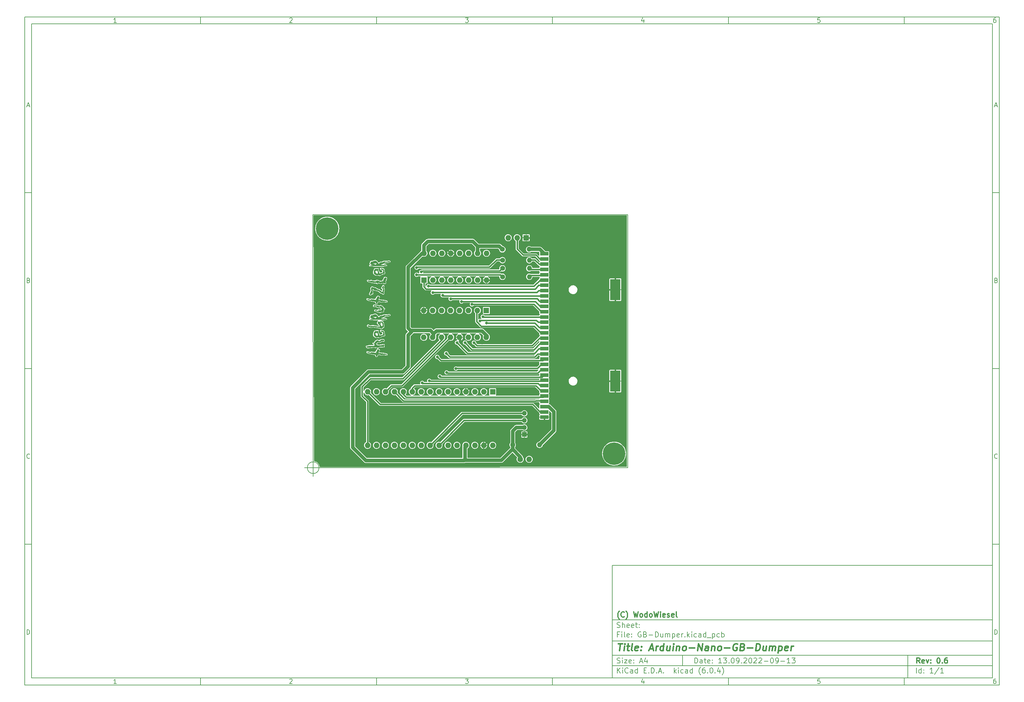
<source format=gbr>
%TF.GenerationSoftware,KiCad,Pcbnew,(6.0.4)*%
%TF.CreationDate,2022-10-03T14:38:53+02:00*%
%TF.ProjectId,GB-Dumper,47422d44-756d-4706-9572-2e6b69636164,0.6*%
%TF.SameCoordinates,PX57bcf00PY83cc3c0*%
%TF.FileFunction,Copper,L1,Top*%
%TF.FilePolarity,Positive*%
%FSLAX46Y46*%
G04 Gerber Fmt 4.6, Leading zero omitted, Abs format (unit mm)*
G04 Created by KiCad (PCBNEW (6.0.4)) date 2022-10-03 14:38:53*
%MOMM*%
%LPD*%
G01*
G04 APERTURE LIST*
%ADD10C,0.100000*%
%ADD11C,0.150000*%
%ADD12C,0.300000*%
%ADD13C,0.400000*%
%TA.AperFunction,Profile*%
%ADD14C,0.150000*%
%TD*%
%TA.AperFunction,EtchedComponent*%
%ADD15C,0.010000*%
%TD*%
%TA.AperFunction,SMDPad,CuDef*%
%ADD16R,2.400000X1.000000*%
%TD*%
%TA.AperFunction,SMDPad,CuDef*%
%ADD17R,3.000000X6.000000*%
%TD*%
%TA.AperFunction,ComponentPad*%
%ADD18C,1.600000*%
%TD*%
%TA.AperFunction,ComponentPad*%
%ADD19O,1.600000X1.600000*%
%TD*%
%TA.AperFunction,ComponentPad*%
%ADD20R,1.600000X1.600000*%
%TD*%
%TA.AperFunction,ComponentPad*%
%ADD21C,1.400000*%
%TD*%
%TA.AperFunction,ComponentPad*%
%ADD22O,1.400000X1.400000*%
%TD*%
%TA.AperFunction,ComponentPad*%
%ADD23R,1.350000X1.350000*%
%TD*%
%TA.AperFunction,ComponentPad*%
%ADD24O,1.350000X1.350000*%
%TD*%
%TA.AperFunction,ComponentPad*%
%ADD25C,0.800000*%
%TD*%
%TA.AperFunction,ComponentPad*%
%ADD26C,6.400000*%
%TD*%
%TA.AperFunction,ViaPad*%
%ADD27C,0.800000*%
%TD*%
%TA.AperFunction,Conductor*%
%ADD28C,0.250000*%
%TD*%
%TA.AperFunction,Conductor*%
%ADD29C,0.400000*%
%TD*%
%TA.AperFunction,Conductor*%
%ADD30C,1.000000*%
%TD*%
G04 APERTURE END LIST*
D10*
D11*
X85002200Y-27807200D02*
X85002200Y-59807200D01*
X193002200Y-59807200D01*
X193002200Y-27807200D01*
X85002200Y-27807200D01*
D10*
D11*
X-82000000Y128200000D02*
X-82000000Y-61807200D01*
X195002200Y-61807200D01*
X195002200Y128200000D01*
X-82000000Y128200000D01*
D10*
D11*
X-80000000Y126200000D02*
X-80000000Y-59807200D01*
X193002200Y-59807200D01*
X193002200Y126200000D01*
X-80000000Y126200000D01*
D10*
D11*
X-32000000Y126200000D02*
X-32000000Y128200000D01*
D10*
D11*
X18000000Y126200000D02*
X18000000Y128200000D01*
D10*
D11*
X68000000Y126200000D02*
X68000000Y128200000D01*
D10*
D11*
X118000000Y126200000D02*
X118000000Y128200000D01*
D10*
D11*
X168000000Y126200000D02*
X168000000Y128200000D01*
D10*
D11*
X-55934524Y126611905D02*
X-56677381Y126611905D01*
X-56305953Y126611905D02*
X-56305953Y127911905D01*
X-56429762Y127726191D01*
X-56553572Y127602381D01*
X-56677381Y127540477D01*
D10*
D11*
X-6677381Y127788096D02*
X-6615477Y127850000D01*
X-6491667Y127911905D01*
X-6182143Y127911905D01*
X-6058334Y127850000D01*
X-5996429Y127788096D01*
X-5934524Y127664286D01*
X-5934524Y127540477D01*
X-5996429Y127354762D01*
X-6739286Y126611905D01*
X-5934524Y126611905D01*
D10*
D11*
X43260714Y127911905D02*
X44065476Y127911905D01*
X43632142Y127416667D01*
X43817857Y127416667D01*
X43941666Y127354762D01*
X44003571Y127292858D01*
X44065476Y127169048D01*
X44065476Y126859524D01*
X44003571Y126735715D01*
X43941666Y126673810D01*
X43817857Y126611905D01*
X43446428Y126611905D01*
X43322619Y126673810D01*
X43260714Y126735715D01*
D10*
D11*
X93941666Y127478572D02*
X93941666Y126611905D01*
X93632142Y127973810D02*
X93322619Y127045239D01*
X94127380Y127045239D01*
D10*
D11*
X144003571Y127911905D02*
X143384523Y127911905D01*
X143322619Y127292858D01*
X143384523Y127354762D01*
X143508333Y127416667D01*
X143817857Y127416667D01*
X143941666Y127354762D01*
X144003571Y127292858D01*
X144065476Y127169048D01*
X144065476Y126859524D01*
X144003571Y126735715D01*
X143941666Y126673810D01*
X143817857Y126611905D01*
X143508333Y126611905D01*
X143384523Y126673810D01*
X143322619Y126735715D01*
D10*
D11*
X193941666Y127911905D02*
X193694047Y127911905D01*
X193570238Y127850000D01*
X193508333Y127788096D01*
X193384523Y127602381D01*
X193322619Y127354762D01*
X193322619Y126859524D01*
X193384523Y126735715D01*
X193446428Y126673810D01*
X193570238Y126611905D01*
X193817857Y126611905D01*
X193941666Y126673810D01*
X194003571Y126735715D01*
X194065476Y126859524D01*
X194065476Y127169048D01*
X194003571Y127292858D01*
X193941666Y127354762D01*
X193817857Y127416667D01*
X193570238Y127416667D01*
X193446428Y127354762D01*
X193384523Y127292858D01*
X193322619Y127169048D01*
D10*
D11*
X-32000000Y-59807200D02*
X-32000000Y-61807200D01*
D10*
D11*
X18000000Y-59807200D02*
X18000000Y-61807200D01*
D10*
D11*
X68000000Y-59807200D02*
X68000000Y-61807200D01*
D10*
D11*
X118000000Y-59807200D02*
X118000000Y-61807200D01*
D10*
D11*
X168000000Y-59807200D02*
X168000000Y-61807200D01*
D10*
D11*
X-55934524Y-61395295D02*
X-56677381Y-61395295D01*
X-56305953Y-61395295D02*
X-56305953Y-60095295D01*
X-56429762Y-60281009D01*
X-56553572Y-60404819D01*
X-56677381Y-60466723D01*
D10*
D11*
X-6677381Y-60219104D02*
X-6615477Y-60157200D01*
X-6491667Y-60095295D01*
X-6182143Y-60095295D01*
X-6058334Y-60157200D01*
X-5996429Y-60219104D01*
X-5934524Y-60342914D01*
X-5934524Y-60466723D01*
X-5996429Y-60652438D01*
X-6739286Y-61395295D01*
X-5934524Y-61395295D01*
D10*
D11*
X43260714Y-60095295D02*
X44065476Y-60095295D01*
X43632142Y-60590533D01*
X43817857Y-60590533D01*
X43941666Y-60652438D01*
X44003571Y-60714342D01*
X44065476Y-60838152D01*
X44065476Y-61147676D01*
X44003571Y-61271485D01*
X43941666Y-61333390D01*
X43817857Y-61395295D01*
X43446428Y-61395295D01*
X43322619Y-61333390D01*
X43260714Y-61271485D01*
D10*
D11*
X93941666Y-60528628D02*
X93941666Y-61395295D01*
X93632142Y-60033390D02*
X93322619Y-60961961D01*
X94127380Y-60961961D01*
D10*
D11*
X144003571Y-60095295D02*
X143384523Y-60095295D01*
X143322619Y-60714342D01*
X143384523Y-60652438D01*
X143508333Y-60590533D01*
X143817857Y-60590533D01*
X143941666Y-60652438D01*
X144003571Y-60714342D01*
X144065476Y-60838152D01*
X144065476Y-61147676D01*
X144003571Y-61271485D01*
X143941666Y-61333390D01*
X143817857Y-61395295D01*
X143508333Y-61395295D01*
X143384523Y-61333390D01*
X143322619Y-61271485D01*
D10*
D11*
X193941666Y-60095295D02*
X193694047Y-60095295D01*
X193570238Y-60157200D01*
X193508333Y-60219104D01*
X193384523Y-60404819D01*
X193322619Y-60652438D01*
X193322619Y-61147676D01*
X193384523Y-61271485D01*
X193446428Y-61333390D01*
X193570238Y-61395295D01*
X193817857Y-61395295D01*
X193941666Y-61333390D01*
X194003571Y-61271485D01*
X194065476Y-61147676D01*
X194065476Y-60838152D01*
X194003571Y-60714342D01*
X193941666Y-60652438D01*
X193817857Y-60590533D01*
X193570238Y-60590533D01*
X193446428Y-60652438D01*
X193384523Y-60714342D01*
X193322619Y-60838152D01*
D10*
D11*
X-82000000Y78200000D02*
X-80000000Y78200000D01*
D10*
D11*
X-82000000Y28200000D02*
X-80000000Y28200000D01*
D10*
D11*
X-82000000Y-21800000D02*
X-80000000Y-21800000D01*
D10*
D11*
X-81309524Y102983334D02*
X-80690477Y102983334D01*
X-81433334Y102611905D02*
X-81000000Y103911905D01*
X-80566667Y102611905D01*
D10*
D11*
X-80907143Y53292858D02*
X-80721429Y53230953D01*
X-80659524Y53169048D01*
X-80597620Y53045239D01*
X-80597620Y52859524D01*
X-80659524Y52735715D01*
X-80721429Y52673810D01*
X-80845239Y52611905D01*
X-81340477Y52611905D01*
X-81340477Y53911905D01*
X-80907143Y53911905D01*
X-80783334Y53850000D01*
X-80721429Y53788096D01*
X-80659524Y53664286D01*
X-80659524Y53540477D01*
X-80721429Y53416667D01*
X-80783334Y53354762D01*
X-80907143Y53292858D01*
X-81340477Y53292858D01*
D10*
D11*
X-80597620Y2735715D02*
X-80659524Y2673810D01*
X-80845239Y2611905D01*
X-80969048Y2611905D01*
X-81154762Y2673810D01*
X-81278572Y2797620D01*
X-81340477Y2921429D01*
X-81402381Y3169048D01*
X-81402381Y3354762D01*
X-81340477Y3602381D01*
X-81278572Y3726191D01*
X-81154762Y3850000D01*
X-80969048Y3911905D01*
X-80845239Y3911905D01*
X-80659524Y3850000D01*
X-80597620Y3788096D01*
D10*
D11*
X-81340477Y-47388095D02*
X-81340477Y-46088095D01*
X-81030953Y-46088095D01*
X-80845239Y-46150000D01*
X-80721429Y-46273809D01*
X-80659524Y-46397619D01*
X-80597620Y-46645238D01*
X-80597620Y-46830952D01*
X-80659524Y-47078571D01*
X-80721429Y-47202380D01*
X-80845239Y-47326190D01*
X-81030953Y-47388095D01*
X-81340477Y-47388095D01*
D10*
D11*
X195002200Y78200000D02*
X193002200Y78200000D01*
D10*
D11*
X195002200Y28200000D02*
X193002200Y28200000D01*
D10*
D11*
X195002200Y-21800000D02*
X193002200Y-21800000D01*
D10*
D11*
X193692676Y102983334D02*
X194311723Y102983334D01*
X193568866Y102611905D02*
X194002200Y103911905D01*
X194435533Y102611905D01*
D10*
D11*
X194095057Y53292858D02*
X194280771Y53230953D01*
X194342676Y53169048D01*
X194404580Y53045239D01*
X194404580Y52859524D01*
X194342676Y52735715D01*
X194280771Y52673810D01*
X194156961Y52611905D01*
X193661723Y52611905D01*
X193661723Y53911905D01*
X194095057Y53911905D01*
X194218866Y53850000D01*
X194280771Y53788096D01*
X194342676Y53664286D01*
X194342676Y53540477D01*
X194280771Y53416667D01*
X194218866Y53354762D01*
X194095057Y53292858D01*
X193661723Y53292858D01*
D10*
D11*
X194404580Y2735715D02*
X194342676Y2673810D01*
X194156961Y2611905D01*
X194033152Y2611905D01*
X193847438Y2673810D01*
X193723628Y2797620D01*
X193661723Y2921429D01*
X193599819Y3169048D01*
X193599819Y3354762D01*
X193661723Y3602381D01*
X193723628Y3726191D01*
X193847438Y3850000D01*
X194033152Y3911905D01*
X194156961Y3911905D01*
X194342676Y3850000D01*
X194404580Y3788096D01*
D10*
D11*
X193661723Y-47388095D02*
X193661723Y-46088095D01*
X193971247Y-46088095D01*
X194156961Y-46150000D01*
X194280771Y-46273809D01*
X194342676Y-46397619D01*
X194404580Y-46645238D01*
X194404580Y-46830952D01*
X194342676Y-47078571D01*
X194280771Y-47202380D01*
X194156961Y-47326190D01*
X193971247Y-47388095D01*
X193661723Y-47388095D01*
D10*
D11*
X108434342Y-55585771D02*
X108434342Y-54085771D01*
X108791485Y-54085771D01*
X109005771Y-54157200D01*
X109148628Y-54300057D01*
X109220057Y-54442914D01*
X109291485Y-54728628D01*
X109291485Y-54942914D01*
X109220057Y-55228628D01*
X109148628Y-55371485D01*
X109005771Y-55514342D01*
X108791485Y-55585771D01*
X108434342Y-55585771D01*
X110577200Y-55585771D02*
X110577200Y-54800057D01*
X110505771Y-54657200D01*
X110362914Y-54585771D01*
X110077200Y-54585771D01*
X109934342Y-54657200D01*
X110577200Y-55514342D02*
X110434342Y-55585771D01*
X110077200Y-55585771D01*
X109934342Y-55514342D01*
X109862914Y-55371485D01*
X109862914Y-55228628D01*
X109934342Y-55085771D01*
X110077200Y-55014342D01*
X110434342Y-55014342D01*
X110577200Y-54942914D01*
X111077200Y-54585771D02*
X111648628Y-54585771D01*
X111291485Y-54085771D02*
X111291485Y-55371485D01*
X111362914Y-55514342D01*
X111505771Y-55585771D01*
X111648628Y-55585771D01*
X112720057Y-55514342D02*
X112577200Y-55585771D01*
X112291485Y-55585771D01*
X112148628Y-55514342D01*
X112077200Y-55371485D01*
X112077200Y-54800057D01*
X112148628Y-54657200D01*
X112291485Y-54585771D01*
X112577200Y-54585771D01*
X112720057Y-54657200D01*
X112791485Y-54800057D01*
X112791485Y-54942914D01*
X112077200Y-55085771D01*
X113434342Y-55442914D02*
X113505771Y-55514342D01*
X113434342Y-55585771D01*
X113362914Y-55514342D01*
X113434342Y-55442914D01*
X113434342Y-55585771D01*
X113434342Y-54657200D02*
X113505771Y-54728628D01*
X113434342Y-54800057D01*
X113362914Y-54728628D01*
X113434342Y-54657200D01*
X113434342Y-54800057D01*
X116077200Y-55585771D02*
X115220057Y-55585771D01*
X115648628Y-55585771D02*
X115648628Y-54085771D01*
X115505771Y-54300057D01*
X115362914Y-54442914D01*
X115220057Y-54514342D01*
X116577200Y-54085771D02*
X117505771Y-54085771D01*
X117005771Y-54657200D01*
X117220057Y-54657200D01*
X117362914Y-54728628D01*
X117434342Y-54800057D01*
X117505771Y-54942914D01*
X117505771Y-55300057D01*
X117434342Y-55442914D01*
X117362914Y-55514342D01*
X117220057Y-55585771D01*
X116791485Y-55585771D01*
X116648628Y-55514342D01*
X116577200Y-55442914D01*
X118148628Y-55442914D02*
X118220057Y-55514342D01*
X118148628Y-55585771D01*
X118077200Y-55514342D01*
X118148628Y-55442914D01*
X118148628Y-55585771D01*
X119148628Y-54085771D02*
X119291485Y-54085771D01*
X119434342Y-54157200D01*
X119505771Y-54228628D01*
X119577200Y-54371485D01*
X119648628Y-54657200D01*
X119648628Y-55014342D01*
X119577200Y-55300057D01*
X119505771Y-55442914D01*
X119434342Y-55514342D01*
X119291485Y-55585771D01*
X119148628Y-55585771D01*
X119005771Y-55514342D01*
X118934342Y-55442914D01*
X118862914Y-55300057D01*
X118791485Y-55014342D01*
X118791485Y-54657200D01*
X118862914Y-54371485D01*
X118934342Y-54228628D01*
X119005771Y-54157200D01*
X119148628Y-54085771D01*
X120362914Y-55585771D02*
X120648628Y-55585771D01*
X120791485Y-55514342D01*
X120862914Y-55442914D01*
X121005771Y-55228628D01*
X121077200Y-54942914D01*
X121077200Y-54371485D01*
X121005771Y-54228628D01*
X120934342Y-54157200D01*
X120791485Y-54085771D01*
X120505771Y-54085771D01*
X120362914Y-54157200D01*
X120291485Y-54228628D01*
X120220057Y-54371485D01*
X120220057Y-54728628D01*
X120291485Y-54871485D01*
X120362914Y-54942914D01*
X120505771Y-55014342D01*
X120791485Y-55014342D01*
X120934342Y-54942914D01*
X121005771Y-54871485D01*
X121077200Y-54728628D01*
X121720057Y-55442914D02*
X121791485Y-55514342D01*
X121720057Y-55585771D01*
X121648628Y-55514342D01*
X121720057Y-55442914D01*
X121720057Y-55585771D01*
X122362914Y-54228628D02*
X122434342Y-54157200D01*
X122577200Y-54085771D01*
X122934342Y-54085771D01*
X123077200Y-54157200D01*
X123148628Y-54228628D01*
X123220057Y-54371485D01*
X123220057Y-54514342D01*
X123148628Y-54728628D01*
X122291485Y-55585771D01*
X123220057Y-55585771D01*
X124148628Y-54085771D02*
X124291485Y-54085771D01*
X124434342Y-54157200D01*
X124505771Y-54228628D01*
X124577200Y-54371485D01*
X124648628Y-54657200D01*
X124648628Y-55014342D01*
X124577200Y-55300057D01*
X124505771Y-55442914D01*
X124434342Y-55514342D01*
X124291485Y-55585771D01*
X124148628Y-55585771D01*
X124005771Y-55514342D01*
X123934342Y-55442914D01*
X123862914Y-55300057D01*
X123791485Y-55014342D01*
X123791485Y-54657200D01*
X123862914Y-54371485D01*
X123934342Y-54228628D01*
X124005771Y-54157200D01*
X124148628Y-54085771D01*
X125220057Y-54228628D02*
X125291485Y-54157200D01*
X125434342Y-54085771D01*
X125791485Y-54085771D01*
X125934342Y-54157200D01*
X126005771Y-54228628D01*
X126077200Y-54371485D01*
X126077200Y-54514342D01*
X126005771Y-54728628D01*
X125148628Y-55585771D01*
X126077200Y-55585771D01*
X126648628Y-54228628D02*
X126720057Y-54157200D01*
X126862914Y-54085771D01*
X127220057Y-54085771D01*
X127362914Y-54157200D01*
X127434342Y-54228628D01*
X127505771Y-54371485D01*
X127505771Y-54514342D01*
X127434342Y-54728628D01*
X126577200Y-55585771D01*
X127505771Y-55585771D01*
X128148628Y-55014342D02*
X129291485Y-55014342D01*
X130291485Y-54085771D02*
X130434342Y-54085771D01*
X130577200Y-54157200D01*
X130648628Y-54228628D01*
X130720057Y-54371485D01*
X130791485Y-54657200D01*
X130791485Y-55014342D01*
X130720057Y-55300057D01*
X130648628Y-55442914D01*
X130577200Y-55514342D01*
X130434342Y-55585771D01*
X130291485Y-55585771D01*
X130148628Y-55514342D01*
X130077200Y-55442914D01*
X130005771Y-55300057D01*
X129934342Y-55014342D01*
X129934342Y-54657200D01*
X130005771Y-54371485D01*
X130077200Y-54228628D01*
X130148628Y-54157200D01*
X130291485Y-54085771D01*
X131505771Y-55585771D02*
X131791485Y-55585771D01*
X131934342Y-55514342D01*
X132005771Y-55442914D01*
X132148628Y-55228628D01*
X132220057Y-54942914D01*
X132220057Y-54371485D01*
X132148628Y-54228628D01*
X132077200Y-54157200D01*
X131934342Y-54085771D01*
X131648628Y-54085771D01*
X131505771Y-54157200D01*
X131434342Y-54228628D01*
X131362914Y-54371485D01*
X131362914Y-54728628D01*
X131434342Y-54871485D01*
X131505771Y-54942914D01*
X131648628Y-55014342D01*
X131934342Y-55014342D01*
X132077200Y-54942914D01*
X132148628Y-54871485D01*
X132220057Y-54728628D01*
X132862914Y-55014342D02*
X134005771Y-55014342D01*
X135505771Y-55585771D02*
X134648628Y-55585771D01*
X135077200Y-55585771D02*
X135077200Y-54085771D01*
X134934342Y-54300057D01*
X134791485Y-54442914D01*
X134648628Y-54514342D01*
X136005771Y-54085771D02*
X136934342Y-54085771D01*
X136434342Y-54657200D01*
X136648628Y-54657200D01*
X136791485Y-54728628D01*
X136862914Y-54800057D01*
X136934342Y-54942914D01*
X136934342Y-55300057D01*
X136862914Y-55442914D01*
X136791485Y-55514342D01*
X136648628Y-55585771D01*
X136220057Y-55585771D01*
X136077200Y-55514342D01*
X136005771Y-55442914D01*
D10*
D11*
X85002200Y-56307200D02*
X193002200Y-56307200D01*
D10*
D11*
X86434342Y-58385771D02*
X86434342Y-56885771D01*
X87291485Y-58385771D02*
X86648628Y-57528628D01*
X87291485Y-56885771D02*
X86434342Y-57742914D01*
X87934342Y-58385771D02*
X87934342Y-57385771D01*
X87934342Y-56885771D02*
X87862914Y-56957200D01*
X87934342Y-57028628D01*
X88005771Y-56957200D01*
X87934342Y-56885771D01*
X87934342Y-57028628D01*
X89505771Y-58242914D02*
X89434342Y-58314342D01*
X89220057Y-58385771D01*
X89077200Y-58385771D01*
X88862914Y-58314342D01*
X88720057Y-58171485D01*
X88648628Y-58028628D01*
X88577200Y-57742914D01*
X88577200Y-57528628D01*
X88648628Y-57242914D01*
X88720057Y-57100057D01*
X88862914Y-56957200D01*
X89077200Y-56885771D01*
X89220057Y-56885771D01*
X89434342Y-56957200D01*
X89505771Y-57028628D01*
X90791485Y-58385771D02*
X90791485Y-57600057D01*
X90720057Y-57457200D01*
X90577200Y-57385771D01*
X90291485Y-57385771D01*
X90148628Y-57457200D01*
X90791485Y-58314342D02*
X90648628Y-58385771D01*
X90291485Y-58385771D01*
X90148628Y-58314342D01*
X90077200Y-58171485D01*
X90077200Y-58028628D01*
X90148628Y-57885771D01*
X90291485Y-57814342D01*
X90648628Y-57814342D01*
X90791485Y-57742914D01*
X92148628Y-58385771D02*
X92148628Y-56885771D01*
X92148628Y-58314342D02*
X92005771Y-58385771D01*
X91720057Y-58385771D01*
X91577200Y-58314342D01*
X91505771Y-58242914D01*
X91434342Y-58100057D01*
X91434342Y-57671485D01*
X91505771Y-57528628D01*
X91577200Y-57457200D01*
X91720057Y-57385771D01*
X92005771Y-57385771D01*
X92148628Y-57457200D01*
X94005771Y-57600057D02*
X94505771Y-57600057D01*
X94720057Y-58385771D02*
X94005771Y-58385771D01*
X94005771Y-56885771D01*
X94720057Y-56885771D01*
X95362914Y-58242914D02*
X95434342Y-58314342D01*
X95362914Y-58385771D01*
X95291485Y-58314342D01*
X95362914Y-58242914D01*
X95362914Y-58385771D01*
X96077200Y-58385771D02*
X96077200Y-56885771D01*
X96434342Y-56885771D01*
X96648628Y-56957200D01*
X96791485Y-57100057D01*
X96862914Y-57242914D01*
X96934342Y-57528628D01*
X96934342Y-57742914D01*
X96862914Y-58028628D01*
X96791485Y-58171485D01*
X96648628Y-58314342D01*
X96434342Y-58385771D01*
X96077200Y-58385771D01*
X97577200Y-58242914D02*
X97648628Y-58314342D01*
X97577200Y-58385771D01*
X97505771Y-58314342D01*
X97577200Y-58242914D01*
X97577200Y-58385771D01*
X98220057Y-57957200D02*
X98934342Y-57957200D01*
X98077200Y-58385771D02*
X98577200Y-56885771D01*
X99077200Y-58385771D01*
X99577200Y-58242914D02*
X99648628Y-58314342D01*
X99577200Y-58385771D01*
X99505771Y-58314342D01*
X99577200Y-58242914D01*
X99577200Y-58385771D01*
X102577200Y-58385771D02*
X102577200Y-56885771D01*
X102720057Y-57814342D02*
X103148628Y-58385771D01*
X103148628Y-57385771D02*
X102577200Y-57957200D01*
X103791485Y-58385771D02*
X103791485Y-57385771D01*
X103791485Y-56885771D02*
X103720057Y-56957200D01*
X103791485Y-57028628D01*
X103862914Y-56957200D01*
X103791485Y-56885771D01*
X103791485Y-57028628D01*
X105148628Y-58314342D02*
X105005771Y-58385771D01*
X104720057Y-58385771D01*
X104577200Y-58314342D01*
X104505771Y-58242914D01*
X104434342Y-58100057D01*
X104434342Y-57671485D01*
X104505771Y-57528628D01*
X104577200Y-57457200D01*
X104720057Y-57385771D01*
X105005771Y-57385771D01*
X105148628Y-57457200D01*
X106434342Y-58385771D02*
X106434342Y-57600057D01*
X106362914Y-57457200D01*
X106220057Y-57385771D01*
X105934342Y-57385771D01*
X105791485Y-57457200D01*
X106434342Y-58314342D02*
X106291485Y-58385771D01*
X105934342Y-58385771D01*
X105791485Y-58314342D01*
X105720057Y-58171485D01*
X105720057Y-58028628D01*
X105791485Y-57885771D01*
X105934342Y-57814342D01*
X106291485Y-57814342D01*
X106434342Y-57742914D01*
X107791485Y-58385771D02*
X107791485Y-56885771D01*
X107791485Y-58314342D02*
X107648628Y-58385771D01*
X107362914Y-58385771D01*
X107220057Y-58314342D01*
X107148628Y-58242914D01*
X107077200Y-58100057D01*
X107077200Y-57671485D01*
X107148628Y-57528628D01*
X107220057Y-57457200D01*
X107362914Y-57385771D01*
X107648628Y-57385771D01*
X107791485Y-57457200D01*
X110077200Y-58957200D02*
X110005771Y-58885771D01*
X109862914Y-58671485D01*
X109791485Y-58528628D01*
X109720057Y-58314342D01*
X109648628Y-57957200D01*
X109648628Y-57671485D01*
X109720057Y-57314342D01*
X109791485Y-57100057D01*
X109862914Y-56957200D01*
X110005771Y-56742914D01*
X110077200Y-56671485D01*
X111291485Y-56885771D02*
X111005771Y-56885771D01*
X110862914Y-56957200D01*
X110791485Y-57028628D01*
X110648628Y-57242914D01*
X110577200Y-57528628D01*
X110577200Y-58100057D01*
X110648628Y-58242914D01*
X110720057Y-58314342D01*
X110862914Y-58385771D01*
X111148628Y-58385771D01*
X111291485Y-58314342D01*
X111362914Y-58242914D01*
X111434342Y-58100057D01*
X111434342Y-57742914D01*
X111362914Y-57600057D01*
X111291485Y-57528628D01*
X111148628Y-57457200D01*
X110862914Y-57457200D01*
X110720057Y-57528628D01*
X110648628Y-57600057D01*
X110577200Y-57742914D01*
X112077200Y-58242914D02*
X112148628Y-58314342D01*
X112077200Y-58385771D01*
X112005771Y-58314342D01*
X112077200Y-58242914D01*
X112077200Y-58385771D01*
X113077200Y-56885771D02*
X113220057Y-56885771D01*
X113362914Y-56957200D01*
X113434342Y-57028628D01*
X113505771Y-57171485D01*
X113577200Y-57457200D01*
X113577200Y-57814342D01*
X113505771Y-58100057D01*
X113434342Y-58242914D01*
X113362914Y-58314342D01*
X113220057Y-58385771D01*
X113077200Y-58385771D01*
X112934342Y-58314342D01*
X112862914Y-58242914D01*
X112791485Y-58100057D01*
X112720057Y-57814342D01*
X112720057Y-57457200D01*
X112791485Y-57171485D01*
X112862914Y-57028628D01*
X112934342Y-56957200D01*
X113077200Y-56885771D01*
X114220057Y-58242914D02*
X114291485Y-58314342D01*
X114220057Y-58385771D01*
X114148628Y-58314342D01*
X114220057Y-58242914D01*
X114220057Y-58385771D01*
X115577200Y-57385771D02*
X115577200Y-58385771D01*
X115220057Y-56814342D02*
X114862914Y-57885771D01*
X115791485Y-57885771D01*
X116220057Y-58957200D02*
X116291485Y-58885771D01*
X116434342Y-58671485D01*
X116505771Y-58528628D01*
X116577200Y-58314342D01*
X116648628Y-57957200D01*
X116648628Y-57671485D01*
X116577200Y-57314342D01*
X116505771Y-57100057D01*
X116434342Y-56957200D01*
X116291485Y-56742914D01*
X116220057Y-56671485D01*
D10*
D11*
X85002200Y-53307200D02*
X193002200Y-53307200D01*
D10*
D12*
X172411485Y-55585771D02*
X171911485Y-54871485D01*
X171554342Y-55585771D02*
X171554342Y-54085771D01*
X172125771Y-54085771D01*
X172268628Y-54157200D01*
X172340057Y-54228628D01*
X172411485Y-54371485D01*
X172411485Y-54585771D01*
X172340057Y-54728628D01*
X172268628Y-54800057D01*
X172125771Y-54871485D01*
X171554342Y-54871485D01*
X173625771Y-55514342D02*
X173482914Y-55585771D01*
X173197200Y-55585771D01*
X173054342Y-55514342D01*
X172982914Y-55371485D01*
X172982914Y-54800057D01*
X173054342Y-54657200D01*
X173197200Y-54585771D01*
X173482914Y-54585771D01*
X173625771Y-54657200D01*
X173697200Y-54800057D01*
X173697200Y-54942914D01*
X172982914Y-55085771D01*
X174197200Y-54585771D02*
X174554342Y-55585771D01*
X174911485Y-54585771D01*
X175482914Y-55442914D02*
X175554342Y-55514342D01*
X175482914Y-55585771D01*
X175411485Y-55514342D01*
X175482914Y-55442914D01*
X175482914Y-55585771D01*
X175482914Y-54657200D02*
X175554342Y-54728628D01*
X175482914Y-54800057D01*
X175411485Y-54728628D01*
X175482914Y-54657200D01*
X175482914Y-54800057D01*
X177625771Y-54085771D02*
X177768628Y-54085771D01*
X177911485Y-54157200D01*
X177982914Y-54228628D01*
X178054342Y-54371485D01*
X178125771Y-54657200D01*
X178125771Y-55014342D01*
X178054342Y-55300057D01*
X177982914Y-55442914D01*
X177911485Y-55514342D01*
X177768628Y-55585771D01*
X177625771Y-55585771D01*
X177482914Y-55514342D01*
X177411485Y-55442914D01*
X177340057Y-55300057D01*
X177268628Y-55014342D01*
X177268628Y-54657200D01*
X177340057Y-54371485D01*
X177411485Y-54228628D01*
X177482914Y-54157200D01*
X177625771Y-54085771D01*
X178768628Y-55442914D02*
X178840057Y-55514342D01*
X178768628Y-55585771D01*
X178697200Y-55514342D01*
X178768628Y-55442914D01*
X178768628Y-55585771D01*
X180125771Y-54085771D02*
X179840057Y-54085771D01*
X179697200Y-54157200D01*
X179625771Y-54228628D01*
X179482914Y-54442914D01*
X179411485Y-54728628D01*
X179411485Y-55300057D01*
X179482914Y-55442914D01*
X179554342Y-55514342D01*
X179697200Y-55585771D01*
X179982914Y-55585771D01*
X180125771Y-55514342D01*
X180197200Y-55442914D01*
X180268628Y-55300057D01*
X180268628Y-54942914D01*
X180197200Y-54800057D01*
X180125771Y-54728628D01*
X179982914Y-54657200D01*
X179697200Y-54657200D01*
X179554342Y-54728628D01*
X179482914Y-54800057D01*
X179411485Y-54942914D01*
D10*
D11*
X86362914Y-55514342D02*
X86577200Y-55585771D01*
X86934342Y-55585771D01*
X87077200Y-55514342D01*
X87148628Y-55442914D01*
X87220057Y-55300057D01*
X87220057Y-55157200D01*
X87148628Y-55014342D01*
X87077200Y-54942914D01*
X86934342Y-54871485D01*
X86648628Y-54800057D01*
X86505771Y-54728628D01*
X86434342Y-54657200D01*
X86362914Y-54514342D01*
X86362914Y-54371485D01*
X86434342Y-54228628D01*
X86505771Y-54157200D01*
X86648628Y-54085771D01*
X87005771Y-54085771D01*
X87220057Y-54157200D01*
X87862914Y-55585771D02*
X87862914Y-54585771D01*
X87862914Y-54085771D02*
X87791485Y-54157200D01*
X87862914Y-54228628D01*
X87934342Y-54157200D01*
X87862914Y-54085771D01*
X87862914Y-54228628D01*
X88434342Y-54585771D02*
X89220057Y-54585771D01*
X88434342Y-55585771D01*
X89220057Y-55585771D01*
X90362914Y-55514342D02*
X90220057Y-55585771D01*
X89934342Y-55585771D01*
X89791485Y-55514342D01*
X89720057Y-55371485D01*
X89720057Y-54800057D01*
X89791485Y-54657200D01*
X89934342Y-54585771D01*
X90220057Y-54585771D01*
X90362914Y-54657200D01*
X90434342Y-54800057D01*
X90434342Y-54942914D01*
X89720057Y-55085771D01*
X91077200Y-55442914D02*
X91148628Y-55514342D01*
X91077200Y-55585771D01*
X91005771Y-55514342D01*
X91077200Y-55442914D01*
X91077200Y-55585771D01*
X91077200Y-54657200D02*
X91148628Y-54728628D01*
X91077200Y-54800057D01*
X91005771Y-54728628D01*
X91077200Y-54657200D01*
X91077200Y-54800057D01*
X92862914Y-55157200D02*
X93577200Y-55157200D01*
X92720057Y-55585771D02*
X93220057Y-54085771D01*
X93720057Y-55585771D01*
X94862914Y-54585771D02*
X94862914Y-55585771D01*
X94505771Y-54014342D02*
X94148628Y-55085771D01*
X95077200Y-55085771D01*
D10*
D11*
X171434342Y-58385771D02*
X171434342Y-56885771D01*
X172791485Y-58385771D02*
X172791485Y-56885771D01*
X172791485Y-58314342D02*
X172648628Y-58385771D01*
X172362914Y-58385771D01*
X172220057Y-58314342D01*
X172148628Y-58242914D01*
X172077200Y-58100057D01*
X172077200Y-57671485D01*
X172148628Y-57528628D01*
X172220057Y-57457200D01*
X172362914Y-57385771D01*
X172648628Y-57385771D01*
X172791485Y-57457200D01*
X173505771Y-58242914D02*
X173577200Y-58314342D01*
X173505771Y-58385771D01*
X173434342Y-58314342D01*
X173505771Y-58242914D01*
X173505771Y-58385771D01*
X173505771Y-57457200D02*
X173577200Y-57528628D01*
X173505771Y-57600057D01*
X173434342Y-57528628D01*
X173505771Y-57457200D01*
X173505771Y-57600057D01*
X176148628Y-58385771D02*
X175291485Y-58385771D01*
X175720057Y-58385771D02*
X175720057Y-56885771D01*
X175577200Y-57100057D01*
X175434342Y-57242914D01*
X175291485Y-57314342D01*
X177862914Y-56814342D02*
X176577200Y-58742914D01*
X179148628Y-58385771D02*
X178291485Y-58385771D01*
X178720057Y-58385771D02*
X178720057Y-56885771D01*
X178577200Y-57100057D01*
X178434342Y-57242914D01*
X178291485Y-57314342D01*
D10*
D11*
X85002200Y-49307200D02*
X193002200Y-49307200D01*
D10*
D13*
X86714580Y-50011961D02*
X87857438Y-50011961D01*
X87036009Y-52011961D02*
X87286009Y-50011961D01*
X88274104Y-52011961D02*
X88440771Y-50678628D01*
X88524104Y-50011961D02*
X88416961Y-50107200D01*
X88500295Y-50202438D01*
X88607438Y-50107200D01*
X88524104Y-50011961D01*
X88500295Y-50202438D01*
X89107438Y-50678628D02*
X89869342Y-50678628D01*
X89476485Y-50011961D02*
X89262200Y-51726247D01*
X89333628Y-51916723D01*
X89512200Y-52011961D01*
X89702676Y-52011961D01*
X90655057Y-52011961D02*
X90476485Y-51916723D01*
X90405057Y-51726247D01*
X90619342Y-50011961D01*
X92190771Y-51916723D02*
X91988390Y-52011961D01*
X91607438Y-52011961D01*
X91428866Y-51916723D01*
X91357438Y-51726247D01*
X91452676Y-50964342D01*
X91571723Y-50773866D01*
X91774104Y-50678628D01*
X92155057Y-50678628D01*
X92333628Y-50773866D01*
X92405057Y-50964342D01*
X92381247Y-51154819D01*
X91405057Y-51345295D01*
X93155057Y-51821485D02*
X93238390Y-51916723D01*
X93131247Y-52011961D01*
X93047914Y-51916723D01*
X93155057Y-51821485D01*
X93131247Y-52011961D01*
X93286009Y-50773866D02*
X93369342Y-50869104D01*
X93262200Y-50964342D01*
X93178866Y-50869104D01*
X93286009Y-50773866D01*
X93262200Y-50964342D01*
X95583628Y-51440533D02*
X96536009Y-51440533D01*
X95321723Y-52011961D02*
X96238390Y-50011961D01*
X96655057Y-52011961D01*
X97321723Y-52011961D02*
X97488390Y-50678628D01*
X97440771Y-51059580D02*
X97559819Y-50869104D01*
X97666961Y-50773866D01*
X97869342Y-50678628D01*
X98059819Y-50678628D01*
X99416961Y-52011961D02*
X99666961Y-50011961D01*
X99428866Y-51916723D02*
X99226485Y-52011961D01*
X98845533Y-52011961D01*
X98666961Y-51916723D01*
X98583628Y-51821485D01*
X98512200Y-51631009D01*
X98583628Y-51059580D01*
X98702676Y-50869104D01*
X98809819Y-50773866D01*
X99012200Y-50678628D01*
X99393152Y-50678628D01*
X99571723Y-50773866D01*
X101393152Y-50678628D02*
X101226485Y-52011961D01*
X100536009Y-50678628D02*
X100405057Y-51726247D01*
X100476485Y-51916723D01*
X100655057Y-52011961D01*
X100940771Y-52011961D01*
X101143152Y-51916723D01*
X101250295Y-51821485D01*
X102178866Y-52011961D02*
X102345533Y-50678628D01*
X102428866Y-50011961D02*
X102321723Y-50107200D01*
X102405057Y-50202438D01*
X102512200Y-50107200D01*
X102428866Y-50011961D01*
X102405057Y-50202438D01*
X103297914Y-50678628D02*
X103131247Y-52011961D01*
X103274104Y-50869104D02*
X103381247Y-50773866D01*
X103583628Y-50678628D01*
X103869342Y-50678628D01*
X104047914Y-50773866D01*
X104119342Y-50964342D01*
X103988390Y-52011961D01*
X105226485Y-52011961D02*
X105047914Y-51916723D01*
X104964580Y-51821485D01*
X104893152Y-51631009D01*
X104964580Y-51059580D01*
X105083628Y-50869104D01*
X105190771Y-50773866D01*
X105393152Y-50678628D01*
X105678866Y-50678628D01*
X105857438Y-50773866D01*
X105940771Y-50869104D01*
X106012200Y-51059580D01*
X105940771Y-51631009D01*
X105821723Y-51821485D01*
X105714580Y-51916723D01*
X105512200Y-52011961D01*
X105226485Y-52011961D01*
X106845533Y-51250057D02*
X108369342Y-51250057D01*
X109226485Y-52011961D02*
X109476485Y-50011961D01*
X110369342Y-52011961D01*
X110619342Y-50011961D01*
X112178866Y-52011961D02*
X112309819Y-50964342D01*
X112238390Y-50773866D01*
X112059819Y-50678628D01*
X111678866Y-50678628D01*
X111476485Y-50773866D01*
X112190771Y-51916723D02*
X111988390Y-52011961D01*
X111512200Y-52011961D01*
X111333628Y-51916723D01*
X111262200Y-51726247D01*
X111286009Y-51535771D01*
X111405057Y-51345295D01*
X111607438Y-51250057D01*
X112083628Y-51250057D01*
X112286009Y-51154819D01*
X113297914Y-50678628D02*
X113131247Y-52011961D01*
X113274104Y-50869104D02*
X113381247Y-50773866D01*
X113583628Y-50678628D01*
X113869342Y-50678628D01*
X114047914Y-50773866D01*
X114119342Y-50964342D01*
X113988390Y-52011961D01*
X115226485Y-52011961D02*
X115047914Y-51916723D01*
X114964580Y-51821485D01*
X114893152Y-51631009D01*
X114964580Y-51059580D01*
X115083628Y-50869104D01*
X115190771Y-50773866D01*
X115393152Y-50678628D01*
X115678866Y-50678628D01*
X115857438Y-50773866D01*
X115940771Y-50869104D01*
X116012200Y-51059580D01*
X115940771Y-51631009D01*
X115821723Y-51821485D01*
X115714580Y-51916723D01*
X115512200Y-52011961D01*
X115226485Y-52011961D01*
X116845533Y-51250057D02*
X118369342Y-51250057D01*
X120512200Y-50107200D02*
X120333628Y-50011961D01*
X120047914Y-50011961D01*
X119750295Y-50107200D01*
X119536009Y-50297676D01*
X119416961Y-50488152D01*
X119274104Y-50869104D01*
X119238390Y-51154819D01*
X119286009Y-51535771D01*
X119357438Y-51726247D01*
X119524104Y-51916723D01*
X119797914Y-52011961D01*
X119988390Y-52011961D01*
X120286009Y-51916723D01*
X120393152Y-51821485D01*
X120476485Y-51154819D01*
X120095533Y-51154819D01*
X122024104Y-50964342D02*
X122297914Y-51059580D01*
X122381247Y-51154819D01*
X122452676Y-51345295D01*
X122416961Y-51631009D01*
X122297914Y-51821485D01*
X122190771Y-51916723D01*
X121988390Y-52011961D01*
X121226485Y-52011961D01*
X121476485Y-50011961D01*
X122143152Y-50011961D01*
X122321723Y-50107200D01*
X122405057Y-50202438D01*
X122476485Y-50392914D01*
X122452676Y-50583390D01*
X122333628Y-50773866D01*
X122226485Y-50869104D01*
X122024104Y-50964342D01*
X121357438Y-50964342D01*
X123321723Y-51250057D02*
X124845533Y-51250057D01*
X125702676Y-52011961D02*
X125952676Y-50011961D01*
X126428866Y-50011961D01*
X126702676Y-50107200D01*
X126869342Y-50297676D01*
X126940771Y-50488152D01*
X126988390Y-50869104D01*
X126952676Y-51154819D01*
X126809819Y-51535771D01*
X126690771Y-51726247D01*
X126476485Y-51916723D01*
X126178866Y-52011961D01*
X125702676Y-52011961D01*
X128726485Y-50678628D02*
X128559819Y-52011961D01*
X127869342Y-50678628D02*
X127738390Y-51726247D01*
X127809819Y-51916723D01*
X127988390Y-52011961D01*
X128274104Y-52011961D01*
X128476485Y-51916723D01*
X128583628Y-51821485D01*
X129512200Y-52011961D02*
X129678866Y-50678628D01*
X129655057Y-50869104D02*
X129762200Y-50773866D01*
X129964580Y-50678628D01*
X130250295Y-50678628D01*
X130428866Y-50773866D01*
X130500295Y-50964342D01*
X130369342Y-52011961D01*
X130500295Y-50964342D02*
X130619342Y-50773866D01*
X130821723Y-50678628D01*
X131107438Y-50678628D01*
X131286009Y-50773866D01*
X131357438Y-50964342D01*
X131226485Y-52011961D01*
X132345533Y-50678628D02*
X132095533Y-52678628D01*
X132333628Y-50773866D02*
X132536009Y-50678628D01*
X132916961Y-50678628D01*
X133095533Y-50773866D01*
X133178866Y-50869104D01*
X133250295Y-51059580D01*
X133178866Y-51631009D01*
X133059819Y-51821485D01*
X132952676Y-51916723D01*
X132750295Y-52011961D01*
X132369342Y-52011961D01*
X132190771Y-51916723D01*
X134762200Y-51916723D02*
X134559819Y-52011961D01*
X134178866Y-52011961D01*
X134000295Y-51916723D01*
X133928866Y-51726247D01*
X134024104Y-50964342D01*
X134143152Y-50773866D01*
X134345533Y-50678628D01*
X134726485Y-50678628D01*
X134905057Y-50773866D01*
X134976485Y-50964342D01*
X134952676Y-51154819D01*
X133976485Y-51345295D01*
X135702676Y-52011961D02*
X135869342Y-50678628D01*
X135821723Y-51059580D02*
X135940771Y-50869104D01*
X136047914Y-50773866D01*
X136250295Y-50678628D01*
X136440771Y-50678628D01*
D10*
D11*
X86934342Y-47400057D02*
X86434342Y-47400057D01*
X86434342Y-48185771D02*
X86434342Y-46685771D01*
X87148628Y-46685771D01*
X87720057Y-48185771D02*
X87720057Y-47185771D01*
X87720057Y-46685771D02*
X87648628Y-46757200D01*
X87720057Y-46828628D01*
X87791485Y-46757200D01*
X87720057Y-46685771D01*
X87720057Y-46828628D01*
X88648628Y-48185771D02*
X88505771Y-48114342D01*
X88434342Y-47971485D01*
X88434342Y-46685771D01*
X89791485Y-48114342D02*
X89648628Y-48185771D01*
X89362914Y-48185771D01*
X89220057Y-48114342D01*
X89148628Y-47971485D01*
X89148628Y-47400057D01*
X89220057Y-47257200D01*
X89362914Y-47185771D01*
X89648628Y-47185771D01*
X89791485Y-47257200D01*
X89862914Y-47400057D01*
X89862914Y-47542914D01*
X89148628Y-47685771D01*
X90505771Y-48042914D02*
X90577200Y-48114342D01*
X90505771Y-48185771D01*
X90434342Y-48114342D01*
X90505771Y-48042914D01*
X90505771Y-48185771D01*
X90505771Y-47257200D02*
X90577200Y-47328628D01*
X90505771Y-47400057D01*
X90434342Y-47328628D01*
X90505771Y-47257200D01*
X90505771Y-47400057D01*
X93148628Y-46757200D02*
X93005771Y-46685771D01*
X92791485Y-46685771D01*
X92577200Y-46757200D01*
X92434342Y-46900057D01*
X92362914Y-47042914D01*
X92291485Y-47328628D01*
X92291485Y-47542914D01*
X92362914Y-47828628D01*
X92434342Y-47971485D01*
X92577200Y-48114342D01*
X92791485Y-48185771D01*
X92934342Y-48185771D01*
X93148628Y-48114342D01*
X93220057Y-48042914D01*
X93220057Y-47542914D01*
X92934342Y-47542914D01*
X94362914Y-47400057D02*
X94577200Y-47471485D01*
X94648628Y-47542914D01*
X94720057Y-47685771D01*
X94720057Y-47900057D01*
X94648628Y-48042914D01*
X94577200Y-48114342D01*
X94434342Y-48185771D01*
X93862914Y-48185771D01*
X93862914Y-46685771D01*
X94362914Y-46685771D01*
X94505771Y-46757200D01*
X94577200Y-46828628D01*
X94648628Y-46971485D01*
X94648628Y-47114342D01*
X94577200Y-47257200D01*
X94505771Y-47328628D01*
X94362914Y-47400057D01*
X93862914Y-47400057D01*
X95362914Y-47614342D02*
X96505771Y-47614342D01*
X97220057Y-48185771D02*
X97220057Y-46685771D01*
X97577200Y-46685771D01*
X97791485Y-46757200D01*
X97934342Y-46900057D01*
X98005771Y-47042914D01*
X98077200Y-47328628D01*
X98077200Y-47542914D01*
X98005771Y-47828628D01*
X97934342Y-47971485D01*
X97791485Y-48114342D01*
X97577200Y-48185771D01*
X97220057Y-48185771D01*
X99362914Y-47185771D02*
X99362914Y-48185771D01*
X98720057Y-47185771D02*
X98720057Y-47971485D01*
X98791485Y-48114342D01*
X98934342Y-48185771D01*
X99148628Y-48185771D01*
X99291485Y-48114342D01*
X99362914Y-48042914D01*
X100077200Y-48185771D02*
X100077200Y-47185771D01*
X100077200Y-47328628D02*
X100148628Y-47257200D01*
X100291485Y-47185771D01*
X100505771Y-47185771D01*
X100648628Y-47257200D01*
X100720057Y-47400057D01*
X100720057Y-48185771D01*
X100720057Y-47400057D02*
X100791485Y-47257200D01*
X100934342Y-47185771D01*
X101148628Y-47185771D01*
X101291485Y-47257200D01*
X101362914Y-47400057D01*
X101362914Y-48185771D01*
X102077200Y-47185771D02*
X102077200Y-48685771D01*
X102077200Y-47257200D02*
X102220057Y-47185771D01*
X102505771Y-47185771D01*
X102648628Y-47257200D01*
X102720057Y-47328628D01*
X102791485Y-47471485D01*
X102791485Y-47900057D01*
X102720057Y-48042914D01*
X102648628Y-48114342D01*
X102505771Y-48185771D01*
X102220057Y-48185771D01*
X102077200Y-48114342D01*
X104005771Y-48114342D02*
X103862914Y-48185771D01*
X103577200Y-48185771D01*
X103434342Y-48114342D01*
X103362914Y-47971485D01*
X103362914Y-47400057D01*
X103434342Y-47257200D01*
X103577200Y-47185771D01*
X103862914Y-47185771D01*
X104005771Y-47257200D01*
X104077200Y-47400057D01*
X104077200Y-47542914D01*
X103362914Y-47685771D01*
X104720057Y-48185771D02*
X104720057Y-47185771D01*
X104720057Y-47471485D02*
X104791485Y-47328628D01*
X104862914Y-47257200D01*
X105005771Y-47185771D01*
X105148628Y-47185771D01*
X105648628Y-48042914D02*
X105720057Y-48114342D01*
X105648628Y-48185771D01*
X105577200Y-48114342D01*
X105648628Y-48042914D01*
X105648628Y-48185771D01*
X106362914Y-48185771D02*
X106362914Y-46685771D01*
X106505771Y-47614342D02*
X106934342Y-48185771D01*
X106934342Y-47185771D02*
X106362914Y-47757200D01*
X107577200Y-48185771D02*
X107577200Y-47185771D01*
X107577200Y-46685771D02*
X107505771Y-46757200D01*
X107577200Y-46828628D01*
X107648628Y-46757200D01*
X107577200Y-46685771D01*
X107577200Y-46828628D01*
X108934342Y-48114342D02*
X108791485Y-48185771D01*
X108505771Y-48185771D01*
X108362914Y-48114342D01*
X108291485Y-48042914D01*
X108220057Y-47900057D01*
X108220057Y-47471485D01*
X108291485Y-47328628D01*
X108362914Y-47257200D01*
X108505771Y-47185771D01*
X108791485Y-47185771D01*
X108934342Y-47257200D01*
X110220057Y-48185771D02*
X110220057Y-47400057D01*
X110148628Y-47257200D01*
X110005771Y-47185771D01*
X109720057Y-47185771D01*
X109577200Y-47257200D01*
X110220057Y-48114342D02*
X110077200Y-48185771D01*
X109720057Y-48185771D01*
X109577200Y-48114342D01*
X109505771Y-47971485D01*
X109505771Y-47828628D01*
X109577200Y-47685771D01*
X109720057Y-47614342D01*
X110077200Y-47614342D01*
X110220057Y-47542914D01*
X111577200Y-48185771D02*
X111577200Y-46685771D01*
X111577200Y-48114342D02*
X111434342Y-48185771D01*
X111148628Y-48185771D01*
X111005771Y-48114342D01*
X110934342Y-48042914D01*
X110862914Y-47900057D01*
X110862914Y-47471485D01*
X110934342Y-47328628D01*
X111005771Y-47257200D01*
X111148628Y-47185771D01*
X111434342Y-47185771D01*
X111577200Y-47257200D01*
X111934342Y-48328628D02*
X113077200Y-48328628D01*
X113434342Y-47185771D02*
X113434342Y-48685771D01*
X113434342Y-47257200D02*
X113577200Y-47185771D01*
X113862914Y-47185771D01*
X114005771Y-47257200D01*
X114077200Y-47328628D01*
X114148628Y-47471485D01*
X114148628Y-47900057D01*
X114077200Y-48042914D01*
X114005771Y-48114342D01*
X113862914Y-48185771D01*
X113577200Y-48185771D01*
X113434342Y-48114342D01*
X115434342Y-48114342D02*
X115291485Y-48185771D01*
X115005771Y-48185771D01*
X114862914Y-48114342D01*
X114791485Y-48042914D01*
X114720057Y-47900057D01*
X114720057Y-47471485D01*
X114791485Y-47328628D01*
X114862914Y-47257200D01*
X115005771Y-47185771D01*
X115291485Y-47185771D01*
X115434342Y-47257200D01*
X116077200Y-48185771D02*
X116077200Y-46685771D01*
X116077200Y-47257200D02*
X116220057Y-47185771D01*
X116505771Y-47185771D01*
X116648628Y-47257200D01*
X116720057Y-47328628D01*
X116791485Y-47471485D01*
X116791485Y-47900057D01*
X116720057Y-48042914D01*
X116648628Y-48114342D01*
X116505771Y-48185771D01*
X116220057Y-48185771D01*
X116077200Y-48114342D01*
D10*
D11*
X85002200Y-43307200D02*
X193002200Y-43307200D01*
D10*
D11*
X86362914Y-45414342D02*
X86577200Y-45485771D01*
X86934342Y-45485771D01*
X87077200Y-45414342D01*
X87148628Y-45342914D01*
X87220057Y-45200057D01*
X87220057Y-45057200D01*
X87148628Y-44914342D01*
X87077200Y-44842914D01*
X86934342Y-44771485D01*
X86648628Y-44700057D01*
X86505771Y-44628628D01*
X86434342Y-44557200D01*
X86362914Y-44414342D01*
X86362914Y-44271485D01*
X86434342Y-44128628D01*
X86505771Y-44057200D01*
X86648628Y-43985771D01*
X87005771Y-43985771D01*
X87220057Y-44057200D01*
X87862914Y-45485771D02*
X87862914Y-43985771D01*
X88505771Y-45485771D02*
X88505771Y-44700057D01*
X88434342Y-44557200D01*
X88291485Y-44485771D01*
X88077200Y-44485771D01*
X87934342Y-44557200D01*
X87862914Y-44628628D01*
X89791485Y-45414342D02*
X89648628Y-45485771D01*
X89362914Y-45485771D01*
X89220057Y-45414342D01*
X89148628Y-45271485D01*
X89148628Y-44700057D01*
X89220057Y-44557200D01*
X89362914Y-44485771D01*
X89648628Y-44485771D01*
X89791485Y-44557200D01*
X89862914Y-44700057D01*
X89862914Y-44842914D01*
X89148628Y-44985771D01*
X91077200Y-45414342D02*
X90934342Y-45485771D01*
X90648628Y-45485771D01*
X90505771Y-45414342D01*
X90434342Y-45271485D01*
X90434342Y-44700057D01*
X90505771Y-44557200D01*
X90648628Y-44485771D01*
X90934342Y-44485771D01*
X91077200Y-44557200D01*
X91148628Y-44700057D01*
X91148628Y-44842914D01*
X90434342Y-44985771D01*
X91577200Y-44485771D02*
X92148628Y-44485771D01*
X91791485Y-43985771D02*
X91791485Y-45271485D01*
X91862914Y-45414342D01*
X92005771Y-45485771D01*
X92148628Y-45485771D01*
X92648628Y-45342914D02*
X92720057Y-45414342D01*
X92648628Y-45485771D01*
X92577200Y-45414342D01*
X92648628Y-45342914D01*
X92648628Y-45485771D01*
X92648628Y-44557200D02*
X92720057Y-44628628D01*
X92648628Y-44700057D01*
X92577200Y-44628628D01*
X92648628Y-44557200D01*
X92648628Y-44700057D01*
D10*
D12*
X86982914Y-43057200D02*
X86911485Y-42985771D01*
X86768628Y-42771485D01*
X86697200Y-42628628D01*
X86625771Y-42414342D01*
X86554342Y-42057200D01*
X86554342Y-41771485D01*
X86625771Y-41414342D01*
X86697200Y-41200057D01*
X86768628Y-41057200D01*
X86911485Y-40842914D01*
X86982914Y-40771485D01*
X88411485Y-42342914D02*
X88340057Y-42414342D01*
X88125771Y-42485771D01*
X87982914Y-42485771D01*
X87768628Y-42414342D01*
X87625771Y-42271485D01*
X87554342Y-42128628D01*
X87482914Y-41842914D01*
X87482914Y-41628628D01*
X87554342Y-41342914D01*
X87625771Y-41200057D01*
X87768628Y-41057200D01*
X87982914Y-40985771D01*
X88125771Y-40985771D01*
X88340057Y-41057200D01*
X88411485Y-41128628D01*
X88911485Y-43057200D02*
X88982914Y-42985771D01*
X89125771Y-42771485D01*
X89197200Y-42628628D01*
X89268628Y-42414342D01*
X89340057Y-42057200D01*
X89340057Y-41771485D01*
X89268628Y-41414342D01*
X89197200Y-41200057D01*
X89125771Y-41057200D01*
X88982914Y-40842914D01*
X88911485Y-40771485D01*
X91054342Y-40985771D02*
X91411485Y-42485771D01*
X91697200Y-41414342D01*
X91982914Y-42485771D01*
X92340057Y-40985771D01*
X93125771Y-42485771D02*
X92982914Y-42414342D01*
X92911485Y-42342914D01*
X92840057Y-42200057D01*
X92840057Y-41771485D01*
X92911485Y-41628628D01*
X92982914Y-41557200D01*
X93125771Y-41485771D01*
X93340057Y-41485771D01*
X93482914Y-41557200D01*
X93554342Y-41628628D01*
X93625771Y-41771485D01*
X93625771Y-42200057D01*
X93554342Y-42342914D01*
X93482914Y-42414342D01*
X93340057Y-42485771D01*
X93125771Y-42485771D01*
X94911485Y-42485771D02*
X94911485Y-40985771D01*
X94911485Y-42414342D02*
X94768628Y-42485771D01*
X94482914Y-42485771D01*
X94340057Y-42414342D01*
X94268628Y-42342914D01*
X94197200Y-42200057D01*
X94197200Y-41771485D01*
X94268628Y-41628628D01*
X94340057Y-41557200D01*
X94482914Y-41485771D01*
X94768628Y-41485771D01*
X94911485Y-41557200D01*
X95840057Y-42485771D02*
X95697200Y-42414342D01*
X95625771Y-42342914D01*
X95554342Y-42200057D01*
X95554342Y-41771485D01*
X95625771Y-41628628D01*
X95697200Y-41557200D01*
X95840057Y-41485771D01*
X96054342Y-41485771D01*
X96197200Y-41557200D01*
X96268628Y-41628628D01*
X96340057Y-41771485D01*
X96340057Y-42200057D01*
X96268628Y-42342914D01*
X96197200Y-42414342D01*
X96054342Y-42485771D01*
X95840057Y-42485771D01*
X96840057Y-40985771D02*
X97197200Y-42485771D01*
X97482914Y-41414342D01*
X97768628Y-42485771D01*
X98125771Y-40985771D01*
X98697200Y-42485771D02*
X98697200Y-41485771D01*
X98697200Y-40985771D02*
X98625771Y-41057200D01*
X98697200Y-41128628D01*
X98768628Y-41057200D01*
X98697200Y-40985771D01*
X98697200Y-41128628D01*
X99982914Y-42414342D02*
X99840057Y-42485771D01*
X99554342Y-42485771D01*
X99411485Y-42414342D01*
X99340057Y-42271485D01*
X99340057Y-41700057D01*
X99411485Y-41557200D01*
X99554342Y-41485771D01*
X99840057Y-41485771D01*
X99982914Y-41557200D01*
X100054342Y-41700057D01*
X100054342Y-41842914D01*
X99340057Y-41985771D01*
X100625771Y-42414342D02*
X100768628Y-42485771D01*
X101054342Y-42485771D01*
X101197200Y-42414342D01*
X101268628Y-42271485D01*
X101268628Y-42200057D01*
X101197200Y-42057200D01*
X101054342Y-41985771D01*
X100840057Y-41985771D01*
X100697200Y-41914342D01*
X100625771Y-41771485D01*
X100625771Y-41700057D01*
X100697200Y-41557200D01*
X100840057Y-41485771D01*
X101054342Y-41485771D01*
X101197200Y-41557200D01*
X102482914Y-42414342D02*
X102340057Y-42485771D01*
X102054342Y-42485771D01*
X101911485Y-42414342D01*
X101840057Y-42271485D01*
X101840057Y-41700057D01*
X101911485Y-41557200D01*
X102054342Y-41485771D01*
X102340057Y-41485771D01*
X102482914Y-41557200D01*
X102554342Y-41700057D01*
X102554342Y-41842914D01*
X101840057Y-41985771D01*
X103411485Y-42485771D02*
X103268628Y-42414342D01*
X103197200Y-42271485D01*
X103197200Y-40985771D01*
D10*
D11*
D10*
D11*
D10*
D11*
D10*
D11*
D10*
D11*
X105002200Y-53307200D02*
X105002200Y-56307200D01*
D10*
D11*
X169002200Y-53307200D02*
X169002200Y-59807200D01*
D14*
X89356000Y72000000D02*
X89356000Y24000D01*
X-100000Y72000000D02*
X89356000Y72000000D01*
X0Y0D02*
X-100000Y72000000D01*
X89356000Y24000D02*
X0Y0D01*
X1666666Y0D02*
G75*
G03*
X1666666Y0I-1666666J0D01*
G01*
X-2500000Y0D02*
X2500000Y0D01*
X0Y2500000D02*
X0Y-2500000D01*
%TO.C,G1*%
G36*
X18443513Y33652316D02*
G01*
X18460222Y33628889D01*
X18539712Y33581729D01*
X18606436Y33572444D01*
X18718282Y33533901D01*
X18751693Y33437274D01*
X18700666Y33311064D01*
X18669441Y33273239D01*
X18582005Y33115313D01*
X18583157Y32999413D01*
X18567713Y32831553D01*
X18500944Y32738277D01*
X18447756Y32680543D01*
X18443410Y32645422D01*
X18505445Y32624750D01*
X18651405Y32610366D01*
X18796573Y32600715D01*
X19007266Y32582056D01*
X19177210Y32557640D01*
X19271452Y32532560D01*
X19273978Y32531120D01*
X19366471Y32504491D01*
X19530105Y32481980D01*
X19664269Y32472072D01*
X19977939Y32446377D01*
X20280221Y32403034D01*
X20550940Y32346996D01*
X20769923Y32283216D01*
X20916993Y32216647D01*
X20971978Y32152241D01*
X20972000Y32151027D01*
X20922242Y32124710D01*
X20796209Y32121607D01*
X20732111Y32127644D01*
X20380105Y32168882D01*
X20115924Y32193048D01*
X19915884Y32200665D01*
X19756300Y32192257D01*
X19613490Y32168347D01*
X19552474Y32153722D01*
X19371955Y32114336D01*
X19250794Y32113712D01*
X19141443Y32154345D01*
X19099373Y32177504D01*
X18949807Y32235455D01*
X18766557Y32268884D01*
X18581428Y32277420D01*
X18426228Y32260690D01*
X18332762Y32218323D01*
X18319111Y32186627D01*
X18287531Y32057183D01*
X18208968Y31904111D01*
X18107690Y31763396D01*
X18007965Y31671022D01*
X17959750Y31653768D01*
X17882759Y31681579D01*
X17883896Y31766166D01*
X17884957Y31872101D01*
X17858775Y31912760D01*
X17797678Y31987866D01*
X17754570Y32076921D01*
X17654230Y32194838D01*
X17546385Y32236398D01*
X17423133Y32258045D01*
X17221546Y32292449D01*
X16974671Y32333998D01*
X16823333Y32359228D01*
X16436653Y32431858D01*
X16088168Y32513354D01*
X15790824Y32599168D01*
X15557572Y32684755D01*
X15401357Y32765566D01*
X15335130Y32837054D01*
X15347566Y32877491D01*
X15421339Y32887197D01*
X15560001Y32864569D01*
X15625668Y32847077D01*
X15902280Y32765643D01*
X16091268Y32713197D01*
X16213391Y32687146D01*
X16289406Y32684897D01*
X16340072Y32703858D01*
X16386146Y32741434D01*
X16396464Y32750799D01*
X16487456Y32809978D01*
X16597839Y32814703D01*
X16719395Y32786615D01*
X16919574Y32747937D01*
X17145389Y32727190D01*
X17197440Y32726092D01*
X17410111Y32706511D01*
X17615255Y32658210D01*
X17660087Y32641615D01*
X17820161Y32596448D01*
X17900367Y32624426D01*
X17895550Y32722218D01*
X17870166Y32777345D01*
X17817413Y32898987D01*
X17837967Y32945566D01*
X17922063Y32935707D01*
X17997782Y32932462D01*
X18025509Y32995809D01*
X18026101Y33090619D01*
X18073370Y33311261D01*
X18175848Y33479939D01*
X18298359Y33624934D01*
X18382228Y33679589D01*
X18443513Y33652316D01*
G37*
D15*
X18443513Y33652316D02*
X18460222Y33628889D01*
X18539712Y33581729D01*
X18606436Y33572444D01*
X18718282Y33533901D01*
X18751693Y33437274D01*
X18700666Y33311064D01*
X18669441Y33273239D01*
X18582005Y33115313D01*
X18583157Y32999413D01*
X18567713Y32831553D01*
X18500944Y32738277D01*
X18447756Y32680543D01*
X18443410Y32645422D01*
X18505445Y32624750D01*
X18651405Y32610366D01*
X18796573Y32600715D01*
X19007266Y32582056D01*
X19177210Y32557640D01*
X19271452Y32532560D01*
X19273978Y32531120D01*
X19366471Y32504491D01*
X19530105Y32481980D01*
X19664269Y32472072D01*
X19977939Y32446377D01*
X20280221Y32403034D01*
X20550940Y32346996D01*
X20769923Y32283216D01*
X20916993Y32216647D01*
X20971978Y32152241D01*
X20972000Y32151027D01*
X20922242Y32124710D01*
X20796209Y32121607D01*
X20732111Y32127644D01*
X20380105Y32168882D01*
X20115924Y32193048D01*
X19915884Y32200665D01*
X19756300Y32192257D01*
X19613490Y32168347D01*
X19552474Y32153722D01*
X19371955Y32114336D01*
X19250794Y32113712D01*
X19141443Y32154345D01*
X19099373Y32177504D01*
X18949807Y32235455D01*
X18766557Y32268884D01*
X18581428Y32277420D01*
X18426228Y32260690D01*
X18332762Y32218323D01*
X18319111Y32186627D01*
X18287531Y32057183D01*
X18208968Y31904111D01*
X18107690Y31763396D01*
X18007965Y31671022D01*
X17959750Y31653768D01*
X17882759Y31681579D01*
X17883896Y31766166D01*
X17884957Y31872101D01*
X17858775Y31912760D01*
X17797678Y31987866D01*
X17754570Y32076921D01*
X17654230Y32194838D01*
X17546385Y32236398D01*
X17423133Y32258045D01*
X17221546Y32292449D01*
X16974671Y32333998D01*
X16823333Y32359228D01*
X16436653Y32431858D01*
X16088168Y32513354D01*
X15790824Y32599168D01*
X15557572Y32684755D01*
X15401357Y32765566D01*
X15335130Y32837054D01*
X15347566Y32877491D01*
X15421339Y32887197D01*
X15560001Y32864569D01*
X15625668Y32847077D01*
X15902280Y32765643D01*
X16091268Y32713197D01*
X16213391Y32687146D01*
X16289406Y32684897D01*
X16340072Y32703858D01*
X16386146Y32741434D01*
X16396464Y32750799D01*
X16487456Y32809978D01*
X16597839Y32814703D01*
X16719395Y32786615D01*
X16919574Y32747937D01*
X17145389Y32727190D01*
X17197440Y32726092D01*
X17410111Y32706511D01*
X17615255Y32658210D01*
X17660087Y32641615D01*
X17820161Y32596448D01*
X17900367Y32624426D01*
X17895550Y32722218D01*
X17870166Y32777345D01*
X17817413Y32898987D01*
X17837967Y32945566D01*
X17922063Y32935707D01*
X17997782Y32932462D01*
X18025509Y32995809D01*
X18026101Y33090619D01*
X18073370Y33311261D01*
X18175848Y33479939D01*
X18298359Y33624934D01*
X18382228Y33679589D01*
X18443513Y33652316D01*
G36*
X19915179Y36368969D02*
G01*
X20068209Y36295067D01*
X20125177Y36177744D01*
X20125333Y36170234D01*
X20110530Y36076145D01*
X20051145Y36034636D01*
X19924715Y36039603D01*
X19763997Y36072069D01*
X19596946Y36105540D01*
X19497622Y36101887D01*
X19424505Y36052441D01*
X19369817Y35989752D01*
X19223974Y35879280D01*
X19005482Y35790202D01*
X18754215Y35734884D01*
X18516667Y35725193D01*
X18293047Y35693107D01*
X18078766Y35583437D01*
X17920126Y35421575D01*
X17900123Y35387070D01*
X17851070Y35267364D01*
X17862099Y35168904D01*
X17923022Y35055177D01*
X18057601Y34905128D01*
X18252631Y34811104D01*
X18522350Y34769082D01*
X18880995Y34775038D01*
X18907668Y34776986D01*
X19168777Y34805308D01*
X19427098Y34847308D01*
X19629519Y34894248D01*
X19640415Y34897553D01*
X19889953Y34960610D01*
X20055149Y34971129D01*
X20130903Y34931176D01*
X20112113Y34842817D01*
X20027659Y34740738D01*
X19962869Y34650738D01*
X19983836Y34558835D01*
X20004789Y34523283D01*
X20079593Y34403502D01*
X19495685Y34431700D01*
X19221755Y34442322D01*
X19026363Y34439983D01*
X18875493Y34420394D01*
X18735129Y34379266D01*
X18580427Y34316290D01*
X18415858Y34247843D01*
X18288448Y34209931D01*
X18160833Y34199370D01*
X17995647Y34212981D01*
X17761982Y34246602D01*
X17545890Y34277982D01*
X17365467Y34298368D01*
X17196297Y34307338D01*
X17013966Y34304466D01*
X16794058Y34289328D01*
X16512159Y34261500D01*
X16143853Y34220557D01*
X16122230Y34218101D01*
X15796676Y34182825D01*
X15564723Y34165565D01*
X15407978Y34170138D01*
X15308050Y34200363D01*
X15246545Y34260061D01*
X15205074Y34353049D01*
X15186338Y34412438D01*
X15167968Y34500017D01*
X15204065Y34528452D01*
X15320808Y34514023D01*
X15343064Y34509887D01*
X15488696Y34496985D01*
X15560745Y34534891D01*
X15573631Y34559924D01*
X15603305Y34595643D01*
X15671619Y34619291D01*
X15796213Y34632517D01*
X15994726Y34636966D01*
X16284798Y34634288D01*
X16356291Y34633024D01*
X16646098Y34631007D01*
X16903613Y34635433D01*
X17103322Y34645432D01*
X17219707Y34660133D01*
X17228713Y34662799D01*
X17338423Y34746372D01*
X17405714Y34859139D01*
X17428596Y34961097D01*
X17399582Y35045910D01*
X17302069Y35150204D01*
X17254334Y35193103D01*
X17049111Y35374428D01*
X17253866Y35376547D01*
X17432927Y35404418D01*
X17534373Y35475150D01*
X17542995Y35576032D01*
X17528072Y35605766D01*
X17521395Y35697716D01*
X17606595Y35822430D01*
X17626528Y35843762D01*
X17739438Y35945104D01*
X17828772Y35997550D01*
X17841145Y35999555D01*
X17924810Y36037889D01*
X18008667Y36112444D01*
X18100824Y36194694D01*
X18195612Y36216773D01*
X18324067Y36177109D01*
X18493050Y36087928D01*
X18734956Y35950522D01*
X18908034Y36096481D01*
X19223805Y36298020D01*
X19561997Y36388933D01*
X19675676Y36394666D01*
X19915179Y36368969D01*
G37*
X19915179Y36368969D02*
X20068209Y36295067D01*
X20125177Y36177744D01*
X20125333Y36170234D01*
X20110530Y36076145D01*
X20051145Y36034636D01*
X19924715Y36039603D01*
X19763997Y36072069D01*
X19596946Y36105540D01*
X19497622Y36101887D01*
X19424505Y36052441D01*
X19369817Y35989752D01*
X19223974Y35879280D01*
X19005482Y35790202D01*
X18754215Y35734884D01*
X18516667Y35725193D01*
X18293047Y35693107D01*
X18078766Y35583437D01*
X17920126Y35421575D01*
X17900123Y35387070D01*
X17851070Y35267364D01*
X17862099Y35168904D01*
X17923022Y35055177D01*
X18057601Y34905128D01*
X18252631Y34811104D01*
X18522350Y34769082D01*
X18880995Y34775038D01*
X18907668Y34776986D01*
X19168777Y34805308D01*
X19427098Y34847308D01*
X19629519Y34894248D01*
X19640415Y34897553D01*
X19889953Y34960610D01*
X20055149Y34971129D01*
X20130903Y34931176D01*
X20112113Y34842817D01*
X20027659Y34740738D01*
X19962869Y34650738D01*
X19983836Y34558835D01*
X20004789Y34523283D01*
X20079593Y34403502D01*
X19495685Y34431700D01*
X19221755Y34442322D01*
X19026363Y34439983D01*
X18875493Y34420394D01*
X18735129Y34379266D01*
X18580427Y34316290D01*
X18415858Y34247843D01*
X18288448Y34209931D01*
X18160833Y34199370D01*
X17995647Y34212981D01*
X17761982Y34246602D01*
X17545890Y34277982D01*
X17365467Y34298368D01*
X17196297Y34307338D01*
X17013966Y34304466D01*
X16794058Y34289328D01*
X16512159Y34261500D01*
X16143853Y34220557D01*
X16122230Y34218101D01*
X15796676Y34182825D01*
X15564723Y34165565D01*
X15407978Y34170138D01*
X15308050Y34200363D01*
X15246545Y34260061D01*
X15205074Y34353049D01*
X15186338Y34412438D01*
X15167968Y34500017D01*
X15204065Y34528452D01*
X15320808Y34514023D01*
X15343064Y34509887D01*
X15488696Y34496985D01*
X15560745Y34534891D01*
X15573631Y34559924D01*
X15603305Y34595643D01*
X15671619Y34619291D01*
X15796213Y34632517D01*
X15994726Y34636966D01*
X16284798Y34634288D01*
X16356291Y34633024D01*
X16646098Y34631007D01*
X16903613Y34635433D01*
X17103322Y34645432D01*
X17219707Y34660133D01*
X17228713Y34662799D01*
X17338423Y34746372D01*
X17405714Y34859139D01*
X17428596Y34961097D01*
X17399582Y35045910D01*
X17302069Y35150204D01*
X17254334Y35193103D01*
X17049111Y35374428D01*
X17253866Y35376547D01*
X17432927Y35404418D01*
X17534373Y35475150D01*
X17542995Y35576032D01*
X17528072Y35605766D01*
X17521395Y35697716D01*
X17606595Y35822430D01*
X17626528Y35843762D01*
X17739438Y35945104D01*
X17828772Y35997550D01*
X17841145Y35999555D01*
X17924810Y36037889D01*
X18008667Y36112444D01*
X18100824Y36194694D01*
X18195612Y36216773D01*
X18324067Y36177109D01*
X18493050Y36087928D01*
X18734956Y35950522D01*
X18908034Y36096481D01*
X19223805Y36298020D01*
X19561997Y36388933D01*
X19675676Y36394666D01*
X19915179Y36368969D01*
G36*
X17021090Y57397082D02*
G01*
X16709096Y57406239D01*
X16446172Y57418196D01*
X16255499Y57431951D01*
X16173640Y57442891D01*
X16081357Y57465683D01*
X16065122Y57483136D01*
X16136065Y57500173D01*
X16305316Y57521715D01*
X16367839Y57528778D01*
X16648612Y57563809D01*
X16823010Y57597205D01*
X16897342Y57634100D01*
X16877919Y57679627D01*
X16771050Y57738921D01*
X16676244Y57779688D01*
X16488301Y57863283D01*
X16329857Y57944683D01*
X16262212Y57987100D01*
X16188374Y58054955D01*
X16205002Y58106757D01*
X16244942Y58139889D01*
X16275261Y58185474D01*
X16978303Y58185474D01*
X17012596Y58118886D01*
X17094592Y58040095D01*
X17228806Y57946665D01*
X17350638Y57900923D01*
X17364475Y57900000D01*
X17471661Y57862248D01*
X17508477Y57815333D01*
X17561098Y57740710D01*
X17586307Y57730666D01*
X17653133Y57758255D01*
X17772029Y57826080D01*
X17907852Y57911726D01*
X18025455Y57992782D01*
X18089695Y58046834D01*
X18093333Y58054017D01*
X18046892Y58087027D01*
X17931876Y58142236D01*
X17898030Y58156696D01*
X17737113Y58206277D01*
X17608050Y58192360D01*
X17556392Y58171624D01*
X17425923Y58135014D01*
X17301546Y58170653D01*
X17255253Y58196393D01*
X17102852Y58254139D01*
X17018336Y58234014D01*
X16978303Y58185474D01*
X16275261Y58185474D01*
X16312721Y58241796D01*
X16353135Y58394532D01*
X16354507Y58408000D01*
X16369858Y58524988D01*
X16409778Y58583692D01*
X16505210Y58604867D01*
X16654000Y58608868D01*
X16938993Y58647712D01*
X17190222Y58734629D01*
X17366846Y58807675D01*
X17522651Y58852149D01*
X17574025Y58858316D01*
X17760037Y58819833D01*
X17954940Y58721431D01*
X18099646Y58593319D01*
X18104018Y58587357D01*
X18182896Y58485720D01*
X18302888Y58340122D01*
X18378990Y58250681D01*
X18579980Y58017515D01*
X18858768Y58216658D01*
X19041943Y58334878D01*
X19183320Y58388920D01*
X19322135Y58393205D01*
X19335111Y58391732D01*
X19539698Y58405152D01*
X19766272Y58502500D01*
X19774121Y58507001D01*
X19918206Y58581169D01*
X20050864Y58619288D01*
X20214660Y58628682D01*
X20423232Y58618672D01*
X20880693Y58625604D01*
X21206765Y58676841D01*
X21478149Y58725937D01*
X21655266Y58725987D01*
X21745936Y58676129D01*
X21762222Y58615664D01*
X21727826Y58574334D01*
X21616365Y58536873D01*
X21415428Y58500227D01*
X21155444Y58466309D01*
X20858492Y58426249D01*
X20618679Y58377632D01*
X20392735Y58308043D01*
X20137388Y58205066D01*
X19945977Y58119306D01*
X19645278Y57987629D01*
X19416477Y57903250D01*
X19233163Y57857976D01*
X19068926Y57843615D01*
X19056977Y57843555D01*
X18894626Y57835544D01*
X18790869Y57815034D01*
X18770667Y57798426D01*
X18822864Y57775253D01*
X18963169Y57746229D01*
X19167151Y57714391D01*
X19410379Y57682779D01*
X19668422Y57654431D01*
X19916850Y57632386D01*
X20131233Y57619683D01*
X20223037Y57617777D01*
X20416933Y57601879D01*
X20592079Y57562764D01*
X20615548Y57554224D01*
X20774444Y57490670D01*
X20605111Y57440036D01*
X20473789Y57417846D01*
X20265582Y57401277D01*
X20016448Y57392767D01*
X19899556Y57392221D01*
X19629627Y57392396D01*
X19370662Y57390437D01*
X19165346Y57386739D01*
X19109333Y57384922D01*
X18877592Y57379229D01*
X18636763Y57378334D01*
X18601333Y57378765D01*
X18460253Y57380598D01*
X18231080Y57383156D01*
X17938607Y57386180D01*
X17607624Y57389411D01*
X17586307Y57389609D01*
X17358973Y57391725D01*
X17021090Y57397082D01*
G37*
X17021090Y57397082D02*
X16709096Y57406239D01*
X16446172Y57418196D01*
X16255499Y57431951D01*
X16173640Y57442891D01*
X16081357Y57465683D01*
X16065122Y57483136D01*
X16136065Y57500173D01*
X16305316Y57521715D01*
X16367839Y57528778D01*
X16648612Y57563809D01*
X16823010Y57597205D01*
X16897342Y57634100D01*
X16877919Y57679627D01*
X16771050Y57738921D01*
X16676244Y57779688D01*
X16488301Y57863283D01*
X16329857Y57944683D01*
X16262212Y57987100D01*
X16188374Y58054955D01*
X16205002Y58106757D01*
X16244942Y58139889D01*
X16275261Y58185474D01*
X16978303Y58185474D01*
X17012596Y58118886D01*
X17094592Y58040095D01*
X17228806Y57946665D01*
X17350638Y57900923D01*
X17364475Y57900000D01*
X17471661Y57862248D01*
X17508477Y57815333D01*
X17561098Y57740710D01*
X17586307Y57730666D01*
X17653133Y57758255D01*
X17772029Y57826080D01*
X17907852Y57911726D01*
X18025455Y57992782D01*
X18089695Y58046834D01*
X18093333Y58054017D01*
X18046892Y58087027D01*
X17931876Y58142236D01*
X17898030Y58156696D01*
X17737113Y58206277D01*
X17608050Y58192360D01*
X17556392Y58171624D01*
X17425923Y58135014D01*
X17301546Y58170653D01*
X17255253Y58196393D01*
X17102852Y58254139D01*
X17018336Y58234014D01*
X16978303Y58185474D01*
X16275261Y58185474D01*
X16312721Y58241796D01*
X16353135Y58394532D01*
X16354507Y58408000D01*
X16369858Y58524988D01*
X16409778Y58583692D01*
X16505210Y58604867D01*
X16654000Y58608868D01*
X16938993Y58647712D01*
X17190222Y58734629D01*
X17366846Y58807675D01*
X17522651Y58852149D01*
X17574025Y58858316D01*
X17760037Y58819833D01*
X17954940Y58721431D01*
X18099646Y58593319D01*
X18104018Y58587357D01*
X18182896Y58485720D01*
X18302888Y58340122D01*
X18378990Y58250681D01*
X18579980Y58017515D01*
X18858768Y58216658D01*
X19041943Y58334878D01*
X19183320Y58388920D01*
X19322135Y58393205D01*
X19335111Y58391732D01*
X19539698Y58405152D01*
X19766272Y58502500D01*
X19774121Y58507001D01*
X19918206Y58581169D01*
X20050864Y58619288D01*
X20214660Y58628682D01*
X20423232Y58618672D01*
X20880693Y58625604D01*
X21206765Y58676841D01*
X21478149Y58725937D01*
X21655266Y58725987D01*
X21745936Y58676129D01*
X21762222Y58615664D01*
X21727826Y58574334D01*
X21616365Y58536873D01*
X21415428Y58500227D01*
X21155444Y58466309D01*
X20858492Y58426249D01*
X20618679Y58377632D01*
X20392735Y58308043D01*
X20137388Y58205066D01*
X19945977Y58119306D01*
X19645278Y57987629D01*
X19416477Y57903250D01*
X19233163Y57857976D01*
X19068926Y57843615D01*
X19056977Y57843555D01*
X18894626Y57835544D01*
X18790869Y57815034D01*
X18770667Y57798426D01*
X18822864Y57775253D01*
X18963169Y57746229D01*
X19167151Y57714391D01*
X19410379Y57682779D01*
X19668422Y57654431D01*
X19916850Y57632386D01*
X20131233Y57619683D01*
X20223037Y57617777D01*
X20416933Y57601879D01*
X20592079Y57562764D01*
X20615548Y57554224D01*
X20774444Y57490670D01*
X20605111Y57440036D01*
X20473789Y57417846D01*
X20265582Y57401277D01*
X20016448Y57392767D01*
X19899556Y57392221D01*
X19629627Y57392396D01*
X19370662Y57390437D01*
X19165346Y57386739D01*
X19109333Y57384922D01*
X18877592Y57379229D01*
X18636763Y57378334D01*
X18601333Y57378765D01*
X18460253Y57380598D01*
X18231080Y57383156D01*
X17938607Y57386180D01*
X17607624Y57389411D01*
X17586307Y57389609D01*
X17358973Y57391725D01*
X17021090Y57397082D01*
G36*
X20493796Y54088864D02*
G01*
X20524262Y54072493D01*
X20648762Y54017529D01*
X20717234Y54005333D01*
X20788176Y53965726D01*
X20795343Y53870188D01*
X20741960Y53753643D01*
X20688444Y53693682D01*
X20614012Y53594128D01*
X20632000Y53532533D01*
X20680171Y53465691D01*
X20670828Y53392505D01*
X20595199Y53281974D01*
X20543293Y53219018D01*
X20450896Y53093240D01*
X20427473Y52992248D01*
X20458626Y52867598D01*
X20517519Y52636925D01*
X20505805Y52490651D01*
X20425399Y52431252D01*
X20278218Y52461207D01*
X20181778Y52509555D01*
X20004648Y52567032D01*
X19763169Y52589542D01*
X19500668Y52576025D01*
X19280269Y52531589D01*
X19110374Y52498065D01*
X18969880Y52525219D01*
X18895523Y52559811D01*
X18681020Y52637005D01*
X18491381Y52643997D01*
X18353722Y52581942D01*
X18317753Y52535240D01*
X18255979Y52419814D01*
X18058770Y52541696D01*
X17861282Y52628646D01*
X17690684Y52629403D01*
X17556872Y52623548D01*
X17350429Y52637903D01*
X17109192Y52669413D01*
X17030459Y52682686D01*
X16755499Y52731367D01*
X16474574Y52780356D01*
X16241428Y52820292D01*
X16209023Y52825740D01*
X15852247Y52912175D01*
X15601343Y53034530D01*
X15499978Y53126722D01*
X15459222Y53195159D01*
X15514116Y53214695D01*
X15539529Y53215111D01*
X15664602Y53193741D01*
X15828460Y53141042D01*
X15860568Y53128148D01*
X16008357Y53075886D01*
X16116134Y53076028D01*
X16243022Y53128148D01*
X16452403Y53205239D01*
X16603470Y53194888D01*
X16666991Y53151319D01*
X16792715Y53089120D01*
X17022254Y53045796D01*
X17347937Y53022478D01*
X17566612Y53018588D01*
X17826429Y53027357D01*
X17983782Y53054536D01*
X18035521Y53099060D01*
X17980392Y53158699D01*
X17932144Y53205051D01*
X17987522Y53242948D01*
X17998143Y53247105D01*
X18106619Y53244938D01*
X18284436Y53194135D01*
X18445218Y53129055D01*
X18808748Y52995406D01*
X19142423Y52943569D01*
X19488674Y52968640D01*
X19616450Y52993735D01*
X19815200Y53043149D01*
X19919529Y53090728D01*
X19946409Y53152941D01*
X19912815Y53246257D01*
X19900657Y53269496D01*
X19880636Y53361652D01*
X19950213Y53440939D01*
X19974692Y53457676D01*
X20074318Y53565983D01*
X20157903Y53727294D01*
X20171406Y53767194D01*
X20261936Y53984796D01*
X20369701Y54092280D01*
X20493796Y54088864D01*
G37*
X20493796Y54088864D02*
X20524262Y54072493D01*
X20648762Y54017529D01*
X20717234Y54005333D01*
X20788176Y53965726D01*
X20795343Y53870188D01*
X20741960Y53753643D01*
X20688444Y53693682D01*
X20614012Y53594128D01*
X20632000Y53532533D01*
X20680171Y53465691D01*
X20670828Y53392505D01*
X20595199Y53281974D01*
X20543293Y53219018D01*
X20450896Y53093240D01*
X20427473Y52992248D01*
X20458626Y52867598D01*
X20517519Y52636925D01*
X20505805Y52490651D01*
X20425399Y52431252D01*
X20278218Y52461207D01*
X20181778Y52509555D01*
X20004648Y52567032D01*
X19763169Y52589542D01*
X19500668Y52576025D01*
X19280269Y52531589D01*
X19110374Y52498065D01*
X18969880Y52525219D01*
X18895523Y52559811D01*
X18681020Y52637005D01*
X18491381Y52643997D01*
X18353722Y52581942D01*
X18317753Y52535240D01*
X18255979Y52419814D01*
X18058770Y52541696D01*
X17861282Y52628646D01*
X17690684Y52629403D01*
X17556872Y52623548D01*
X17350429Y52637903D01*
X17109192Y52669413D01*
X17030459Y52682686D01*
X16755499Y52731367D01*
X16474574Y52780356D01*
X16241428Y52820292D01*
X16209023Y52825740D01*
X15852247Y52912175D01*
X15601343Y53034530D01*
X15499978Y53126722D01*
X15459222Y53195159D01*
X15514116Y53214695D01*
X15539529Y53215111D01*
X15664602Y53193741D01*
X15828460Y53141042D01*
X15860568Y53128148D01*
X16008357Y53075886D01*
X16116134Y53076028D01*
X16243022Y53128148D01*
X16452403Y53205239D01*
X16603470Y53194888D01*
X16666991Y53151319D01*
X16792715Y53089120D01*
X17022254Y53045796D01*
X17347937Y53022478D01*
X17566612Y53018588D01*
X17826429Y53027357D01*
X17983782Y53054536D01*
X18035521Y53099060D01*
X17980392Y53158699D01*
X17932144Y53205051D01*
X17987522Y53242948D01*
X17998143Y53247105D01*
X18106619Y53244938D01*
X18284436Y53194135D01*
X18445218Y53129055D01*
X18808748Y52995406D01*
X19142423Y52943569D01*
X19488674Y52968640D01*
X19616450Y52993735D01*
X19815200Y53043149D01*
X19919529Y53090728D01*
X19946409Y53152941D01*
X19912815Y53246257D01*
X19900657Y53269496D01*
X19880636Y53361652D01*
X19950213Y53440939D01*
X19974692Y53457676D01*
X20074318Y53565983D01*
X20157903Y53727294D01*
X20171406Y53767194D01*
X20261936Y53984796D01*
X20369701Y54092280D01*
X20493796Y54088864D01*
G36*
X17996707Y54775633D02*
G01*
X17770243Y54818250D01*
X17615944Y54920630D01*
X17584266Y54966884D01*
X17486797Y55058193D01*
X17403584Y55087947D01*
X17296052Y55155878D01*
X17230571Y55309502D01*
X17210170Y55528580D01*
X17237877Y55792873D01*
X17266686Y55915934D01*
X17587454Y55915934D01*
X17587740Y55844113D01*
X17607572Y55679507D01*
X17676788Y55532130D01*
X17803942Y55370632D01*
X17936750Y55230627D01*
X18033958Y55164963D01*
X18125879Y55156333D01*
X18165335Y55164309D01*
X18270422Y55213838D01*
X18321143Y55316958D01*
X18335210Y55407677D01*
X18338466Y55721104D01*
X18274520Y55958421D01*
X18203785Y56060910D01*
X18113815Y56132023D01*
X18038816Y56116886D01*
X18012261Y56096761D01*
X17895773Y56052064D01*
X17755184Y56049297D01*
X17647325Y56058251D01*
X17599196Y56023331D01*
X17587454Y55915934D01*
X17266686Y55915934D01*
X17274608Y55949773D01*
X17349185Y56200116D01*
X17422277Y56365921D01*
X17518271Y56465070D01*
X17661558Y56515445D01*
X17876526Y56534929D01*
X18079222Y56539707D01*
X18432000Y56545333D01*
X18432000Y56271859D01*
X18448470Y56070089D01*
X18505716Y55939321D01*
X18549073Y55892435D01*
X18638146Y55753328D01*
X18638261Y55643798D01*
X18659114Y55472405D01*
X18720627Y55382579D01*
X18782002Y55324135D01*
X18848384Y55294669D01*
X18948798Y55291903D01*
X19112266Y55313558D01*
X19266439Y55339710D01*
X19482755Y55379082D01*
X19659390Y55414515D01*
X19763617Y55439372D01*
X19772556Y55442359D01*
X19816626Y55518058D01*
X19839508Y55703714D01*
X19843111Y55863575D01*
X19843111Y56257804D01*
X19631444Y56316587D01*
X19475136Y56355060D01*
X19359648Y56374948D01*
X19345891Y56375685D01*
X19301721Y56410418D01*
X19312181Y56441007D01*
X19304368Y56520158D01*
X19244957Y56587610D01*
X19180703Y56642134D01*
X19203892Y56654544D01*
X19306889Y56638513D01*
X19478500Y56609238D01*
X19678007Y56577564D01*
X19705848Y56573349D01*
X19919906Y56491347D01*
X20061883Y56328311D01*
X20121632Y56097587D01*
X20122349Y56025384D01*
X20136200Y55856046D01*
X20179087Y55650906D01*
X20200850Y55576822D01*
X20244093Y55418124D01*
X20259023Y55307367D01*
X20252785Y55280489D01*
X20173488Y55251342D01*
X20121871Y55247111D01*
X19954685Y55222167D01*
X19729667Y55157453D01*
X19487601Y55068147D01*
X19269269Y54969424D01*
X19115455Y54876463D01*
X19106663Y54869313D01*
X18981817Y54776138D01*
X18883962Y54750874D01*
X18760463Y54781407D01*
X18746468Y54786415D01*
X18545091Y54824110D01*
X18291785Y54801008D01*
X18274685Y54797834D01*
X18125879Y54785950D01*
X17996707Y54775633D01*
G37*
X17996707Y54775633D02*
X17770243Y54818250D01*
X17615944Y54920630D01*
X17584266Y54966884D01*
X17486797Y55058193D01*
X17403584Y55087947D01*
X17296052Y55155878D01*
X17230571Y55309502D01*
X17210170Y55528580D01*
X17237877Y55792873D01*
X17266686Y55915934D01*
X17587454Y55915934D01*
X17587740Y55844113D01*
X17607572Y55679507D01*
X17676788Y55532130D01*
X17803942Y55370632D01*
X17936750Y55230627D01*
X18033958Y55164963D01*
X18125879Y55156333D01*
X18165335Y55164309D01*
X18270422Y55213838D01*
X18321143Y55316958D01*
X18335210Y55407677D01*
X18338466Y55721104D01*
X18274520Y55958421D01*
X18203785Y56060910D01*
X18113815Y56132023D01*
X18038816Y56116886D01*
X18012261Y56096761D01*
X17895773Y56052064D01*
X17755184Y56049297D01*
X17647325Y56058251D01*
X17599196Y56023331D01*
X17587454Y55915934D01*
X17266686Y55915934D01*
X17274608Y55949773D01*
X17349185Y56200116D01*
X17422277Y56365921D01*
X17518271Y56465070D01*
X17661558Y56515445D01*
X17876526Y56534929D01*
X18079222Y56539707D01*
X18432000Y56545333D01*
X18432000Y56271859D01*
X18448470Y56070089D01*
X18505716Y55939321D01*
X18549073Y55892435D01*
X18638146Y55753328D01*
X18638261Y55643798D01*
X18659114Y55472405D01*
X18720627Y55382579D01*
X18782002Y55324135D01*
X18848384Y55294669D01*
X18948798Y55291903D01*
X19112266Y55313558D01*
X19266439Y55339710D01*
X19482755Y55379082D01*
X19659390Y55414515D01*
X19763617Y55439372D01*
X19772556Y55442359D01*
X19816626Y55518058D01*
X19839508Y55703714D01*
X19843111Y55863575D01*
X19843111Y56257804D01*
X19631444Y56316587D01*
X19475136Y56355060D01*
X19359648Y56374948D01*
X19345891Y56375685D01*
X19301721Y56410418D01*
X19312181Y56441007D01*
X19304368Y56520158D01*
X19244957Y56587610D01*
X19180703Y56642134D01*
X19203892Y56654544D01*
X19306889Y56638513D01*
X19478500Y56609238D01*
X19678007Y56577564D01*
X19705848Y56573349D01*
X19919906Y56491347D01*
X20061883Y56328311D01*
X20121632Y56097587D01*
X20122349Y56025384D01*
X20136200Y55856046D01*
X20179087Y55650906D01*
X20200850Y55576822D01*
X20244093Y55418124D01*
X20259023Y55307367D01*
X20252785Y55280489D01*
X20173488Y55251342D01*
X20121871Y55247111D01*
X19954685Y55222167D01*
X19729667Y55157453D01*
X19487601Y55068147D01*
X19269269Y54969424D01*
X19115455Y54876463D01*
X19106663Y54869313D01*
X18981817Y54776138D01*
X18883962Y54750874D01*
X18760463Y54781407D01*
X18746468Y54786415D01*
X18545091Y54824110D01*
X18291785Y54801008D01*
X18274685Y54797834D01*
X18125879Y54785950D01*
X17996707Y54775633D01*
G36*
X17996707Y37108521D02*
G01*
X17770243Y37151139D01*
X17615944Y37253519D01*
X17584266Y37299772D01*
X17486797Y37391081D01*
X17403584Y37420835D01*
X17296052Y37488767D01*
X17230571Y37642391D01*
X17210170Y37861469D01*
X17237877Y38125762D01*
X17266686Y38248823D01*
X17587454Y38248823D01*
X17587740Y38177002D01*
X17607572Y38012396D01*
X17676788Y37865019D01*
X17803942Y37703521D01*
X17936750Y37563516D01*
X18033958Y37497852D01*
X18125879Y37489222D01*
X18165335Y37497198D01*
X18270422Y37546727D01*
X18321143Y37649847D01*
X18335210Y37740566D01*
X18338466Y38053993D01*
X18274520Y38291310D01*
X18203785Y38393798D01*
X18113815Y38464912D01*
X18038816Y38449775D01*
X18012261Y38429650D01*
X17895773Y38384953D01*
X17755184Y38382186D01*
X17647325Y38391139D01*
X17599196Y38356220D01*
X17587454Y38248823D01*
X17266686Y38248823D01*
X17274608Y38282662D01*
X17349185Y38533005D01*
X17422277Y38698810D01*
X17518271Y38797959D01*
X17661558Y38848334D01*
X17876526Y38867817D01*
X18079222Y38872595D01*
X18432000Y38878222D01*
X18432000Y38604748D01*
X18448470Y38402978D01*
X18505716Y38272210D01*
X18549073Y38225324D01*
X18638146Y38086217D01*
X18638261Y37976687D01*
X18659114Y37805294D01*
X18720627Y37715468D01*
X18782002Y37657023D01*
X18848384Y37627558D01*
X18948798Y37624792D01*
X19112266Y37646447D01*
X19266439Y37672599D01*
X19482755Y37711971D01*
X19659390Y37747404D01*
X19763617Y37772261D01*
X19772556Y37775248D01*
X19816626Y37850947D01*
X19839508Y38036603D01*
X19843111Y38196464D01*
X19843111Y38590693D01*
X19631444Y38649476D01*
X19475136Y38687948D01*
X19359648Y38707837D01*
X19345891Y38708574D01*
X19301721Y38743307D01*
X19312181Y38773896D01*
X19304368Y38853047D01*
X19244957Y38920499D01*
X19180703Y38975023D01*
X19203892Y38987432D01*
X19306889Y38971402D01*
X19478500Y38942126D01*
X19678007Y38910453D01*
X19705848Y38906238D01*
X19919906Y38824236D01*
X20061883Y38661200D01*
X20121632Y38430476D01*
X20122349Y38358273D01*
X20136200Y38188935D01*
X20179087Y37983795D01*
X20200850Y37909711D01*
X20244093Y37751013D01*
X20259023Y37640256D01*
X20252785Y37613378D01*
X20173488Y37584231D01*
X20121871Y37580000D01*
X19954685Y37555056D01*
X19729667Y37490342D01*
X19487601Y37401036D01*
X19269269Y37302313D01*
X19115455Y37209352D01*
X19106663Y37202202D01*
X18981817Y37109027D01*
X18883962Y37083763D01*
X18760463Y37114296D01*
X18746468Y37119304D01*
X18545091Y37156999D01*
X18291785Y37133897D01*
X18274685Y37130723D01*
X18125879Y37118838D01*
X17996707Y37108521D01*
G37*
X17996707Y37108521D02*
X17770243Y37151139D01*
X17615944Y37253519D01*
X17584266Y37299772D01*
X17486797Y37391081D01*
X17403584Y37420835D01*
X17296052Y37488767D01*
X17230571Y37642391D01*
X17210170Y37861469D01*
X17237877Y38125762D01*
X17266686Y38248823D01*
X17587454Y38248823D01*
X17587740Y38177002D01*
X17607572Y38012396D01*
X17676788Y37865019D01*
X17803942Y37703521D01*
X17936750Y37563516D01*
X18033958Y37497852D01*
X18125879Y37489222D01*
X18165335Y37497198D01*
X18270422Y37546727D01*
X18321143Y37649847D01*
X18335210Y37740566D01*
X18338466Y38053993D01*
X18274520Y38291310D01*
X18203785Y38393798D01*
X18113815Y38464912D01*
X18038816Y38449775D01*
X18012261Y38429650D01*
X17895773Y38384953D01*
X17755184Y38382186D01*
X17647325Y38391139D01*
X17599196Y38356220D01*
X17587454Y38248823D01*
X17266686Y38248823D01*
X17274608Y38282662D01*
X17349185Y38533005D01*
X17422277Y38698810D01*
X17518271Y38797959D01*
X17661558Y38848334D01*
X17876526Y38867817D01*
X18079222Y38872595D01*
X18432000Y38878222D01*
X18432000Y38604748D01*
X18448470Y38402978D01*
X18505716Y38272210D01*
X18549073Y38225324D01*
X18638146Y38086217D01*
X18638261Y37976687D01*
X18659114Y37805294D01*
X18720627Y37715468D01*
X18782002Y37657023D01*
X18848384Y37627558D01*
X18948798Y37624792D01*
X19112266Y37646447D01*
X19266439Y37672599D01*
X19482755Y37711971D01*
X19659390Y37747404D01*
X19763617Y37772261D01*
X19772556Y37775248D01*
X19816626Y37850947D01*
X19839508Y38036603D01*
X19843111Y38196464D01*
X19843111Y38590693D01*
X19631444Y38649476D01*
X19475136Y38687948D01*
X19359648Y38707837D01*
X19345891Y38708574D01*
X19301721Y38743307D01*
X19312181Y38773896D01*
X19304368Y38853047D01*
X19244957Y38920499D01*
X19180703Y38975023D01*
X19203892Y38987432D01*
X19306889Y38971402D01*
X19478500Y38942126D01*
X19678007Y38910453D01*
X19705848Y38906238D01*
X19919906Y38824236D01*
X20061883Y38661200D01*
X20121632Y38430476D01*
X20122349Y38358273D01*
X20136200Y38188935D01*
X20179087Y37983795D01*
X20200850Y37909711D01*
X20244093Y37751013D01*
X20259023Y37640256D01*
X20252785Y37613378D01*
X20173488Y37584231D01*
X20121871Y37580000D01*
X19954685Y37555056D01*
X19729667Y37490342D01*
X19487601Y37401036D01*
X19269269Y37302313D01*
X19115455Y37209352D01*
X19106663Y37202202D01*
X18981817Y37109027D01*
X18883962Y37083763D01*
X18760463Y37114296D01*
X18746468Y37119304D01*
X18545091Y37156999D01*
X18291785Y37133897D01*
X18274685Y37130723D01*
X18125879Y37118838D01*
X17996707Y37108521D01*
G36*
X17576062Y46174914D02*
G01*
X17637560Y46160567D01*
X17829059Y46126412D01*
X17994248Y46116793D01*
X18054285Y46123572D01*
X18203829Y46115740D01*
X18350768Y46053488D01*
X18525467Y45972221D01*
X18722320Y45913187D01*
X18735940Y45910499D01*
X18899771Y45895142D01*
X19013867Y45934905D01*
X19078031Y45987328D01*
X19203140Y46104863D01*
X19306096Y45991098D01*
X19403696Y45906110D01*
X19470859Y45877053D01*
X19552605Y45844143D01*
X19673587Y45763584D01*
X19695508Y45746468D01*
X19799745Y45649817D01*
X19823588Y45572707D01*
X19793569Y45495118D01*
X19759688Y45394532D01*
X19811197Y45330998D01*
X19838683Y45315258D01*
X19983256Y45268506D01*
X20093400Y45256444D01*
X20210838Y45236157D01*
X20224688Y45179644D01*
X20135844Y45093425D01*
X20064807Y45047969D01*
X19956177Y44973298D01*
X19913980Y44892778D01*
X19919413Y44760379D01*
X19926621Y44709663D01*
X19941029Y44552818D01*
X19915647Y44465418D01*
X19841116Y44408709D01*
X19685189Y44371879D01*
X19459409Y44380077D01*
X19443079Y44382232D01*
X19275452Y44399535D01*
X19191930Y44388091D01*
X19166276Y44342999D01*
X19165778Y44330407D01*
X19116400Y44270258D01*
X18987342Y44241211D01*
X18807216Y44242482D01*
X18604633Y44273292D01*
X18408206Y44332855D01*
X18362954Y44352361D01*
X18164521Y44433247D01*
X17926195Y44515402D01*
X17799976Y44553056D01*
X17613509Y44612834D01*
X17522315Y44666469D01*
X17509924Y44723851D01*
X17510927Y44726606D01*
X17581835Y44784070D01*
X17629003Y44778549D01*
X17728645Y44746857D01*
X17895643Y44699745D01*
X18097647Y44645635D01*
X18302308Y44592947D01*
X18477274Y44550103D01*
X18590198Y44525525D01*
X18611964Y44522666D01*
X18660671Y44550478D01*
X18630879Y44616885D01*
X18536990Y44696348D01*
X18502556Y44716708D01*
X18436427Y44756445D01*
X18425647Y44780517D01*
X18484787Y44791916D01*
X18628417Y44793635D01*
X18854813Y44789066D01*
X19362294Y44776666D01*
X19414161Y44984483D01*
X19437822Y45155747D01*
X19398509Y45290951D01*
X19367957Y45341975D01*
X19248011Y45465808D01*
X19084802Y45565909D01*
X18919904Y45621872D01*
X18805489Y45618055D01*
X18661072Y45604961D01*
X18460718Y45636361D01*
X18246232Y45700268D01*
X18059418Y45784693D01*
X17955200Y45861897D01*
X17868203Y45945397D01*
X17784957Y45979890D01*
X17663686Y45973959D01*
X17529090Y45949418D01*
X17352268Y45920321D01*
X17255706Y45923984D01*
X17211010Y45962533D01*
X17206183Y45973600D01*
X17216520Y46075082D01*
X17261956Y46142590D01*
X17330206Y46191051D01*
X17422809Y46201246D01*
X17576062Y46174914D01*
G37*
X17576062Y46174914D02*
X17637560Y46160567D01*
X17829059Y46126412D01*
X17994248Y46116793D01*
X18054285Y46123572D01*
X18203829Y46115740D01*
X18350768Y46053488D01*
X18525467Y45972221D01*
X18722320Y45913187D01*
X18735940Y45910499D01*
X18899771Y45895142D01*
X19013867Y45934905D01*
X19078031Y45987328D01*
X19203140Y46104863D01*
X19306096Y45991098D01*
X19403696Y45906110D01*
X19470859Y45877053D01*
X19552605Y45844143D01*
X19673587Y45763584D01*
X19695508Y45746468D01*
X19799745Y45649817D01*
X19823588Y45572707D01*
X19793569Y45495118D01*
X19759688Y45394532D01*
X19811197Y45330998D01*
X19838683Y45315258D01*
X19983256Y45268506D01*
X20093400Y45256444D01*
X20210838Y45236157D01*
X20224688Y45179644D01*
X20135844Y45093425D01*
X20064807Y45047969D01*
X19956177Y44973298D01*
X19913980Y44892778D01*
X19919413Y44760379D01*
X19926621Y44709663D01*
X19941029Y44552818D01*
X19915647Y44465418D01*
X19841116Y44408709D01*
X19685189Y44371879D01*
X19459409Y44380077D01*
X19443079Y44382232D01*
X19275452Y44399535D01*
X19191930Y44388091D01*
X19166276Y44342999D01*
X19165778Y44330407D01*
X19116400Y44270258D01*
X18987342Y44241211D01*
X18807216Y44242482D01*
X18604633Y44273292D01*
X18408206Y44332855D01*
X18362954Y44352361D01*
X18164521Y44433247D01*
X17926195Y44515402D01*
X17799976Y44553056D01*
X17613509Y44612834D01*
X17522315Y44666469D01*
X17509924Y44723851D01*
X17510927Y44726606D01*
X17581835Y44784070D01*
X17629003Y44778549D01*
X17728645Y44746857D01*
X17895643Y44699745D01*
X18097647Y44645635D01*
X18302308Y44592947D01*
X18477274Y44550103D01*
X18590198Y44525525D01*
X18611964Y44522666D01*
X18660671Y44550478D01*
X18630879Y44616885D01*
X18536990Y44696348D01*
X18502556Y44716708D01*
X18436427Y44756445D01*
X18425647Y44780517D01*
X18484787Y44791916D01*
X18628417Y44793635D01*
X18854813Y44789066D01*
X19362294Y44776666D01*
X19414161Y44984483D01*
X19437822Y45155747D01*
X19398509Y45290951D01*
X19367957Y45341975D01*
X19248011Y45465808D01*
X19084802Y45565909D01*
X18919904Y45621872D01*
X18805489Y45618055D01*
X18661072Y45604961D01*
X18460718Y45636361D01*
X18246232Y45700268D01*
X18059418Y45784693D01*
X17955200Y45861897D01*
X17868203Y45945397D01*
X17784957Y45979890D01*
X17663686Y45973959D01*
X17529090Y45949418D01*
X17352268Y45920321D01*
X17255706Y45923984D01*
X17211010Y45962533D01*
X17206183Y45973600D01*
X17216520Y46075082D01*
X17261956Y46142590D01*
X17330206Y46191051D01*
X17422809Y46201246D01*
X17576062Y46174914D01*
G36*
X18443513Y48722983D02*
G01*
X18460222Y48699555D01*
X18539712Y48652396D01*
X18606436Y48643111D01*
X18718282Y48604568D01*
X18751693Y48507940D01*
X18700666Y48381730D01*
X18669441Y48343905D01*
X18582005Y48185979D01*
X18583157Y48070079D01*
X18567713Y47902219D01*
X18500944Y47808943D01*
X18447756Y47751210D01*
X18443410Y47716088D01*
X18505445Y47695417D01*
X18651405Y47681032D01*
X18796573Y47671382D01*
X19007266Y47652723D01*
X19177210Y47628306D01*
X19271452Y47603227D01*
X19273978Y47601786D01*
X19366471Y47575157D01*
X19530105Y47552647D01*
X19664269Y47542739D01*
X19977939Y47517043D01*
X20280221Y47473700D01*
X20550940Y47417663D01*
X20769923Y47353883D01*
X20916993Y47287313D01*
X20971978Y47222908D01*
X20972000Y47221693D01*
X20922242Y47195377D01*
X20796209Y47192274D01*
X20732111Y47198311D01*
X20380105Y47239549D01*
X20115924Y47263715D01*
X19915884Y47271332D01*
X19756300Y47262924D01*
X19613490Y47239014D01*
X19552474Y47224388D01*
X19371955Y47185003D01*
X19250794Y47184379D01*
X19141443Y47225011D01*
X19099373Y47248171D01*
X18949807Y47306122D01*
X18766557Y47339551D01*
X18581428Y47348086D01*
X18426228Y47331357D01*
X18332762Y47288989D01*
X18319111Y47257293D01*
X18287531Y47127849D01*
X18208968Y46974778D01*
X18107690Y46834063D01*
X18007965Y46741689D01*
X17959750Y46724434D01*
X17882759Y46752245D01*
X17883896Y46836832D01*
X17884957Y46942768D01*
X17858775Y46983426D01*
X17797678Y47058533D01*
X17754570Y47147588D01*
X17654230Y47265504D01*
X17546385Y47307065D01*
X17423133Y47328711D01*
X17221546Y47363116D01*
X16974671Y47404665D01*
X16823333Y47429895D01*
X16436653Y47502525D01*
X16088168Y47584020D01*
X15790824Y47669835D01*
X15557572Y47755421D01*
X15401357Y47836232D01*
X15335130Y47907721D01*
X15347566Y47948158D01*
X15421339Y47957864D01*
X15560001Y47935236D01*
X15625668Y47917743D01*
X15902280Y47836310D01*
X16091268Y47783864D01*
X16213391Y47757813D01*
X16289406Y47755564D01*
X16340072Y47774524D01*
X16386146Y47812101D01*
X16396464Y47821466D01*
X16487456Y47880645D01*
X16597839Y47885370D01*
X16719395Y47857281D01*
X16919574Y47818604D01*
X17145389Y47797856D01*
X17197440Y47796759D01*
X17410111Y47777178D01*
X17615255Y47728876D01*
X17660087Y47712282D01*
X17820161Y47667114D01*
X17900367Y47695092D01*
X17895550Y47792885D01*
X17870166Y47848011D01*
X17817413Y47969654D01*
X17837967Y48016233D01*
X17922063Y48006374D01*
X17997782Y48003129D01*
X18025509Y48066476D01*
X18026101Y48161285D01*
X18073370Y48381927D01*
X18175848Y48550606D01*
X18298359Y48695601D01*
X18382228Y48750256D01*
X18443513Y48722983D01*
G37*
X18443513Y48722983D02*
X18460222Y48699555D01*
X18539712Y48652396D01*
X18606436Y48643111D01*
X18718282Y48604568D01*
X18751693Y48507940D01*
X18700666Y48381730D01*
X18669441Y48343905D01*
X18582005Y48185979D01*
X18583157Y48070079D01*
X18567713Y47902219D01*
X18500944Y47808943D01*
X18447756Y47751210D01*
X18443410Y47716088D01*
X18505445Y47695417D01*
X18651405Y47681032D01*
X18796573Y47671382D01*
X19007266Y47652723D01*
X19177210Y47628306D01*
X19271452Y47603227D01*
X19273978Y47601786D01*
X19366471Y47575157D01*
X19530105Y47552647D01*
X19664269Y47542739D01*
X19977939Y47517043D01*
X20280221Y47473700D01*
X20550940Y47417663D01*
X20769923Y47353883D01*
X20916993Y47287313D01*
X20971978Y47222908D01*
X20972000Y47221693D01*
X20922242Y47195377D01*
X20796209Y47192274D01*
X20732111Y47198311D01*
X20380105Y47239549D01*
X20115924Y47263715D01*
X19915884Y47271332D01*
X19756300Y47262924D01*
X19613490Y47239014D01*
X19552474Y47224388D01*
X19371955Y47185003D01*
X19250794Y47184379D01*
X19141443Y47225011D01*
X19099373Y47248171D01*
X18949807Y47306122D01*
X18766557Y47339551D01*
X18581428Y47348086D01*
X18426228Y47331357D01*
X18332762Y47288989D01*
X18319111Y47257293D01*
X18287531Y47127849D01*
X18208968Y46974778D01*
X18107690Y46834063D01*
X18007965Y46741689D01*
X17959750Y46724434D01*
X17882759Y46752245D01*
X17883896Y46836832D01*
X17884957Y46942768D01*
X17858775Y46983426D01*
X17797678Y47058533D01*
X17754570Y47147588D01*
X17654230Y47265504D01*
X17546385Y47307065D01*
X17423133Y47328711D01*
X17221546Y47363116D01*
X16974671Y47404665D01*
X16823333Y47429895D01*
X16436653Y47502525D01*
X16088168Y47584020D01*
X15790824Y47669835D01*
X15557572Y47755421D01*
X15401357Y47836232D01*
X15335130Y47907721D01*
X15347566Y47948158D01*
X15421339Y47957864D01*
X15560001Y47935236D01*
X15625668Y47917743D01*
X15902280Y47836310D01*
X16091268Y47783864D01*
X16213391Y47757813D01*
X16289406Y47755564D01*
X16340072Y47774524D01*
X16386146Y47812101D01*
X16396464Y47821466D01*
X16487456Y47880645D01*
X16597839Y47885370D01*
X16719395Y47857281D01*
X16919574Y47818604D01*
X17145389Y47797856D01*
X17197440Y47796759D01*
X17410111Y47777178D01*
X17615255Y47728876D01*
X17660087Y47712282D01*
X17820161Y47667114D01*
X17900367Y47695092D01*
X17895550Y47792885D01*
X17870166Y47848011D01*
X17817413Y47969654D01*
X17837967Y48016233D01*
X17922063Y48006374D01*
X17997782Y48003129D01*
X18025509Y48066476D01*
X18026101Y48161285D01*
X18073370Y48381927D01*
X18175848Y48550606D01*
X18298359Y48695601D01*
X18382228Y48750256D01*
X18443513Y48722983D01*
G36*
X19995216Y51718579D02*
G01*
X19992965Y51612259D01*
X19962400Y51533736D01*
X19932936Y51371542D01*
X19953297Y51261215D01*
X20005346Y51090277D01*
X20062472Y50902347D01*
X20064132Y50896881D01*
X20119754Y50611912D01*
X20102699Y50378062D01*
X20042462Y50248454D01*
X19975153Y50083357D01*
X19961382Y49867983D01*
X20004113Y49652982D01*
X20007144Y49644830D01*
X20027378Y49527287D01*
X19964431Y49451730D01*
X19960682Y49449356D01*
X19870068Y49422587D01*
X19797670Y49493146D01*
X19796171Y49495533D01*
X19714454Y49581282D01*
X19659188Y49602711D01*
X19521707Y49635444D01*
X19330755Y49720577D01*
X19119965Y49838695D01*
X18922971Y49970388D01*
X18773406Y50096242D01*
X18740253Y50133105D01*
X18653479Y50233145D01*
X18567962Y50299867D01*
X18454505Y50345536D01*
X18283913Y50382416D01*
X18063746Y50417278D01*
X17682656Y50486078D01*
X17399564Y50565909D01*
X17199706Y50662493D01*
X17068314Y50781548D01*
X17047327Y50811023D01*
X16963251Y50911647D01*
X16901601Y50912412D01*
X16855406Y50808583D01*
X16827032Y50661353D01*
X16792543Y50403141D01*
X16780689Y50200566D01*
X16790398Y49998892D01*
X16810568Y49820142D01*
X16851176Y49501396D01*
X16667921Y49509698D01*
X16539166Y49502626D01*
X16483196Y49446722D01*
X16466806Y49362777D01*
X16432836Y49250288D01*
X16382140Y49208326D01*
X16224037Y49232292D01*
X16104295Y49288653D01*
X16061333Y49354155D01*
X16086252Y49434438D01*
X16153380Y49588792D01*
X16251276Y49791962D01*
X16325650Y49937586D01*
X16589966Y50444029D01*
X16486729Y50635729D01*
X16416286Y50851531D01*
X16450256Y51058019D01*
X16591503Y51271738D01*
X16598119Y51279209D01*
X16693784Y51376937D01*
X16749617Y51395141D01*
X16795272Y51343266D01*
X16795911Y51342202D01*
X16886611Y51274709D01*
X17058711Y51212780D01*
X17176751Y51185740D01*
X17491925Y51121786D01*
X17707492Y51067257D01*
X17835880Y51017723D01*
X17889518Y50968756D01*
X17889031Y50931883D01*
X17896869Y50856695D01*
X17989402Y50789994D01*
X18176754Y50726654D01*
X18392342Y50676873D01*
X18642383Y50603894D01*
X18831136Y50490509D01*
X18912572Y50416553D01*
X19044140Y50302389D01*
X19157513Y50233140D01*
X19194814Y50223555D01*
X19290348Y50184712D01*
X19407735Y50089476D01*
X19424326Y50072202D01*
X19523209Y49977132D01*
X19588216Y49960376D01*
X19648763Y50005016D01*
X19709961Y50114206D01*
X19769084Y50296273D01*
X19817838Y50511378D01*
X19847928Y50719681D01*
X19851061Y50881343D01*
X19841152Y50929111D01*
X19760340Y51018547D01*
X19651743Y51031373D01*
X19550242Y51029046D01*
X19515170Y51055534D01*
X19546010Y51131850D01*
X19642248Y51279006D01*
X19645556Y51283875D01*
X19732636Y51431951D01*
X19782268Y51554961D01*
X19786667Y51584413D01*
X19827120Y51697316D01*
X19870665Y51747001D01*
X19950203Y51773365D01*
X19995216Y51718579D01*
G37*
X19995216Y51718579D02*
X19992965Y51612259D01*
X19962400Y51533736D01*
X19932936Y51371542D01*
X19953297Y51261215D01*
X20005346Y51090277D01*
X20062472Y50902347D01*
X20064132Y50896881D01*
X20119754Y50611912D01*
X20102699Y50378062D01*
X20042462Y50248454D01*
X19975153Y50083357D01*
X19961382Y49867983D01*
X20004113Y49652982D01*
X20007144Y49644830D01*
X20027378Y49527287D01*
X19964431Y49451730D01*
X19960682Y49449356D01*
X19870068Y49422587D01*
X19797670Y49493146D01*
X19796171Y49495533D01*
X19714454Y49581282D01*
X19659188Y49602711D01*
X19521707Y49635444D01*
X19330755Y49720577D01*
X19119965Y49838695D01*
X18922971Y49970388D01*
X18773406Y50096242D01*
X18740253Y50133105D01*
X18653479Y50233145D01*
X18567962Y50299867D01*
X18454505Y50345536D01*
X18283913Y50382416D01*
X18063746Y50417278D01*
X17682656Y50486078D01*
X17399564Y50565909D01*
X17199706Y50662493D01*
X17068314Y50781548D01*
X17047327Y50811023D01*
X16963251Y50911647D01*
X16901601Y50912412D01*
X16855406Y50808583D01*
X16827032Y50661353D01*
X16792543Y50403141D01*
X16780689Y50200566D01*
X16790398Y49998892D01*
X16810568Y49820142D01*
X16851176Y49501396D01*
X16667921Y49509698D01*
X16539166Y49502626D01*
X16483196Y49446722D01*
X16466806Y49362777D01*
X16432836Y49250288D01*
X16382140Y49208326D01*
X16224037Y49232292D01*
X16104295Y49288653D01*
X16061333Y49354155D01*
X16086252Y49434438D01*
X16153380Y49588792D01*
X16251276Y49791962D01*
X16325650Y49937586D01*
X16589966Y50444029D01*
X16486729Y50635729D01*
X16416286Y50851531D01*
X16450256Y51058019D01*
X16591503Y51271738D01*
X16598119Y51279209D01*
X16693784Y51376937D01*
X16749617Y51395141D01*
X16795272Y51343266D01*
X16795911Y51342202D01*
X16886611Y51274709D01*
X17058711Y51212780D01*
X17176751Y51185740D01*
X17491925Y51121786D01*
X17707492Y51067257D01*
X17835880Y51017723D01*
X17889518Y50968756D01*
X17889031Y50931883D01*
X17896869Y50856695D01*
X17989402Y50789994D01*
X18176754Y50726654D01*
X18392342Y50676873D01*
X18642383Y50603894D01*
X18831136Y50490509D01*
X18912572Y50416553D01*
X19044140Y50302389D01*
X19157513Y50233140D01*
X19194814Y50223555D01*
X19290348Y50184712D01*
X19407735Y50089476D01*
X19424326Y50072202D01*
X19523209Y49977132D01*
X19588216Y49960376D01*
X19648763Y50005016D01*
X19709961Y50114206D01*
X19769084Y50296273D01*
X19817838Y50511378D01*
X19847928Y50719681D01*
X19851061Y50881343D01*
X19841152Y50929111D01*
X19760340Y51018547D01*
X19651743Y51031373D01*
X19550242Y51029046D01*
X19515170Y51055534D01*
X19546010Y51131850D01*
X19642248Y51279006D01*
X19645556Y51283875D01*
X19732636Y51431951D01*
X19782268Y51554961D01*
X19786667Y51584413D01*
X19827120Y51697316D01*
X19870665Y51747001D01*
X19950203Y51773365D01*
X19995216Y51718579D01*
G36*
X17021090Y42157082D02*
G01*
X16709096Y42166239D01*
X16446172Y42178196D01*
X16255499Y42191951D01*
X16173640Y42202891D01*
X16081357Y42225683D01*
X16065122Y42243136D01*
X16136065Y42260173D01*
X16305316Y42281715D01*
X16367839Y42288778D01*
X16648612Y42323809D01*
X16823010Y42357205D01*
X16897342Y42394100D01*
X16877919Y42439627D01*
X16771050Y42498921D01*
X16676244Y42539688D01*
X16488301Y42623283D01*
X16329857Y42704683D01*
X16262212Y42747100D01*
X16188374Y42814955D01*
X16205002Y42866757D01*
X16244942Y42899889D01*
X16275261Y42945474D01*
X16978303Y42945474D01*
X17012596Y42878886D01*
X17094592Y42800095D01*
X17228806Y42706665D01*
X17350638Y42660923D01*
X17364475Y42660000D01*
X17471661Y42622248D01*
X17508477Y42575333D01*
X17561098Y42500710D01*
X17586307Y42490666D01*
X17653133Y42518255D01*
X17772029Y42586080D01*
X17907852Y42671726D01*
X18025455Y42752782D01*
X18089695Y42806834D01*
X18093333Y42814017D01*
X18046892Y42847027D01*
X17931876Y42902236D01*
X17898030Y42916696D01*
X17737113Y42966277D01*
X17608050Y42952360D01*
X17556392Y42931624D01*
X17425923Y42895014D01*
X17301546Y42930653D01*
X17255253Y42956393D01*
X17102852Y43014139D01*
X17018336Y42994014D01*
X16978303Y42945474D01*
X16275261Y42945474D01*
X16312721Y43001796D01*
X16353135Y43154532D01*
X16354507Y43168000D01*
X16369858Y43284988D01*
X16409778Y43343692D01*
X16505210Y43364867D01*
X16654000Y43368868D01*
X16938993Y43407712D01*
X17190222Y43494629D01*
X17366846Y43567675D01*
X17522651Y43612149D01*
X17574025Y43618316D01*
X17760037Y43579833D01*
X17954940Y43481431D01*
X18099646Y43353319D01*
X18104018Y43347357D01*
X18182896Y43245720D01*
X18302888Y43100122D01*
X18378990Y43010681D01*
X18579980Y42777515D01*
X18858768Y42976658D01*
X19041943Y43094878D01*
X19183320Y43148920D01*
X19322135Y43153205D01*
X19335111Y43151732D01*
X19539698Y43165152D01*
X19766272Y43262500D01*
X19774121Y43267001D01*
X19918206Y43341169D01*
X20050864Y43379288D01*
X20214660Y43388682D01*
X20423232Y43378672D01*
X20880693Y43385604D01*
X21206765Y43436841D01*
X21478149Y43485937D01*
X21655266Y43485987D01*
X21745936Y43436129D01*
X21762222Y43375664D01*
X21727826Y43334334D01*
X21616365Y43296873D01*
X21415428Y43260227D01*
X21155444Y43226309D01*
X20858492Y43186249D01*
X20618679Y43137632D01*
X20392735Y43068043D01*
X20137388Y42965066D01*
X19945977Y42879306D01*
X19645278Y42747629D01*
X19416477Y42663250D01*
X19233163Y42617976D01*
X19068926Y42603615D01*
X19056977Y42603555D01*
X18894626Y42595544D01*
X18790869Y42575034D01*
X18770667Y42558426D01*
X18822864Y42535253D01*
X18963169Y42506229D01*
X19167151Y42474391D01*
X19410379Y42442779D01*
X19668422Y42414431D01*
X19916850Y42392386D01*
X20131233Y42379683D01*
X20223037Y42377777D01*
X20416933Y42361879D01*
X20592079Y42322764D01*
X20615548Y42314224D01*
X20774444Y42250670D01*
X20605111Y42200036D01*
X20473789Y42177846D01*
X20265582Y42161277D01*
X20016448Y42152767D01*
X19899556Y42152221D01*
X19629627Y42152396D01*
X19370662Y42150437D01*
X19165346Y42146739D01*
X19109333Y42144922D01*
X18877592Y42139229D01*
X18636763Y42138334D01*
X18601333Y42138765D01*
X18460253Y42140598D01*
X18231080Y42143156D01*
X17938607Y42146180D01*
X17607624Y42149411D01*
X17586307Y42149609D01*
X17358973Y42151725D01*
X17021090Y42157082D01*
G37*
X17021090Y42157082D02*
X16709096Y42166239D01*
X16446172Y42178196D01*
X16255499Y42191951D01*
X16173640Y42202891D01*
X16081357Y42225683D01*
X16065122Y42243136D01*
X16136065Y42260173D01*
X16305316Y42281715D01*
X16367839Y42288778D01*
X16648612Y42323809D01*
X16823010Y42357205D01*
X16897342Y42394100D01*
X16877919Y42439627D01*
X16771050Y42498921D01*
X16676244Y42539688D01*
X16488301Y42623283D01*
X16329857Y42704683D01*
X16262212Y42747100D01*
X16188374Y42814955D01*
X16205002Y42866757D01*
X16244942Y42899889D01*
X16275261Y42945474D01*
X16978303Y42945474D01*
X17012596Y42878886D01*
X17094592Y42800095D01*
X17228806Y42706665D01*
X17350638Y42660923D01*
X17364475Y42660000D01*
X17471661Y42622248D01*
X17508477Y42575333D01*
X17561098Y42500710D01*
X17586307Y42490666D01*
X17653133Y42518255D01*
X17772029Y42586080D01*
X17907852Y42671726D01*
X18025455Y42752782D01*
X18089695Y42806834D01*
X18093333Y42814017D01*
X18046892Y42847027D01*
X17931876Y42902236D01*
X17898030Y42916696D01*
X17737113Y42966277D01*
X17608050Y42952360D01*
X17556392Y42931624D01*
X17425923Y42895014D01*
X17301546Y42930653D01*
X17255253Y42956393D01*
X17102852Y43014139D01*
X17018336Y42994014D01*
X16978303Y42945474D01*
X16275261Y42945474D01*
X16312721Y43001796D01*
X16353135Y43154532D01*
X16354507Y43168000D01*
X16369858Y43284988D01*
X16409778Y43343692D01*
X16505210Y43364867D01*
X16654000Y43368868D01*
X16938993Y43407712D01*
X17190222Y43494629D01*
X17366846Y43567675D01*
X17522651Y43612149D01*
X17574025Y43618316D01*
X17760037Y43579833D01*
X17954940Y43481431D01*
X18099646Y43353319D01*
X18104018Y43347357D01*
X18182896Y43245720D01*
X18302888Y43100122D01*
X18378990Y43010681D01*
X18579980Y42777515D01*
X18858768Y42976658D01*
X19041943Y43094878D01*
X19183320Y43148920D01*
X19322135Y43153205D01*
X19335111Y43151732D01*
X19539698Y43165152D01*
X19766272Y43262500D01*
X19774121Y43267001D01*
X19918206Y43341169D01*
X20050864Y43379288D01*
X20214660Y43388682D01*
X20423232Y43378672D01*
X20880693Y43385604D01*
X21206765Y43436841D01*
X21478149Y43485937D01*
X21655266Y43485987D01*
X21745936Y43436129D01*
X21762222Y43375664D01*
X21727826Y43334334D01*
X21616365Y43296873D01*
X21415428Y43260227D01*
X21155444Y43226309D01*
X20858492Y43186249D01*
X20618679Y43137632D01*
X20392735Y43068043D01*
X20137388Y42965066D01*
X19945977Y42879306D01*
X19645278Y42747629D01*
X19416477Y42663250D01*
X19233163Y42617976D01*
X19068926Y42603615D01*
X19056977Y42603555D01*
X18894626Y42595544D01*
X18790869Y42575034D01*
X18770667Y42558426D01*
X18822864Y42535253D01*
X18963169Y42506229D01*
X19167151Y42474391D01*
X19410379Y42442779D01*
X19668422Y42414431D01*
X19916850Y42392386D01*
X20131233Y42379683D01*
X20223037Y42377777D01*
X20416933Y42361879D01*
X20592079Y42322764D01*
X20615548Y42314224D01*
X20774444Y42250670D01*
X20605111Y42200036D01*
X20473789Y42177846D01*
X20265582Y42161277D01*
X20016448Y42152767D01*
X19899556Y42152221D01*
X19629627Y42152396D01*
X19370662Y42150437D01*
X19165346Y42146739D01*
X19109333Y42144922D01*
X18877592Y42139229D01*
X18636763Y42138334D01*
X18601333Y42138765D01*
X18460253Y42140598D01*
X18231080Y42143156D01*
X17938607Y42146180D01*
X17607624Y42149411D01*
X17586307Y42149609D01*
X17358973Y42151725D01*
X17021090Y42157082D01*
G36*
X19405291Y39628241D02*
G01*
X19289424Y39619031D01*
X19180072Y39662454D01*
X19102834Y39716439D01*
X18969691Y39782636D01*
X18777468Y39836963D01*
X18657778Y39856634D01*
X18457662Y39882259D01*
X18192811Y39919634D01*
X17909867Y39962095D01*
X17811111Y39977573D01*
X17364710Y40037624D01*
X17016633Y40059590D01*
X16758988Y40043617D01*
X16604464Y39999988D01*
X16498257Y39971015D01*
X16356425Y39975234D01*
X16148422Y40014606D01*
X16063786Y40034732D01*
X15756484Y40125550D01*
X15556744Y40220525D01*
X15466306Y40318470D01*
X15486914Y40418201D01*
X15491520Y40423975D01*
X15596923Y40502190D01*
X15725387Y40493493D01*
X15896209Y40395447D01*
X15932761Y40368263D01*
X16082884Y40272712D01*
X16217834Y40246001D01*
X16333200Y40259319D01*
X16800306Y40320993D01*
X17220159Y40320959D01*
X17640363Y40258712D01*
X17702752Y40244814D01*
X17964578Y40193823D01*
X18242003Y40155317D01*
X18507584Y40131345D01*
X18733877Y40123960D01*
X18893440Y40135213D01*
X18945933Y40151889D01*
X18953772Y40215784D01*
X18913903Y40339179D01*
X18889424Y40391182D01*
X18801572Y40588491D01*
X18722362Y40804940D01*
X18711576Y40839666D01*
X18647753Y41012231D01*
X18591099Y41074418D01*
X18539093Y41028322D01*
X18524477Y40994889D01*
X18465357Y40920110D01*
X18434847Y40910222D01*
X18372556Y40959356D01*
X18340721Y41083618D01*
X18342612Y41187089D01*
X18770667Y41187089D01*
X18819551Y41119870D01*
X18937959Y41058026D01*
X19083529Y41021924D01*
X19119734Y41019291D01*
X19250444Y41015470D01*
X19123444Y40954221D01*
X19029274Y40889289D01*
X19006843Y40805375D01*
X19058857Y40681955D01*
X19182564Y40505645D01*
X19346136Y40323642D01*
X19484916Y40244603D01*
X19608688Y40264032D01*
X19648267Y40291583D01*
X19714497Y40401862D01*
X19720802Y40580288D01*
X19666637Y40837298D01*
X19610529Y41016955D01*
X19542104Y41206594D01*
X19488729Y41308512D01*
X19434644Y41343590D01*
X19370640Y41334759D01*
X19237832Y41303875D01*
X19057906Y41272848D01*
X19010556Y41266170D01*
X18864205Y41236820D01*
X18779277Y41200727D01*
X18770667Y41187089D01*
X18342612Y41187089D01*
X18343731Y41248298D01*
X18374566Y41387002D01*
X18451199Y41541251D01*
X18542906Y41583935D01*
X18640572Y41525739D01*
X18719799Y41495005D01*
X18869508Y41505123D01*
X19010436Y41532860D01*
X19321967Y41565417D01*
X19581484Y41516655D01*
X19774388Y41390269D01*
X19824562Y41326713D01*
X19876142Y41201721D01*
X19924696Y41006279D01*
X19959755Y40782578D01*
X19959884Y40781417D01*
X19987415Y40561140D01*
X20016743Y40371856D01*
X20041621Y40253786D01*
X20042094Y40252218D01*
X20034969Y40113902D01*
X19975330Y40039581D01*
X19729909Y39831726D01*
X19546008Y39696876D01*
X19484916Y39667079D01*
X19405291Y39628241D01*
G37*
X19405291Y39628241D02*
X19289424Y39619031D01*
X19180072Y39662454D01*
X19102834Y39716439D01*
X18969691Y39782636D01*
X18777468Y39836963D01*
X18657778Y39856634D01*
X18457662Y39882259D01*
X18192811Y39919634D01*
X17909867Y39962095D01*
X17811111Y39977573D01*
X17364710Y40037624D01*
X17016633Y40059590D01*
X16758988Y40043617D01*
X16604464Y39999988D01*
X16498257Y39971015D01*
X16356425Y39975234D01*
X16148422Y40014606D01*
X16063786Y40034732D01*
X15756484Y40125550D01*
X15556744Y40220525D01*
X15466306Y40318470D01*
X15486914Y40418201D01*
X15491520Y40423975D01*
X15596923Y40502190D01*
X15725387Y40493493D01*
X15896209Y40395447D01*
X15932761Y40368263D01*
X16082884Y40272712D01*
X16217834Y40246001D01*
X16333200Y40259319D01*
X16800306Y40320993D01*
X17220159Y40320959D01*
X17640363Y40258712D01*
X17702752Y40244814D01*
X17964578Y40193823D01*
X18242003Y40155317D01*
X18507584Y40131345D01*
X18733877Y40123960D01*
X18893440Y40135213D01*
X18945933Y40151889D01*
X18953772Y40215784D01*
X18913903Y40339179D01*
X18889424Y40391182D01*
X18801572Y40588491D01*
X18722362Y40804940D01*
X18711576Y40839666D01*
X18647753Y41012231D01*
X18591099Y41074418D01*
X18539093Y41028322D01*
X18524477Y40994889D01*
X18465357Y40920110D01*
X18434847Y40910222D01*
X18372556Y40959356D01*
X18340721Y41083618D01*
X18342612Y41187089D01*
X18770667Y41187089D01*
X18819551Y41119870D01*
X18937959Y41058026D01*
X19083529Y41021924D01*
X19119734Y41019291D01*
X19250444Y41015470D01*
X19123444Y40954221D01*
X19029274Y40889289D01*
X19006843Y40805375D01*
X19058857Y40681955D01*
X19182564Y40505645D01*
X19346136Y40323642D01*
X19484916Y40244603D01*
X19608688Y40264032D01*
X19648267Y40291583D01*
X19714497Y40401862D01*
X19720802Y40580288D01*
X19666637Y40837298D01*
X19610529Y41016955D01*
X19542104Y41206594D01*
X19488729Y41308512D01*
X19434644Y41343590D01*
X19370640Y41334759D01*
X19237832Y41303875D01*
X19057906Y41272848D01*
X19010556Y41266170D01*
X18864205Y41236820D01*
X18779277Y41200727D01*
X18770667Y41187089D01*
X18342612Y41187089D01*
X18343731Y41248298D01*
X18374566Y41387002D01*
X18451199Y41541251D01*
X18542906Y41583935D01*
X18640572Y41525739D01*
X18719799Y41495005D01*
X18869508Y41505123D01*
X19010436Y41532860D01*
X19321967Y41565417D01*
X19581484Y41516655D01*
X19774388Y41390269D01*
X19824562Y41326713D01*
X19876142Y41201721D01*
X19924696Y41006279D01*
X19959755Y40782578D01*
X19959884Y40781417D01*
X19987415Y40561140D01*
X20016743Y40371856D01*
X20041621Y40253786D01*
X20042094Y40252218D01*
X20034969Y40113902D01*
X19975330Y40039581D01*
X19729909Y39831726D01*
X19546008Y39696876D01*
X19484916Y39667079D01*
X19405291Y39628241D01*
%TD*%
D16*
%TO.P,J1,1,VCC*%
%TO.N,Net-(J1-Pad1)*%
X65644000Y60866000D03*
%TO.P,J1,2,CLK*%
%TO.N,Net-(J1-Pad2)*%
X65644000Y59366000D03*
%TO.P,J1,3,~{WR}*%
%TO.N,Net-(J1-Pad3)*%
X65644000Y57866000D03*
%TO.P,J1,4,~{RD}*%
%TO.N,Net-(J1-Pad4)*%
X65644000Y56366000D03*
%TO.P,J1,5,~{CS}*%
%TO.N,Net-(J1-Pad5)*%
X65644000Y54866000D03*
%TO.P,J1,6,A0*%
%TO.N,Net-(J1-Pad6)*%
X65644000Y53366000D03*
%TO.P,J1,7,A1*%
%TO.N,Net-(J1-Pad7)*%
X65644000Y51866000D03*
%TO.P,J1,8,A2*%
%TO.N,Net-(J1-Pad8)*%
X65644000Y50366000D03*
%TO.P,J1,9,A3*%
%TO.N,Net-(J1-Pad9)*%
X65644000Y48866000D03*
%TO.P,J1,10,A4*%
%TO.N,Net-(J1-Pad10)*%
X65644000Y47366000D03*
%TO.P,J1,11,A5*%
%TO.N,Net-(J1-Pad11)*%
X65644000Y45866000D03*
%TO.P,J1,12,A6*%
%TO.N,Net-(J1-Pad12)*%
X65644000Y44366000D03*
%TO.P,J1,13,A7*%
%TO.N,Net-(J1-Pad13)*%
X65644000Y42866000D03*
%TO.P,J1,14,A8*%
%TO.N,Net-(J1-Pad14)*%
X65644000Y41366000D03*
%TO.P,J1,15,A9*%
%TO.N,Net-(J1-Pad15)*%
X65644000Y39866000D03*
%TO.P,J1,16,A10*%
%TO.N,Net-(J1-Pad16)*%
X65644000Y38366000D03*
%TO.P,J1,17,A11*%
%TO.N,Net-(J1-Pad17)*%
X65644000Y36866000D03*
%TO.P,J1,18,A12*%
%TO.N,Net-(J1-Pad18)*%
X65644000Y35366000D03*
%TO.P,J1,19,A13*%
%TO.N,Net-(J1-Pad19)*%
X65644000Y33866000D03*
%TO.P,J1,20,A14*%
%TO.N,Net-(J1-Pad20)*%
X65644000Y32366000D03*
%TO.P,J1,21,A15*%
%TO.N,Net-(J1-Pad21)*%
X65644000Y30866000D03*
%TO.P,J1,22,D0*%
%TO.N,Net-(A1-Pad5)*%
X65644000Y29366000D03*
%TO.P,J1,23,D1*%
%TO.N,Net-(A1-Pad6)*%
X65644000Y27866000D03*
%TO.P,J1,24,D2*%
%TO.N,Net-(A1-Pad7)*%
X65644000Y26366000D03*
%TO.P,J1,25,D3*%
%TO.N,Net-(A1-Pad8)*%
X65644000Y24866000D03*
%TO.P,J1,26,D4*%
%TO.N,Net-(A1-Pad9)*%
X65644000Y23366000D03*
%TO.P,J1,27,D5*%
%TO.N,Net-(A1-Pad10)*%
X65644000Y21866000D03*
%TO.P,J1,28,D6*%
%TO.N,Net-(A1-Pad11)*%
X65644000Y20366000D03*
%TO.P,J1,29,D7*%
%TO.N,Net-(A1-Pad12)*%
X65644000Y18866000D03*
%TO.P,J1,30,~{RES}*%
%TO.N,Net-(J1-Pad30)*%
X65644000Y17366000D03*
%TO.P,J1,31,VIN*%
%TO.N,Net-(A1-Pad15)*%
X65644000Y15866000D03*
%TO.P,J1,32,GND*%
%TO.N,GND*%
X65644000Y14366000D03*
D17*
%TO.P,J1,MP*%
X85844000Y50616000D03*
X85844000Y24616000D03*
%TD*%
D18*
%TO.P,J3,1,Pin_1*%
%TO.N,Net-(A1-Pad27)*%
X58825000Y2400000D03*
D19*
%TO.P,J3,2,Pin_2*%
%TO.N,Net-(A1-Pad28)*%
X61365000Y2400000D03*
%TD*%
D20*
%TO.P,U2,1,QB*%
%TO.N,Net-(J1-Pad15)*%
X49209000Y44718000D03*
D19*
%TO.P,U2,2,QC*%
%TO.N,Net-(J1-Pad16)*%
X46669000Y44718000D03*
%TO.P,U2,3,QD*%
%TO.N,Net-(J1-Pad17)*%
X44129000Y44718000D03*
%TO.P,U2,4,QE*%
%TO.N,Net-(J1-Pad18)*%
X41589000Y44718000D03*
%TO.P,U2,5,QF*%
%TO.N,Net-(J1-Pad19)*%
X39049000Y44718000D03*
%TO.P,U2,6,QG*%
%TO.N,Net-(J1-Pad20)*%
X36509000Y44718000D03*
%TO.P,U2,7,QH*%
%TO.N,Net-(J1-Pad21)*%
X33969000Y44718000D03*
%TO.P,U2,8,GND*%
%TO.N,GND*%
X31429000Y44718000D03*
%TO.P,U2,9,QH'*%
%TO.N,unconnected-(U2-Pad9)*%
X31429000Y37098000D03*
%TO.P,U2,10,~{SRCLR}*%
%TO.N,Net-(A1-Pad27)*%
X33969000Y37098000D03*
%TO.P,U2,11,SRCLK*%
%TO.N,Net-(A1-Pad16)*%
X36509000Y37098000D03*
%TO.P,U2,12,RCLK*%
%TO.N,Net-(A1-Pad13)*%
X39049000Y37098000D03*
%TO.P,U2,13,~{OE}*%
%TO.N,GND*%
X41589000Y37098000D03*
%TO.P,U2,14,SER*%
%TO.N,Net-(U1-Pad9)*%
X44129000Y37098000D03*
%TO.P,U2,15,QA*%
%TO.N,Net-(J1-Pad14)*%
X46669000Y37098000D03*
%TO.P,U2,16,VCC*%
%TO.N,Net-(A1-Pad27)*%
X49209000Y37098000D03*
%TD*%
D21*
%TO.P,R1,1*%
%TO.N,Net-(A1-Pad27)*%
X53750000Y62100000D03*
D22*
%TO.P,R1,2*%
%TO.N,Net-(J1-Pad1)*%
X61370000Y62100000D03*
%TD*%
D23*
%TO.P,J4,1,Pin_1*%
%TO.N,GND*%
X60000000Y9450000D03*
D24*
%TO.P,J4,2,Pin_2*%
%TO.N,Net-(A1-Pad27)*%
X60000000Y11450000D03*
%TO.P,J4,3,Pin_3*%
%TO.N,Net-(A1-Pad24)*%
X60000000Y13450000D03*
%TO.P,J4,4,Pin_4*%
%TO.N,Net-(A1-Pad23)*%
X60000000Y15450000D03*
%TD*%
D20*
%TO.P,A1,1,D1/TX*%
%TO.N,unconnected-(A1-Pad1)*%
X51002000Y21604000D03*
D19*
%TO.P,A1,2,D0/RX*%
%TO.N,unconnected-(A1-Pad2)*%
X48462000Y21604000D03*
%TO.P,A1,3,~{RESET}*%
%TO.N,Net-(A1-Pad28)*%
X45922000Y21604000D03*
%TO.P,A1,4,GND*%
%TO.N,GND*%
X43382000Y21604000D03*
%TO.P,A1,5,D2*%
%TO.N,Net-(A1-Pad5)*%
X40842000Y21604000D03*
%TO.P,A1,6,D3*%
%TO.N,Net-(A1-Pad6)*%
X38302000Y21604000D03*
%TO.P,A1,7,D4*%
%TO.N,Net-(A1-Pad7)*%
X35762000Y21604000D03*
%TO.P,A1,8,D5*%
%TO.N,Net-(A1-Pad8)*%
X33222000Y21604000D03*
%TO.P,A1,9,D6*%
%TO.N,Net-(A1-Pad9)*%
X30682000Y21604000D03*
%TO.P,A1,10,D7*%
%TO.N,Net-(A1-Pad10)*%
X28142000Y21604000D03*
%TO.P,A1,11,D8*%
%TO.N,Net-(A1-Pad11)*%
X25602000Y21604000D03*
%TO.P,A1,12,D9*%
%TO.N,Net-(A1-Pad12)*%
X23062000Y21604000D03*
%TO.P,A1,13,D10*%
%TO.N,Net-(A1-Pad13)*%
X20522000Y21604000D03*
%TO.P,A1,14,D11*%
%TO.N,Net-(A1-Pad14)*%
X17982000Y21604000D03*
%TO.P,A1,15,D12*%
%TO.N,Net-(A1-Pad15)*%
X15442000Y21604000D03*
%TO.P,A1,16,D13*%
%TO.N,Net-(A1-Pad16)*%
X15442000Y6364000D03*
%TO.P,A1,17,3V3*%
%TO.N,unconnected-(A1-Pad17)*%
X17982000Y6364000D03*
%TO.P,A1,18,AREF*%
%TO.N,unconnected-(A1-Pad18)*%
X20522000Y6364000D03*
%TO.P,A1,19,A0*%
%TO.N,unconnected-(A1-Pad19)*%
X23062000Y6364000D03*
%TO.P,A1,20,A1*%
%TO.N,unconnected-(A1-Pad20)*%
X25602000Y6364000D03*
%TO.P,A1,21,A2*%
%TO.N,unconnected-(A1-Pad21)*%
X28142000Y6364000D03*
%TO.P,A1,22,A3*%
%TO.N,Net-(A1-Pad22)*%
X30682000Y6364000D03*
%TO.P,A1,23,A4*%
%TO.N,Net-(A1-Pad23)*%
X33222000Y6364000D03*
%TO.P,A1,24,A5*%
%TO.N,Net-(A1-Pad24)*%
X35762000Y6364000D03*
%TO.P,A1,25,A6*%
%TO.N,unconnected-(A1-Pad25)*%
X38302000Y6364000D03*
%TO.P,A1,26,A7*%
%TO.N,unconnected-(A1-Pad26)*%
X40842000Y6364000D03*
%TO.P,A1,27,+5V*%
%TO.N,Net-(A1-Pad27)*%
X43382000Y6364000D03*
%TO.P,A1,28,~{RESET}*%
%TO.N,Net-(A1-Pad28)*%
X45922000Y6364000D03*
%TO.P,A1,29,GND*%
%TO.N,GND*%
X48462000Y6364000D03*
%TO.P,A1,30,VIN*%
%TO.N,unconnected-(A1-Pad30)*%
X51002000Y6364000D03*
%TD*%
D21*
%TO.P,R3,1*%
%TO.N,Net-(A1-Pad24)*%
X53790000Y56700000D03*
D22*
%TO.P,R3,2*%
%TO.N,Net-(J1-Pad4)*%
X61410000Y56700000D03*
%TD*%
D21*
%TO.P,R5,1*%
%TO.N,Net-(A1-Pad27)*%
X56690000Y6500000D03*
D22*
%TO.P,R5,2*%
%TO.N,Net-(J1-Pad30)*%
X64310000Y6500000D03*
%TD*%
D21*
%TO.P,R4,1*%
%TO.N,Net-(A1-Pad23)*%
X53790000Y54300000D03*
D22*
%TO.P,R4,2*%
%TO.N,Net-(J1-Pad5)*%
X61410000Y54300000D03*
%TD*%
D20*
%TO.P,J2,1,Pin_1*%
%TO.N,GND*%
X60500000Y65400000D03*
D19*
%TO.P,J2,2,Pin_2*%
%TO.N,Net-(J1-Pad2)*%
X57960000Y65400000D03*
%TO.P,J2,3,Pin_3*%
%TO.N,Net-(A1-Pad16)*%
X55420000Y65400000D03*
%TD*%
D25*
%TO.P,REF7,1*%
%TO.N,N/C*%
X87900000Y4000000D03*
X83802944Y2302944D03*
X83100000Y4000000D03*
D26*
X85500000Y4000000D03*
D25*
X85500000Y1600000D03*
X83802944Y5697056D03*
X87197056Y5697056D03*
X87197056Y2302944D03*
X85500000Y6400000D03*
%TD*%
D21*
%TO.P,R2,1*%
%TO.N,Net-(A1-Pad22)*%
X53790000Y59000000D03*
D22*
%TO.P,R2,2*%
%TO.N,Net-(J1-Pad3)*%
X61410000Y59000000D03*
%TD*%
D25*
%TO.P,REF6,1*%
%TO.N,N/C*%
X5697056Y69697056D03*
X1600000Y68000000D03*
X4000000Y70400000D03*
X2302944Y66302944D03*
X6400000Y68000000D03*
X4000000Y65600000D03*
X2302944Y69697056D03*
D26*
X4000000Y68000000D03*
D25*
X5697056Y66302944D03*
%TD*%
D20*
%TO.P,U1,1,QB*%
%TO.N,Net-(J1-Pad7)*%
X31459000Y53374000D03*
D19*
%TO.P,U1,2,QC*%
%TO.N,Net-(J1-Pad8)*%
X33999000Y53374000D03*
%TO.P,U1,3,QD*%
%TO.N,Net-(J1-Pad9)*%
X36539000Y53374000D03*
%TO.P,U1,4,QE*%
%TO.N,Net-(J1-Pad10)*%
X39079000Y53374000D03*
%TO.P,U1,5,QF*%
%TO.N,Net-(J1-Pad11)*%
X41619000Y53374000D03*
%TO.P,U1,6,QG*%
%TO.N,Net-(J1-Pad12)*%
X44159000Y53374000D03*
%TO.P,U1,7,QH*%
%TO.N,Net-(J1-Pad13)*%
X46699000Y53374000D03*
%TO.P,U1,8,GND*%
%TO.N,GND*%
X49239000Y53374000D03*
%TO.P,U1,9,QH'*%
%TO.N,Net-(U1-Pad9)*%
X49239000Y60994000D03*
%TO.P,U1,10,~{SRCLR}*%
%TO.N,Net-(A1-Pad27)*%
X46699000Y60994000D03*
%TO.P,U1,11,SRCLK*%
%TO.N,Net-(A1-Pad16)*%
X44159000Y60994000D03*
%TO.P,U1,12,RCLK*%
%TO.N,Net-(A1-Pad13)*%
X41619000Y60994000D03*
%TO.P,U1,13,~{OE}*%
%TO.N,GND*%
X39079000Y60994000D03*
%TO.P,U1,14,SER*%
%TO.N,Net-(A1-Pad14)*%
X36539000Y60994000D03*
%TO.P,U1,15,QA*%
%TO.N,Net-(J1-Pad6)*%
X33999000Y60994000D03*
%TO.P,U1,16,VCC*%
%TO.N,Net-(A1-Pad27)*%
X31459000Y60994000D03*
%TD*%
D27*
%TO.N,GND*%
X2300000Y39700000D03*
X2200000Y900000D03*
X14200000Y13475000D03*
X77500000Y14400000D03*
X40400000Y33500000D03*
X54050000Y44728000D03*
X39456821Y58043179D03*
X77400000Y800000D03*
X9800000Y24200000D03*
X51300000Y52600000D03*
X9600000Y10850000D03*
X24346572Y22400000D03*
X26099500Y38700000D03*
X83260000Y24662000D03*
X57000000Y21300000D03*
X63000000Y44500000D03*
X29412000Y3326000D03*
X85800000Y54888000D03*
X44650000Y22500500D03*
X41048022Y41525000D03*
X43300000Y800000D03*
X31444000Y49808000D03*
X63200000Y53800000D03*
X33250000Y13350000D03*
X18490000Y10946000D03*
X28450000Y62450000D03*
X45475000Y52500000D03*
X83260000Y50824000D03*
X21800000Y30300000D03*
X63200000Y57500000D03*
X69500000Y37200000D03*
X9700000Y70900000D03*
X33513500Y58100000D03*
X65650000Y12100000D03*
X41400000Y13300000D03*
X62900000Y64200000D03*
X48200000Y58100000D03*
X37400000Y70900000D03*
X63632332Y18242332D03*
X37400000Y62600000D03*
X50100000Y8200000D03*
X16775000Y23825000D03*
X45414000Y43712000D03*
X46300000Y40200000D03*
X30700000Y13275000D03*
X9650000Y16975000D03*
X32877464Y65677464D03*
X31500000Y58100000D03*
X88100000Y37500000D03*
X63200000Y37300000D03*
X31400000Y32800000D03*
X85800000Y45998000D03*
X40275000Y45600000D03*
X77418000Y59460000D03*
X43171282Y34385383D03*
X18490000Y17042000D03*
X88721000Y14248000D03*
X36200000Y41525000D03*
X23850000Y10950000D03*
X37100000Y58200000D03*
X27100000Y23700000D03*
X63200000Y21200000D03*
X63350000Y29700500D03*
X39810536Y65540536D03*
X85800000Y28980000D03*
X41858000Y3326000D03*
X88200000Y71100000D03*
X39275000Y41500000D03*
X23850000Y18950000D03*
X49986000Y38886000D03*
X32850000Y46450000D03*
X45400000Y62600000D03*
X30174000Y26186000D03*
X42100000Y58100000D03*
X85800000Y20344000D03*
X45610668Y34510668D03*
X33700000Y27250000D03*
X48000000Y35500000D03*
X77400000Y71100000D03*
X40400000Y52425000D03*
X44100000Y41500000D03*
X44650000Y3350000D03*
X31400000Y41700000D03*
X53900000Y17150000D03*
X36270000Y48048267D03*
%TO.N,Net-(A1-Pad5)*%
X40575000Y28175000D03*
%TO.N,Net-(A1-Pad6)*%
X37900000Y27075000D03*
%TO.N,Net-(A1-Pad22)*%
X29400000Y56900000D03*
%TO.N,Net-(A1-Pad7)*%
X35975000Y25950000D03*
%TO.N,Net-(A1-Pad23)*%
X29374500Y54888000D03*
%TO.N,Net-(A1-Pad8)*%
X32968000Y24737000D03*
%TO.N,Net-(A1-Pad24)*%
X30682000Y55665500D03*
%TO.N,Net-(A1-Pad9)*%
X31000000Y24100000D03*
%TO.N,Net-(J1-Pad8)*%
X33984000Y49808000D03*
%TO.N,Net-(J1-Pad9)*%
X36778000Y49046000D03*
%TO.N,Net-(J1-Pad10)*%
X39064000Y48030000D03*
%TO.N,Net-(J1-Pad11)*%
X42129989Y47268000D03*
%TO.N,Net-(J1-Pad12)*%
X45097930Y46438211D03*
%TO.N,Net-(J1-Pad13)*%
X48208000Y42950000D03*
%TO.N,Net-(J1-Pad6)*%
X32714000Y51623500D03*
%TO.N,Net-(J1-Pad15)*%
X49224000Y41134500D03*
%TO.N,Net-(J1-Pad17)*%
X45668000Y35584000D03*
%TO.N,Net-(J1-Pad18)*%
X43128000Y35584000D03*
%TO.N,Net-(J1-Pad19)*%
X40842000Y35584000D03*
%TO.N,Net-(J1-Pad20)*%
X37794000Y32536000D03*
%TO.N,Net-(J1-Pad21)*%
X35254000Y31520000D03*
%TO.N,Net-(J1-Pad14)*%
X47390332Y41740332D03*
%TD*%
D28*
%TO.N,GND*%
X32850000Y46139000D02*
X31429000Y44718000D01*
X32850000Y46450000D02*
X32850000Y46139000D01*
D29*
X83468000Y50616000D02*
X85844000Y50616000D01*
X85800000Y45998000D02*
X85844000Y46042000D01*
X51300000Y52600000D02*
X50526000Y53374000D01*
X61700000Y65400000D02*
X60500000Y65400000D01*
X65650000Y14360000D02*
X65644000Y14366000D01*
X63000000Y9450000D02*
X60000000Y9450000D01*
X83260000Y24662000D02*
X83306000Y24616000D01*
X85844000Y46042000D02*
X85844000Y50616000D01*
X85844000Y54844000D02*
X85844000Y50616000D01*
X85844000Y28936000D02*
X85844000Y24616000D01*
X83306000Y24616000D02*
X85844000Y24616000D01*
X37473000Y62600000D02*
X39079000Y60994000D01*
X85800000Y28980000D02*
X85844000Y28936000D01*
X65650000Y12100000D02*
X63000000Y9450000D01*
X83260000Y50824000D02*
X83468000Y50616000D01*
X50100000Y8200000D02*
X50100000Y8100000D01*
X85844000Y20388000D02*
X85800000Y20344000D01*
X50100000Y8100000D02*
X48208000Y6208000D01*
X85800000Y54888000D02*
X85844000Y54844000D01*
D28*
X44278500Y22500500D02*
X43128000Y21350000D01*
D29*
X62900000Y64200000D02*
X61700000Y65400000D01*
X65650000Y12100000D02*
X65650000Y14360000D01*
X85844000Y24616000D02*
X85844000Y20388000D01*
D28*
X44650000Y22500500D02*
X44278500Y22500500D01*
D29*
X50526000Y53374000D02*
X49239000Y53374000D01*
X43171282Y34385383D02*
X41843000Y35713665D01*
X41843000Y35713665D02*
X41843000Y37098000D01*
X37400000Y62600000D02*
X37473000Y62600000D01*
%TO.N,Net-(A1-Pad5)*%
X63775000Y28275000D02*
X64866000Y29366000D01*
X40575000Y28175000D02*
X40675000Y28275000D01*
X64866000Y29366000D02*
X65644000Y29366000D01*
X40675000Y28275000D02*
X63775000Y28275000D01*
%TO.N,Net-(A1-Pad6)*%
X64710489Y27866000D02*
X65644000Y27866000D01*
X63794489Y26950000D02*
X64710489Y27866000D01*
X38025000Y26950000D02*
X63794489Y26950000D01*
X37900000Y27075000D02*
X38025000Y26950000D01*
%TO.N,Net-(A1-Pad22)*%
X29400000Y56900000D02*
X29550000Y57050000D01*
X50050000Y57050000D02*
X52100000Y59100000D01*
X52100000Y59100000D02*
X53790000Y59100000D01*
X29550000Y57050000D02*
X50050000Y57050000D01*
%TO.N,Net-(A1-Pad7)*%
X36175000Y25750000D02*
X64044489Y25750000D01*
X65043511Y25765511D02*
X65644000Y26366000D01*
X64044489Y25750000D02*
X64044489Y25765511D01*
X35975000Y25950000D02*
X36175000Y25750000D01*
X64044489Y25765511D02*
X65043511Y25765511D01*
%TO.N,Net-(A1-Pad23)*%
X53240000Y54850000D02*
X53790000Y54300000D01*
X42308000Y15450000D02*
X33222000Y6364000D01*
X29412500Y54850000D02*
X53240000Y54850000D01*
X60000000Y15450000D02*
X42308000Y15450000D01*
X29374500Y54888000D02*
X29412500Y54850000D01*
%TO.N,Net-(A1-Pad8)*%
X33105000Y24600000D02*
X65378000Y24600000D01*
X65378000Y24600000D02*
X65644000Y24866000D01*
X32968000Y24737000D02*
X33105000Y24600000D01*
%TO.N,Net-(A1-Pad24)*%
X31016500Y56000000D02*
X52990000Y56000000D01*
X30682000Y55665500D02*
X31016500Y56000000D01*
X35762000Y6364000D02*
X42848000Y13450000D01*
X52990000Y56000000D02*
X53790000Y56800000D01*
X42848000Y13450000D02*
X60000000Y13450000D01*
%TO.N,Net-(A1-Pad9)*%
X31000000Y24100000D02*
X31162500Y23937500D01*
X64490000Y23366000D02*
X65644000Y23366000D01*
X63918500Y23937500D02*
X64490000Y23366000D01*
X31162500Y23937500D02*
X63918500Y23937500D01*
%TO.N,Net-(A1-Pad10)*%
X64720000Y21866000D02*
X63286000Y23300000D01*
X63286000Y23300000D02*
X28812000Y23300000D01*
X65644000Y21866000D02*
X64720000Y21866000D01*
X28812000Y23300000D02*
X28142000Y22630000D01*
X28142000Y22630000D02*
X28142000Y21604000D01*
%TO.N,Net-(A1-Pad11)*%
X25602000Y20852000D02*
X25602000Y21604000D01*
X65330489Y20052489D02*
X26364000Y20052489D01*
X65644000Y20366000D02*
X65330489Y20052489D01*
X26364000Y20090000D02*
X25602000Y20852000D01*
D30*
%TO.N,Net-(A1-Pad27)*%
X15750000Y27250000D02*
X25450000Y27250000D01*
X53750000Y62100000D02*
X52849000Y63001000D01*
X42874000Y2056000D02*
X14934000Y2056000D01*
X27000000Y39700000D02*
X27700000Y39000000D01*
X33332000Y39000000D02*
X34223000Y38109000D01*
X11200000Y22700000D02*
X15750000Y27250000D01*
X34223000Y38109000D02*
X34223000Y37098000D01*
X25450000Y27250000D02*
X26950000Y28750000D01*
X31444000Y63270000D02*
X31444000Y61009000D01*
X11200000Y5790000D02*
X11200000Y22700000D01*
X56690000Y5340000D02*
X56690000Y6500000D01*
X43338000Y2100000D02*
X53450000Y2100000D01*
X31444000Y61009000D02*
X31459000Y60994000D01*
X34223000Y38109000D02*
X35000000Y38886000D01*
X26950000Y28750000D02*
X26950000Y37694000D01*
X58825000Y3075000D02*
X58825000Y2400000D01*
X30946000Y60994000D02*
X27000000Y57048000D01*
X46699000Y60994000D02*
X46699000Y63001000D01*
X56690000Y6500000D02*
X56690000Y5210000D01*
X31459000Y60994000D02*
X30946000Y60994000D01*
X56690000Y5210000D02*
X58825000Y3075000D01*
X43128000Y2310000D02*
X42874000Y2056000D01*
X49463000Y37377000D02*
X49463000Y37098000D01*
X43128000Y2310000D02*
X43338000Y2100000D01*
X56690000Y6500000D02*
X56690000Y10440000D01*
X14934000Y2056000D02*
X11200000Y5790000D01*
X43128000Y5856000D02*
X43128000Y2310000D01*
X47954000Y38886000D02*
X49463000Y37377000D01*
X56690000Y10440000D02*
X57700000Y11450000D01*
X35000000Y38886000D02*
X47954000Y38886000D01*
X46699000Y63001000D02*
X45330489Y64369511D01*
X26950000Y37694000D02*
X27888000Y38632000D01*
X32460000Y64286000D02*
X31444000Y63270000D01*
X45330489Y64369511D02*
X32630489Y64369511D01*
X53450000Y2100000D02*
X56690000Y5340000D01*
X57700000Y11450000D02*
X60000000Y11450000D01*
X52849000Y63001000D02*
X46699000Y63001000D01*
X27700000Y39000000D02*
X33332000Y39000000D01*
X27000000Y57048000D02*
X27000000Y39700000D01*
D29*
%TO.N,Net-(A1-Pad12)*%
X63301163Y19041843D02*
X63259320Y19000000D01*
X63259320Y19000000D02*
X25666000Y19000000D01*
X65644000Y18866000D02*
X65468157Y19041843D01*
X65468157Y19041843D02*
X63301163Y19041843D01*
X25666000Y19000000D02*
X23062000Y21604000D01*
%TO.N,Net-(A1-Pad13)*%
X22218000Y23300000D02*
X20522000Y21604000D01*
X38998000Y37098000D02*
X25200000Y23300000D01*
X25200000Y23300000D02*
X22218000Y23300000D01*
%TO.N,Net-(A1-Pad15)*%
X19046000Y18000000D02*
X15442000Y21604000D01*
X62400000Y18000000D02*
X19046000Y18000000D01*
X64534000Y15866000D02*
X62400000Y18000000D01*
X65644000Y15866000D02*
X64534000Y15866000D01*
%TO.N,Net-(A1-Pad16)*%
X36763000Y37098000D02*
X36763000Y36601000D01*
X13900000Y23000000D02*
X13900000Y20400000D01*
X16200000Y25300000D02*
X13900000Y23000000D01*
X15442000Y18858000D02*
X15442000Y6364000D01*
X13900000Y20400000D02*
X15442000Y18858000D01*
X25462000Y25300000D02*
X16200000Y25300000D01*
X36763000Y36601000D02*
X25462000Y25300000D01*
D30*
%TO.N,Net-(J1-Pad30)*%
X66934000Y17366000D02*
X68400000Y15900000D01*
X68400000Y15900000D02*
X68400000Y10590000D01*
X65644000Y17366000D02*
X66934000Y17366000D01*
X68400000Y10590000D02*
X64310000Y6500000D01*
D29*
%TO.N,Net-(J1-Pad7)*%
X63024000Y50824000D02*
X32076000Y50824000D01*
X65644000Y51866000D02*
X64150151Y51866000D01*
X31459000Y51441000D02*
X31459000Y53374000D01*
X32076000Y50824000D02*
X31459000Y51441000D01*
X63982011Y51782011D02*
X63024000Y50824000D01*
X63982011Y51866011D02*
X63982011Y51782011D01*
%TO.N,Net-(J1-Pad8)*%
X34021511Y49845511D02*
X63545511Y49845511D01*
X63545511Y49845511D02*
X64066000Y50366000D01*
X33984000Y49808000D02*
X34021511Y49845511D01*
X64066000Y50366000D02*
X65644000Y50366000D01*
%TO.N,Net-(J1-Pad9)*%
X36958000Y48866000D02*
X65644000Y48866000D01*
X36778000Y49046000D02*
X36958000Y48866000D01*
%TO.N,Net-(J1-Pad10)*%
X39064000Y48030000D02*
X39101511Y48067511D01*
X64366000Y47366000D02*
X65644000Y47366000D01*
X63664489Y48067511D02*
X64366000Y47366000D01*
X39101511Y48067511D02*
X63664489Y48067511D01*
%TO.N,Net-(J1-Pad11)*%
X42129989Y47268000D02*
X63108150Y47268000D01*
X63108150Y47268000D02*
X64510150Y45866000D01*
X64510150Y45866000D02*
X65644000Y45866000D01*
%TO.N,Net-(J1-Pad12)*%
X45097930Y46438211D02*
X45165719Y46506000D01*
X64826000Y44366000D02*
X65644000Y44366000D01*
X62686000Y46506000D02*
X64826000Y44366000D01*
X45165719Y46506000D02*
X62686000Y46506000D01*
%TO.N,Net-(J1-Pad13)*%
X48292000Y42866000D02*
X65644000Y42866000D01*
X48208000Y42950000D02*
X48292000Y42866000D01*
%TO.N,Net-(J1-Pad6)*%
X65644000Y53366000D02*
X64466000Y53366000D01*
X62723500Y51623500D02*
X32714000Y51623500D01*
X64466000Y53366000D02*
X62723500Y51623500D01*
%TO.N,Net-(J1-Pad15)*%
X49224000Y41134500D02*
X49261500Y41172000D01*
X64246000Y39866000D02*
X65644000Y39866000D01*
X62940000Y41172000D02*
X64246000Y39866000D01*
X49261500Y41172000D02*
X62940000Y41172000D01*
%TO.N,Net-(J1-Pad16)*%
X65644000Y38366000D02*
X64644978Y38366000D01*
X46450000Y41550000D02*
X46450000Y44499000D01*
X47750000Y40250000D02*
X46450000Y41550000D01*
X62760978Y40250000D02*
X47750000Y40250000D01*
X46450000Y44499000D02*
X46669000Y44718000D01*
X64644978Y38366000D02*
X62760978Y40250000D01*
%TO.N,Net-(J1-Pad17)*%
X46551511Y34700489D02*
X62200489Y34700489D01*
X62200489Y34700489D02*
X64366000Y36866000D01*
X64366000Y36866000D02*
X65644000Y36866000D01*
X45668000Y35584000D02*
X46551511Y34700489D01*
%TO.N,Net-(J1-Pad18)*%
X62699040Y33565040D02*
X64500000Y35366000D01*
X64500000Y35366000D02*
X65644000Y35366000D01*
X43128000Y35584000D02*
X45146960Y33565040D01*
X45146960Y33565040D02*
X62699040Y33565040D01*
%TO.N,Net-(J1-Pad19)*%
X43876000Y32550000D02*
X62850000Y32550000D01*
X64166000Y33866000D02*
X65644000Y33866000D01*
X62850000Y32550000D02*
X64166000Y33866000D01*
X40842000Y35584000D02*
X43876000Y32550000D01*
%TO.N,Net-(J1-Pad20)*%
X37794000Y32536000D02*
X38830000Y31500000D01*
X63816000Y32366000D02*
X65644000Y32366000D01*
X62950000Y31500000D02*
X63816000Y32366000D01*
X38830000Y31500000D02*
X62950000Y31500000D01*
%TO.N,Net-(J1-Pad21)*%
X35254000Y31520000D02*
X36274000Y30500000D01*
X65278000Y30500000D02*
X65644000Y30866000D01*
X36274000Y30500000D02*
X65278000Y30500000D01*
%TO.N,Net-(J1-Pad14)*%
X63984000Y41366000D02*
X65644000Y41366000D01*
X47390332Y41740332D02*
X47584000Y41934000D01*
X63416000Y41934000D02*
X63984000Y41366000D01*
X47584000Y41934000D02*
X63416000Y41934000D01*
D30*
%TO.N,Net-(J1-Pad1)*%
X65644000Y60866000D02*
X64410000Y62100000D01*
X64410000Y62100000D02*
X61370000Y62100000D01*
D29*
%TO.N,Net-(J1-Pad2)*%
X64434000Y59366000D02*
X63300000Y60500000D01*
X57960000Y62190000D02*
X57960000Y65400000D01*
X63300000Y60500000D02*
X59650000Y60500000D01*
X59650000Y60500000D02*
X57960000Y62190000D01*
X65644000Y59366000D02*
X64434000Y59366000D01*
%TO.N,Net-(J1-Pad3)*%
X65644000Y57866000D02*
X64234000Y57866000D01*
X63000000Y59100000D02*
X61410000Y59100000D01*
X64234000Y57866000D02*
X63000000Y59100000D01*
%TO.N,Net-(J1-Pad4)*%
X65644000Y56366000D02*
X61744000Y56366000D01*
X61744000Y56366000D02*
X61410000Y56700000D01*
%TO.N,Net-(J1-Pad5)*%
X61310000Y54300000D02*
X61710000Y54700000D01*
X61710000Y54700000D02*
X65478000Y54700000D01*
X65478000Y54700000D02*
X65644000Y54866000D01*
%TD*%
%TA.AperFunction,Conductor*%
%TO.N,GND*%
G36*
X89114691Y71780593D02*
G01*
X89150655Y71731093D01*
X89155500Y71700500D01*
X89155500Y323419D01*
X89136593Y265228D01*
X89087093Y229264D01*
X89056530Y224419D01*
X16584056Y204954D01*
X1946747Y201023D01*
X1888551Y219915D01*
X1852574Y269405D01*
X1849938Y279186D01*
X1840296Y323975D01*
X1797607Y522253D01*
X1776872Y578460D01*
X1707301Y767040D01*
X1706088Y770328D01*
X1666541Y843622D01*
X1582188Y999955D01*
X1582187Y999957D01*
X1580527Y1003033D01*
X1529377Y1072286D01*
X1425509Y1212912D01*
X1425507Y1212915D01*
X1423431Y1215725D01*
X1310613Y1330329D01*
X1240390Y1401664D01*
X1240383Y1401670D01*
X1237933Y1404159D01*
X1027735Y1564577D01*
X1024678Y1566289D01*
X1024675Y1566291D01*
X800090Y1692064D01*
X800089Y1692065D01*
X797031Y1693777D01*
X550424Y1789182D01*
X547018Y1789971D01*
X547013Y1789973D01*
X387530Y1826939D01*
X292835Y1848888D01*
X289343Y1849190D01*
X285887Y1849738D01*
X286103Y1851100D01*
X234598Y1872924D01*
X203052Y1925350D01*
X200500Y1947682D01*
X200500Y2522603D01*
X199265Y2528019D01*
X198643Y2533540D01*
X198725Y2533549D01*
X196960Y2549134D01*
X192510Y5753070D01*
X10495322Y5753070D01*
X10496347Y5747199D01*
X10496347Y5747194D01*
X10506298Y5690180D01*
X10507055Y5685053D01*
X10512776Y5637778D01*
X10514724Y5621680D01*
X10516833Y5616099D01*
X10517978Y5613068D01*
X10522892Y5595105D01*
X10524473Y5586046D01*
X10526873Y5580579D01*
X10550130Y5527596D01*
X10552088Y5522798D01*
X10562193Y5496056D01*
X10574655Y5463077D01*
X10578033Y5458162D01*
X10578037Y5458154D01*
X10579865Y5455495D01*
X10588922Y5439224D01*
X10592621Y5430798D01*
X10596252Y5426066D01*
X10596255Y5426061D01*
X10631487Y5380146D01*
X10634533Y5375954D01*
X10646269Y5358879D01*
X10670688Y5323349D01*
X10675141Y5319382D01*
X10675144Y5319378D01*
X10717226Y5281885D01*
X10721372Y5277972D01*
X14419071Y1580273D01*
X14423670Y1575349D01*
X14461831Y1531604D01*
X14466710Y1528175D01*
X14514071Y1494889D01*
X14518225Y1491803D01*
X14568457Y1452417D01*
X14573894Y1449962D01*
X14573896Y1449961D01*
X14575057Y1449437D01*
X14576835Y1448634D01*
X14593024Y1439401D01*
X14600547Y1434113D01*
X14660044Y1410916D01*
X14664812Y1408911D01*
X14670599Y1406298D01*
X14722983Y1382645D01*
X14732028Y1380969D01*
X14749941Y1375866D01*
X14758513Y1372524D01*
X14764432Y1371745D01*
X14764435Y1371744D01*
X14821811Y1364191D01*
X14826930Y1363380D01*
X14848825Y1359322D01*
X14889692Y1351748D01*
X14948548Y1355142D01*
X14951919Y1355336D01*
X14957618Y1355500D01*
X42846271Y1355500D01*
X42853005Y1355271D01*
X42910930Y1351322D01*
X42916801Y1352347D01*
X42916806Y1352347D01*
X42973820Y1362298D01*
X42978947Y1363055D01*
X43036396Y1370007D01*
X43036397Y1370007D01*
X43042320Y1370724D01*
X43050932Y1373978D01*
X43068895Y1378892D01*
X43077954Y1380473D01*
X43135336Y1405661D01*
X43188046Y1413163D01*
X43225825Y1408190D01*
X43230914Y1407384D01*
X43261773Y1401664D01*
X43287820Y1396836D01*
X43287823Y1396836D01*
X43293692Y1395748D01*
X43355925Y1399336D01*
X43361622Y1399500D01*
X53422271Y1399500D01*
X53429005Y1399271D01*
X53486930Y1395322D01*
X53492801Y1396347D01*
X53492806Y1396347D01*
X53549820Y1406298D01*
X53554947Y1407055D01*
X53612396Y1414007D01*
X53612397Y1414007D01*
X53618320Y1414724D01*
X53626932Y1417978D01*
X53644895Y1422892D01*
X53653954Y1424473D01*
X53683736Y1437546D01*
X53712404Y1450130D01*
X53717202Y1452088D01*
X53771339Y1472545D01*
X53776923Y1474655D01*
X53781838Y1478033D01*
X53781846Y1478037D01*
X53784505Y1479865D01*
X53800778Y1488923D01*
X53803739Y1490223D01*
X53809202Y1492621D01*
X53813934Y1496252D01*
X53813939Y1496255D01*
X53859854Y1531487D01*
X53864046Y1534533D01*
X53911732Y1567307D01*
X53911733Y1567308D01*
X53916651Y1570688D01*
X53920618Y1575141D01*
X53920622Y1575144D01*
X53958115Y1617226D01*
X53962028Y1621372D01*
X56554996Y4214339D01*
X56609513Y4242116D01*
X56669945Y4232545D01*
X56695004Y4214339D01*
X57923721Y2985622D01*
X57951498Y2931105D01*
X57940471Y2867925D01*
X57919345Y2829496D01*
X57900956Y2796046D01*
X57899492Y2791432D01*
X57899491Y2791429D01*
X57894409Y2775407D01*
X57841628Y2609022D01*
X57841088Y2604210D01*
X57841088Y2604209D01*
X57831312Y2517049D01*
X57819757Y2414037D01*
X57823060Y2374704D01*
X57835374Y2228059D01*
X57836175Y2218517D01*
X57837508Y2213869D01*
X57837508Y2213868D01*
X57849320Y2172677D01*
X57890258Y2029909D01*
X57892473Y2025599D01*
X57977731Y1859704D01*
X57977734Y1859700D01*
X57979944Y1855399D01*
X57982951Y1851605D01*
X57985732Y1848096D01*
X58101818Y1701631D01*
X58105505Y1698493D01*
X58105507Y1698491D01*
X58247550Y1577603D01*
X58247555Y1577600D01*
X58251238Y1574465D01*
X58255460Y1572105D01*
X58255465Y1572102D01*
X58365692Y1510499D01*
X58422513Y1478743D01*
X58492201Y1456100D01*
X58604513Y1419607D01*
X58604516Y1419606D01*
X58609118Y1418111D01*
X58803946Y1394879D01*
X58808768Y1395250D01*
X58808771Y1395250D01*
X58994748Y1409560D01*
X58994753Y1409561D01*
X58999576Y1409932D01*
X59188556Y1462697D01*
X59192869Y1464876D01*
X59192875Y1464878D01*
X59359368Y1548980D01*
X59359370Y1548982D01*
X59363689Y1551163D01*
X59383052Y1566291D01*
X59514487Y1668978D01*
X59514491Y1668982D01*
X59518303Y1671960D01*
X59535657Y1692064D01*
X59643345Y1816823D01*
X59643347Y1816825D01*
X59646509Y1820489D01*
X59663899Y1851100D01*
X59741036Y1986885D01*
X59741037Y1986888D01*
X59743425Y1991091D01*
X59754905Y2025599D01*
X59803831Y2172677D01*
X59803831Y2172679D01*
X59805358Y2177268D01*
X59815335Y2256241D01*
X59829601Y2369176D01*
X59829949Y2371929D01*
X59830341Y2400000D01*
X59829438Y2409217D01*
X59828965Y2414037D01*
X60359757Y2414037D01*
X60363060Y2374704D01*
X60375374Y2228059D01*
X60376175Y2218517D01*
X60377508Y2213869D01*
X60377508Y2213868D01*
X60389320Y2172677D01*
X60430258Y2029909D01*
X60432473Y2025599D01*
X60517731Y1859704D01*
X60517734Y1859700D01*
X60519944Y1855399D01*
X60522951Y1851605D01*
X60525732Y1848096D01*
X60641818Y1701631D01*
X60645505Y1698493D01*
X60645507Y1698491D01*
X60787550Y1577603D01*
X60787555Y1577600D01*
X60791238Y1574465D01*
X60795460Y1572105D01*
X60795465Y1572102D01*
X60905692Y1510499D01*
X60962513Y1478743D01*
X61032201Y1456100D01*
X61144513Y1419607D01*
X61144516Y1419606D01*
X61149118Y1418111D01*
X61343946Y1394879D01*
X61348768Y1395250D01*
X61348771Y1395250D01*
X61534748Y1409560D01*
X61534753Y1409561D01*
X61539576Y1409932D01*
X61728556Y1462697D01*
X61732869Y1464876D01*
X61732875Y1464878D01*
X61899368Y1548980D01*
X61899370Y1548982D01*
X61903689Y1551163D01*
X61923052Y1566291D01*
X62054487Y1668978D01*
X62054491Y1668982D01*
X62058303Y1671960D01*
X62075657Y1692064D01*
X62183345Y1816823D01*
X62183347Y1816825D01*
X62186509Y1820489D01*
X62203899Y1851100D01*
X62281036Y1986885D01*
X62281037Y1986888D01*
X62283425Y1991091D01*
X62294905Y2025599D01*
X62343831Y2172677D01*
X62343831Y2172679D01*
X62345358Y2177268D01*
X62355335Y2256241D01*
X62369601Y2369176D01*
X62369949Y2371929D01*
X62370341Y2400000D01*
X62369438Y2409217D01*
X62356804Y2538058D01*
X62351194Y2595272D01*
X62294484Y2783106D01*
X62245664Y2874922D01*
X62204643Y2952073D01*
X62204641Y2952077D01*
X62202370Y2956347D01*
X62078361Y3108398D01*
X61998075Y3174816D01*
X61930907Y3230382D01*
X61930906Y3230383D01*
X61927180Y3233465D01*
X61754585Y3326787D01*
X61567152Y3384807D01*
X61562342Y3385313D01*
X61562340Y3385313D01*
X61376835Y3404811D01*
X61376833Y3404811D01*
X61372019Y3405317D01*
X61307891Y3399481D01*
X61181438Y3387973D01*
X61181435Y3387972D01*
X61176618Y3387534D01*
X61171976Y3386168D01*
X61171972Y3386167D01*
X60993040Y3333504D01*
X60993037Y3333503D01*
X60988393Y3332136D01*
X60814512Y3241233D01*
X60810743Y3238203D01*
X60810742Y3238202D01*
X60801016Y3230382D01*
X60661600Y3118289D01*
X60647032Y3100927D01*
X60538589Y2971690D01*
X60538586Y2971686D01*
X60535480Y2967984D01*
X60440956Y2796046D01*
X60439492Y2791432D01*
X60439491Y2791429D01*
X60434409Y2775407D01*
X60381628Y2609022D01*
X60381088Y2604210D01*
X60381088Y2604209D01*
X60371312Y2517049D01*
X60359757Y2414037D01*
X59828965Y2414037D01*
X59816804Y2538058D01*
X59811194Y2595272D01*
X59754484Y2783106D01*
X59705664Y2874922D01*
X59664643Y2952073D01*
X59664641Y2952077D01*
X59662370Y2956347D01*
X59544454Y3100927D01*
X59523648Y3146477D01*
X59518702Y3174816D01*
X59517945Y3179944D01*
X59510993Y3237395D01*
X59510276Y3243320D01*
X59507022Y3251932D01*
X59502108Y3269896D01*
X59500527Y3278954D01*
X59474870Y3337404D01*
X59472912Y3342202D01*
X59452455Y3396339D01*
X59450345Y3401923D01*
X59446967Y3406838D01*
X59446963Y3406846D01*
X59445135Y3409505D01*
X59436077Y3425778D01*
X59434777Y3428739D01*
X59432379Y3434202D01*
X59428748Y3438934D01*
X59428745Y3438939D01*
X59393513Y3484854D01*
X59390467Y3489046D01*
X59357693Y3536732D01*
X59357692Y3536733D01*
X59354312Y3541651D01*
X59349859Y3545618D01*
X59349856Y3545622D01*
X59307774Y3583115D01*
X59303628Y3587028D01*
X58878769Y4011887D01*
X82094527Y4011887D01*
X82094662Y4009222D01*
X82094662Y4009217D01*
X82096406Y3974805D01*
X82113162Y3644029D01*
X82113586Y3641382D01*
X82170762Y3284421D01*
X82171416Y3280335D01*
X82172122Y3277755D01*
X82172122Y3277754D01*
X82266419Y2933062D01*
X82268608Y2925059D01*
X82269588Y2922572D01*
X82269590Y2922565D01*
X82327558Y2775407D01*
X82403602Y2582358D01*
X82404844Y2579992D01*
X82404846Y2579988D01*
X82421045Y2549134D01*
X82574817Y2256241D01*
X82576309Y2254021D01*
X82576310Y2254019D01*
X82755818Y1986885D01*
X82780252Y1950523D01*
X82781978Y1948473D01*
X82781979Y1948472D01*
X82995387Y1695042D01*
X83017502Y1668779D01*
X83019441Y1666926D01*
X83281575Y1416425D01*
X83283792Y1414306D01*
X83285912Y1412679D01*
X83285917Y1412675D01*
X83364871Y1352092D01*
X83576008Y1190081D01*
X83890731Y998726D01*
X83893156Y997590D01*
X83893158Y997589D01*
X84221843Y843622D01*
X84224279Y842481D01*
X84226820Y841611D01*
X84226825Y841609D01*
X84426012Y773412D01*
X84572751Y723172D01*
X84932070Y642196D01*
X85298033Y600500D01*
X85666358Y598572D01*
X86032737Y636433D01*
X86392884Y713642D01*
X86395419Y714480D01*
X86395425Y714482D01*
X86740044Y828454D01*
X86740049Y828456D01*
X86742586Y829295D01*
X87077752Y982039D01*
X87394461Y1170087D01*
X87689009Y1391240D01*
X87693295Y1395250D01*
X87955987Y1641074D01*
X87955988Y1641075D01*
X87957950Y1642911D01*
X88082676Y1787918D01*
X88196388Y1920119D01*
X88196391Y1920123D01*
X88198138Y1922154D01*
X88406762Y2225705D01*
X88581383Y2550011D01*
X88593556Y2579988D01*
X88705429Y2855500D01*
X88719958Y2891280D01*
X88731303Y2931105D01*
X88784623Y3118289D01*
X88820865Y3245518D01*
X88882925Y3608582D01*
X88905411Y3976225D01*
X88905494Y4000000D01*
X88892900Y4232545D01*
X88885720Y4365123D01*
X88885719Y4365132D01*
X88885575Y4367791D01*
X88826052Y4731280D01*
X88727620Y5086214D01*
X88591431Y5428442D01*
X88585724Y5439222D01*
X88420329Y5751596D01*
X88419078Y5753959D01*
X88415652Y5759020D01*
X88214082Y6056738D01*
X88214079Y6056741D01*
X88212578Y6058959D01*
X87974346Y6339872D01*
X87707168Y6593414D01*
X87414172Y6816618D01*
X87400853Y6824653D01*
X87101079Y7005488D01*
X87101078Y7005488D01*
X87098783Y7006873D01*
X86764691Y7161953D01*
X86762168Y7162807D01*
X86762163Y7162809D01*
X86484429Y7256816D01*
X86415805Y7280044D01*
X86099504Y7350167D01*
X86058818Y7359187D01*
X86058817Y7359187D01*
X86056206Y7359766D01*
X85731486Y7395615D01*
X85692755Y7399891D01*
X85692753Y7399891D01*
X85690100Y7400184D01*
X85687438Y7400189D01*
X85687432Y7400189D01*
X85500705Y7400515D01*
X85321770Y7400827D01*
X85319105Y7400542D01*
X85319101Y7400542D01*
X84958192Y7361972D01*
X84958190Y7361972D01*
X84955526Y7361687D01*
X84952911Y7361117D01*
X84952906Y7361116D01*
X84742992Y7315347D01*
X84595650Y7283221D01*
X84246354Y7166348D01*
X83911723Y7012435D01*
X83909419Y7011056D01*
X83909417Y7011055D01*
X83597962Y6824653D01*
X83597956Y6824649D01*
X83595672Y6823282D01*
X83593545Y6821673D01*
X83593543Y6821672D01*
X83480506Y6736183D01*
X83301898Y6601103D01*
X83252300Y6554364D01*
X83050291Y6364000D01*
X83033837Y6348495D01*
X82914232Y6208455D01*
X82804655Y6080157D01*
X82794626Y6068415D01*
X82587062Y5764138D01*
X82585804Y5761782D01*
X82585801Y5761777D01*
X82415453Y5442743D01*
X82413574Y5439224D01*
X82412576Y5436741D01*
X82412574Y5436737D01*
X82368970Y5328268D01*
X82276192Y5097474D01*
X82275466Y5094890D01*
X82275465Y5094888D01*
X82273027Y5086214D01*
X82176521Y4742885D01*
X82115729Y4379607D01*
X82115575Y4376936D01*
X82115574Y4376927D01*
X82107250Y4232545D01*
X82094527Y4011887D01*
X58878769Y4011887D01*
X57419496Y5471161D01*
X57391719Y5525678D01*
X57390500Y5541165D01*
X57390500Y5894206D01*
X57409407Y5952397D01*
X57415931Y5960452D01*
X57419061Y5963928D01*
X57422533Y5967784D01*
X57440306Y5998567D01*
X57514587Y6127226D01*
X57514588Y6127228D01*
X57517179Y6131716D01*
X57532204Y6177958D01*
X57574072Y6306812D01*
X57574073Y6306817D01*
X57575674Y6311744D01*
X57595460Y6500000D01*
X57575674Y6688256D01*
X57574073Y6693183D01*
X57574072Y6693188D01*
X57518781Y6863354D01*
X57518780Y6863355D01*
X57517179Y6868284D01*
X57487121Y6920347D01*
X57425126Y7027725D01*
X57425125Y7027726D01*
X57422533Y7032216D01*
X57415931Y7039548D01*
X57391043Y7095442D01*
X57390500Y7105794D01*
X57390500Y8760160D01*
X59125000Y8760160D01*
X59125948Y8750538D01*
X59134702Y8706526D01*
X59142021Y8688858D01*
X59175389Y8638918D01*
X59188918Y8625389D01*
X59238858Y8592021D01*
X59256526Y8584702D01*
X59300538Y8575948D01*
X59310160Y8575000D01*
X59884320Y8575000D01*
X59897005Y8579122D01*
X59900000Y8583243D01*
X59900000Y8590680D01*
X60100000Y8590680D01*
X60104122Y8577995D01*
X60108243Y8575000D01*
X60689840Y8575000D01*
X60699462Y8575948D01*
X60743474Y8584702D01*
X60761142Y8592021D01*
X60811082Y8625389D01*
X60824611Y8638918D01*
X60857979Y8688858D01*
X60865298Y8706526D01*
X60874052Y8750538D01*
X60875000Y8760160D01*
X60875000Y9334320D01*
X60870878Y9347005D01*
X60866757Y9350000D01*
X60115680Y9350000D01*
X60102995Y9345878D01*
X60100000Y9341757D01*
X60100000Y8590680D01*
X59900000Y8590680D01*
X59900000Y9334320D01*
X59895878Y9347005D01*
X59891757Y9350000D01*
X59140680Y9350000D01*
X59127995Y9345878D01*
X59125000Y9341757D01*
X59125000Y8760160D01*
X57390500Y8760160D01*
X57390500Y9565680D01*
X59125000Y9565680D01*
X59129122Y9552995D01*
X59133243Y9550000D01*
X59884320Y9550000D01*
X59897005Y9554122D01*
X59900000Y9558243D01*
X59900000Y9565680D01*
X60100000Y9565680D01*
X60104122Y9552995D01*
X60108243Y9550000D01*
X60859320Y9550000D01*
X60872005Y9554122D01*
X60875000Y9558243D01*
X60875000Y10139840D01*
X60874052Y10149462D01*
X60865298Y10193474D01*
X60857979Y10211142D01*
X60824611Y10261082D01*
X60811082Y10274611D01*
X60761142Y10307979D01*
X60743474Y10315298D01*
X60699462Y10324052D01*
X60689840Y10325000D01*
X60115680Y10325000D01*
X60102995Y10320878D01*
X60100000Y10316757D01*
X60100000Y9565680D01*
X59900000Y9565680D01*
X59900000Y10309320D01*
X59895878Y10322005D01*
X59891757Y10325000D01*
X59310160Y10325000D01*
X59300538Y10324052D01*
X59256526Y10315298D01*
X59238858Y10307979D01*
X59188918Y10274611D01*
X59175389Y10261082D01*
X59142021Y10211142D01*
X59134702Y10193474D01*
X59125948Y10149462D01*
X59125000Y10139840D01*
X59125000Y9565680D01*
X57390500Y9565680D01*
X57390500Y10108836D01*
X57409407Y10167027D01*
X57419496Y10178840D01*
X57961161Y10720504D01*
X58015678Y10748281D01*
X58031165Y10749500D01*
X59442499Y10749500D01*
X59500690Y10730593D01*
X59523566Y10713973D01*
X59559839Y10687619D01*
X59564571Y10685512D01*
X59564573Y10685511D01*
X59723226Y10614874D01*
X59723229Y10614873D01*
X59727966Y10612764D01*
X59907981Y10574500D01*
X60092019Y10574500D01*
X60272034Y10612764D01*
X60276771Y10614873D01*
X60276774Y10614874D01*
X60435427Y10685511D01*
X60435429Y10685512D01*
X60440161Y10687619D01*
X60589050Y10795793D01*
X60592516Y10799642D01*
X60592520Y10799646D01*
X60708723Y10928703D01*
X60708727Y10928708D01*
X60712195Y10932560D01*
X60735843Y10973520D01*
X60801620Y11087447D01*
X60801622Y11087452D01*
X60804214Y11091941D01*
X60820197Y11141132D01*
X60859483Y11262039D01*
X60859484Y11262044D01*
X60861085Y11266971D01*
X60880322Y11450000D01*
X60861085Y11633029D01*
X60859484Y11637956D01*
X60859483Y11637961D01*
X60805816Y11803128D01*
X60804214Y11808059D01*
X60801622Y11812548D01*
X60801620Y11812553D01*
X60714790Y11962945D01*
X60712195Y11967440D01*
X60708727Y11971292D01*
X60708723Y11971297D01*
X60592520Y12100354D01*
X60592516Y12100358D01*
X60589050Y12104207D01*
X60440161Y12212381D01*
X60435429Y12214488D01*
X60435427Y12214489D01*
X60276774Y12285126D01*
X60276771Y12285127D01*
X60272034Y12287236D01*
X60092019Y12325500D01*
X59907981Y12325500D01*
X59727966Y12287236D01*
X59723229Y12285127D01*
X59723226Y12285126D01*
X59564573Y12214489D01*
X59564571Y12214488D01*
X59559839Y12212381D01*
X59555648Y12209336D01*
X59500690Y12169407D01*
X59442499Y12150500D01*
X57727729Y12150500D01*
X57720995Y12150729D01*
X57720683Y12150750D01*
X57663070Y12154678D01*
X57619960Y12147154D01*
X57600182Y12143703D01*
X57595057Y12142946D01*
X57537602Y12135993D01*
X57537599Y12135992D01*
X57531680Y12135276D01*
X57523079Y12132026D01*
X57505105Y12127109D01*
X57501929Y12126555D01*
X57501926Y12126554D01*
X57496047Y12125528D01*
X57490579Y12123128D01*
X57490580Y12123128D01*
X57437590Y12099868D01*
X57432794Y12097910D01*
X57373077Y12075345D01*
X57368160Y12071966D01*
X57368157Y12071964D01*
X57365501Y12070138D01*
X57349219Y12061075D01*
X57340798Y12057379D01*
X57336066Y12053748D01*
X57336061Y12053745D01*
X57290146Y12018513D01*
X57285954Y12015467D01*
X57233349Y11979312D01*
X57229382Y11974859D01*
X57229378Y11974856D01*
X57191885Y11932774D01*
X57187972Y11928628D01*
X56214266Y10954923D01*
X56209342Y10950324D01*
X56165604Y10912169D01*
X56131030Y10862974D01*
X56128903Y10859948D01*
X56125818Y10855795D01*
X56086416Y10805543D01*
X56083958Y10800100D01*
X56083958Y10800099D01*
X56082633Y10797165D01*
X56073398Y10780972D01*
X56068113Y10773453D01*
X56065946Y10767894D01*
X56065944Y10767891D01*
X56044922Y10713973D01*
X56042914Y10709197D01*
X56016645Y10651016D01*
X56015558Y10645149D01*
X56014969Y10641974D01*
X56009867Y10624062D01*
X56006524Y10615487D01*
X56001129Y10574500D01*
X55998192Y10552192D01*
X55997384Y10547086D01*
X55985748Y10484308D01*
X55986092Y10478346D01*
X55989336Y10422076D01*
X55989500Y10416378D01*
X55989500Y7105794D01*
X55970593Y7047603D01*
X55964071Y7039550D01*
X55957467Y7032216D01*
X55954875Y7027726D01*
X55954874Y7027725D01*
X55892880Y6920347D01*
X55862821Y6868284D01*
X55861220Y6863355D01*
X55861219Y6863354D01*
X55805928Y6693188D01*
X55805927Y6693183D01*
X55804326Y6688256D01*
X55784540Y6500000D01*
X55804326Y6311744D01*
X55805927Y6306817D01*
X55805928Y6306812D01*
X55847796Y6177958D01*
X55862821Y6131716D01*
X55865412Y6127228D01*
X55865413Y6127226D01*
X55939694Y5998567D01*
X55957467Y5967784D01*
X55960939Y5963928D01*
X55964069Y5960452D01*
X55988957Y5904558D01*
X55989500Y5894206D01*
X55989500Y5671164D01*
X55970593Y5612973D01*
X55960504Y5601160D01*
X53188839Y2829496D01*
X53134322Y2801719D01*
X53118835Y2800500D01*
X43927500Y2800500D01*
X43869309Y2819407D01*
X43833345Y2868907D01*
X43828500Y2899500D01*
X43828500Y5407690D01*
X43847407Y5465881D01*
X43882864Y5496056D01*
X43916364Y5512978D01*
X43916367Y5512980D01*
X43920689Y5515163D01*
X43924506Y5518145D01*
X44071487Y5632978D01*
X44071491Y5632982D01*
X44075303Y5635960D01*
X44078777Y5639984D01*
X44200345Y5780823D01*
X44200347Y5780825D01*
X44203509Y5784489D01*
X44220475Y5814354D01*
X44298036Y5950885D01*
X44298037Y5950888D01*
X44300425Y5955091D01*
X44302020Y5959884D01*
X44360831Y6136677D01*
X44360831Y6136679D01*
X44362358Y6141268D01*
X44386949Y6335929D01*
X44387341Y6364000D01*
X44386760Y6369933D01*
X44385965Y6378037D01*
X44916757Y6378037D01*
X44919962Y6339872D01*
X44932763Y6187426D01*
X44933175Y6182517D01*
X44934508Y6177869D01*
X44934508Y6177868D01*
X44966528Y6066204D01*
X44987258Y5993909D01*
X44989473Y5989599D01*
X45074731Y5823704D01*
X45074734Y5823700D01*
X45076944Y5819399D01*
X45198818Y5665631D01*
X45202505Y5662493D01*
X45202507Y5662491D01*
X45344550Y5541603D01*
X45344555Y5541600D01*
X45348238Y5538465D01*
X45352460Y5536105D01*
X45352465Y5536102D01*
X45416782Y5500157D01*
X45519513Y5442743D01*
X45620549Y5409914D01*
X45701513Y5383607D01*
X45701516Y5383606D01*
X45706118Y5382111D01*
X45900946Y5358879D01*
X45905768Y5359250D01*
X45905771Y5359250D01*
X46091748Y5373560D01*
X46091753Y5373561D01*
X46096576Y5373932D01*
X46285556Y5426697D01*
X46289869Y5428876D01*
X46289875Y5428878D01*
X46456368Y5512980D01*
X46456370Y5512982D01*
X46460689Y5515163D01*
X46464506Y5518145D01*
X46611487Y5632978D01*
X46611491Y5632982D01*
X46615303Y5635960D01*
X46618777Y5639984D01*
X46740345Y5780823D01*
X46740347Y5780825D01*
X46743509Y5784489D01*
X46760475Y5814354D01*
X46838036Y5950885D01*
X46838037Y5950888D01*
X46840425Y5955091D01*
X46842020Y5959884D01*
X46900831Y6136677D01*
X46900831Y6136679D01*
X46902358Y6141268D01*
X46916619Y6254155D01*
X47467661Y6254155D01*
X47473264Y6187426D01*
X47475002Y6177958D01*
X47526388Y5998752D01*
X47529939Y5989784D01*
X47615151Y5823980D01*
X47620374Y5815875D01*
X47736178Y5669767D01*
X47742861Y5662846D01*
X47884837Y5542015D01*
X47892752Y5536514D01*
X48055488Y5445565D01*
X48064316Y5441708D01*
X48241625Y5384097D01*
X48251028Y5382029D01*
X48346431Y5370653D01*
X48359516Y5373243D01*
X48360954Y5374797D01*
X48362000Y5379553D01*
X48362000Y5384375D01*
X48562000Y5384375D01*
X48566122Y5371690D01*
X48568735Y5369791D01*
X48571680Y5369440D01*
X48631659Y5374055D01*
X48641153Y5375729D01*
X48820705Y5425861D01*
X48829702Y5429351D01*
X48996098Y5513403D01*
X49004233Y5518565D01*
X49151146Y5633347D01*
X49158116Y5639984D01*
X49279934Y5781112D01*
X49285493Y5788993D01*
X49377577Y5951089D01*
X49381493Y5959884D01*
X49440341Y6136788D01*
X49442475Y6146182D01*
X49455394Y6248443D01*
X49452894Y6261546D01*
X49451484Y6262870D01*
X49446429Y6264000D01*
X48577680Y6264000D01*
X48564995Y6259878D01*
X48562000Y6255757D01*
X48562000Y5384375D01*
X48362000Y5384375D01*
X48362000Y6248320D01*
X48357878Y6261005D01*
X48353757Y6264000D01*
X47482514Y6264000D01*
X47469829Y6259878D01*
X47468038Y6257414D01*
X47467661Y6254155D01*
X46916619Y6254155D01*
X46926949Y6335929D01*
X46927341Y6364000D01*
X46926760Y6369933D01*
X46925965Y6378037D01*
X49996757Y6378037D01*
X49999962Y6339872D01*
X50012763Y6187426D01*
X50013175Y6182517D01*
X50014508Y6177869D01*
X50014508Y6177868D01*
X50046528Y6066204D01*
X50067258Y5993909D01*
X50069473Y5989599D01*
X50154731Y5823704D01*
X50154734Y5823700D01*
X50156944Y5819399D01*
X50278818Y5665631D01*
X50282505Y5662493D01*
X50282507Y5662491D01*
X50424550Y5541603D01*
X50424555Y5541600D01*
X50428238Y5538465D01*
X50432460Y5536105D01*
X50432465Y5536102D01*
X50496782Y5500157D01*
X50599513Y5442743D01*
X50700549Y5409914D01*
X50781513Y5383607D01*
X50781516Y5383606D01*
X50786118Y5382111D01*
X50980946Y5358879D01*
X50985768Y5359250D01*
X50985771Y5359250D01*
X51171748Y5373560D01*
X51171753Y5373561D01*
X51176576Y5373932D01*
X51365556Y5426697D01*
X51369869Y5428876D01*
X51369875Y5428878D01*
X51536368Y5512980D01*
X51536370Y5512982D01*
X51540689Y5515163D01*
X51544506Y5518145D01*
X51691487Y5632978D01*
X51691491Y5632982D01*
X51695303Y5635960D01*
X51698777Y5639984D01*
X51820345Y5780823D01*
X51820347Y5780825D01*
X51823509Y5784489D01*
X51840475Y5814354D01*
X51918036Y5950885D01*
X51918037Y5950888D01*
X51920425Y5955091D01*
X51922020Y5959884D01*
X51980831Y6136677D01*
X51980831Y6136679D01*
X51982358Y6141268D01*
X52006949Y6335929D01*
X52007341Y6364000D01*
X52006760Y6369933D01*
X51997242Y6466995D01*
X51988194Y6559272D01*
X51931484Y6747106D01*
X51869674Y6863354D01*
X51841643Y6916073D01*
X51841641Y6916077D01*
X51839370Y6920347D01*
X51833576Y6927452D01*
X51718422Y7068645D01*
X51718421Y7068646D01*
X51715361Y7072398D01*
X51606072Y7162809D01*
X51567907Y7194382D01*
X51567906Y7194383D01*
X51564180Y7197465D01*
X51409490Y7281106D01*
X51395839Y7288487D01*
X51395838Y7288487D01*
X51391585Y7290787D01*
X51204152Y7348807D01*
X51199342Y7349313D01*
X51199340Y7349313D01*
X51013835Y7368811D01*
X51013833Y7368811D01*
X51009019Y7369317D01*
X50944891Y7363481D01*
X50818438Y7351973D01*
X50818435Y7351972D01*
X50813618Y7351534D01*
X50808976Y7350168D01*
X50808972Y7350167D01*
X50630040Y7297504D01*
X50630037Y7297503D01*
X50625393Y7296136D01*
X50451512Y7205233D01*
X50447743Y7202203D01*
X50447742Y7202202D01*
X50438016Y7194382D01*
X50298600Y7082289D01*
X50286855Y7068292D01*
X50175589Y6935690D01*
X50175586Y6935686D01*
X50172480Y6931984D01*
X50077956Y6760046D01*
X50076492Y6755432D01*
X50076491Y6755429D01*
X50053546Y6683098D01*
X50018628Y6573022D01*
X50018088Y6568210D01*
X50018088Y6568209D01*
X49999759Y6404798D01*
X49996757Y6378037D01*
X46925965Y6378037D01*
X46917242Y6466995D01*
X46916008Y6479583D01*
X47468650Y6479583D01*
X47471332Y6466517D01*
X47473035Y6464961D01*
X47477481Y6464000D01*
X48346320Y6464000D01*
X48359005Y6468122D01*
X48362000Y6472243D01*
X48362000Y6479680D01*
X48562000Y6479680D01*
X48566122Y6466995D01*
X48570243Y6464000D01*
X49441354Y6464000D01*
X49454039Y6468122D01*
X49455613Y6470288D01*
X49456036Y6474180D01*
X49448174Y6554364D01*
X49446305Y6563802D01*
X49392418Y6742282D01*
X49388748Y6751186D01*
X49301224Y6915796D01*
X49295891Y6923822D01*
X49178064Y7068292D01*
X49171275Y7075129D01*
X49027626Y7193966D01*
X49019643Y7199350D01*
X48855645Y7288024D01*
X48846774Y7291753D01*
X48668672Y7346885D01*
X48659240Y7348821D01*
X48577594Y7357402D01*
X48564548Y7354629D01*
X48562881Y7352777D01*
X48562000Y7348634D01*
X48562000Y6479680D01*
X48362000Y6479680D01*
X48362000Y7343396D01*
X48357878Y7356081D01*
X48355563Y7357764D01*
X48351988Y7358165D01*
X48278532Y7351480D01*
X48269066Y7349674D01*
X48090228Y7297038D01*
X48081287Y7293425D01*
X47916078Y7207056D01*
X47908017Y7201782D01*
X47762724Y7084964D01*
X47755836Y7078218D01*
X47636011Y6935416D01*
X47630558Y6927452D01*
X47540752Y6764095D01*
X47536952Y6755231D01*
X47480583Y6577533D01*
X47478579Y6568105D01*
X47468650Y6479583D01*
X46916008Y6479583D01*
X46908194Y6559272D01*
X46851484Y6747106D01*
X46789674Y6863354D01*
X46761643Y6916073D01*
X46761641Y6916077D01*
X46759370Y6920347D01*
X46753576Y6927452D01*
X46638422Y7068645D01*
X46638421Y7068646D01*
X46635361Y7072398D01*
X46526072Y7162809D01*
X46487907Y7194382D01*
X46487906Y7194383D01*
X46484180Y7197465D01*
X46329490Y7281106D01*
X46315839Y7288487D01*
X46315838Y7288487D01*
X46311585Y7290787D01*
X46124152Y7348807D01*
X46119342Y7349313D01*
X46119340Y7349313D01*
X45933835Y7368811D01*
X45933833Y7368811D01*
X45929019Y7369317D01*
X45864891Y7363481D01*
X45738438Y7351973D01*
X45738435Y7351972D01*
X45733618Y7351534D01*
X45728976Y7350168D01*
X45728972Y7350167D01*
X45550040Y7297504D01*
X45550037Y7297503D01*
X45545393Y7296136D01*
X45371512Y7205233D01*
X45367743Y7202203D01*
X45367742Y7202202D01*
X45358016Y7194382D01*
X45218600Y7082289D01*
X45206855Y7068292D01*
X45095589Y6935690D01*
X45095586Y6935686D01*
X45092480Y6931984D01*
X44997956Y6760046D01*
X44996492Y6755432D01*
X44996491Y6755429D01*
X44973546Y6683098D01*
X44938628Y6573022D01*
X44938088Y6568210D01*
X44938088Y6568209D01*
X44919759Y6404798D01*
X44916757Y6378037D01*
X44385965Y6378037D01*
X44377242Y6466995D01*
X44368194Y6559272D01*
X44311484Y6747106D01*
X44249674Y6863354D01*
X44221643Y6916073D01*
X44221641Y6916077D01*
X44219370Y6920347D01*
X44213576Y6927452D01*
X44098422Y7068645D01*
X44098421Y7068646D01*
X44095361Y7072398D01*
X43986072Y7162809D01*
X43947907Y7194382D01*
X43947906Y7194383D01*
X43944180Y7197465D01*
X43789490Y7281106D01*
X43775839Y7288487D01*
X43775838Y7288487D01*
X43771585Y7290787D01*
X43584152Y7348807D01*
X43579342Y7349313D01*
X43579340Y7349313D01*
X43393835Y7368811D01*
X43393833Y7368811D01*
X43389019Y7369317D01*
X43324891Y7363481D01*
X43198438Y7351973D01*
X43198435Y7351972D01*
X43193618Y7351534D01*
X43188976Y7350168D01*
X43188972Y7350167D01*
X43010040Y7297504D01*
X43010037Y7297503D01*
X43005393Y7296136D01*
X42831512Y7205233D01*
X42827743Y7202203D01*
X42827742Y7202202D01*
X42818016Y7194382D01*
X42678600Y7082289D01*
X42666855Y7068292D01*
X42555589Y6935690D01*
X42555586Y6935686D01*
X42552480Y6931984D01*
X42457956Y6760046D01*
X42456492Y6755432D01*
X42456491Y6755429D01*
X42433546Y6683098D01*
X42398628Y6573022D01*
X42398088Y6568210D01*
X42398088Y6568209D01*
X42379759Y6404798D01*
X42376757Y6378037D01*
X42379962Y6339872D01*
X42392763Y6187426D01*
X42393175Y6182517D01*
X42394508Y6177869D01*
X42394508Y6177868D01*
X42436318Y6032061D01*
X42439306Y5991851D01*
X42427500Y5902174D01*
X42427500Y2855500D01*
X42408593Y2797309D01*
X42359093Y2761345D01*
X42328500Y2756500D01*
X15265165Y2756500D01*
X15206974Y2775407D01*
X15195161Y2785496D01*
X11929496Y6051161D01*
X11901719Y6105678D01*
X11900500Y6121165D01*
X11900500Y22368836D01*
X11919407Y22427027D01*
X11929496Y22438840D01*
X16011161Y26520504D01*
X16065678Y26548281D01*
X16081165Y26549500D01*
X25422271Y26549500D01*
X25429005Y26549271D01*
X25486930Y26545322D01*
X25492801Y26546347D01*
X25492806Y26546347D01*
X25549820Y26556298D01*
X25554947Y26557055D01*
X25612396Y26564007D01*
X25612397Y26564007D01*
X25618320Y26564724D01*
X25626932Y26567978D01*
X25644895Y26572892D01*
X25653954Y26574473D01*
X25697550Y26593610D01*
X25712404Y26600130D01*
X25717202Y26602088D01*
X25771339Y26622545D01*
X25776923Y26624655D01*
X25781838Y26628033D01*
X25781846Y26628037D01*
X25784505Y26629865D01*
X25800778Y26638923D01*
X25803739Y26640223D01*
X25809202Y26642621D01*
X25813934Y26646252D01*
X25813939Y26646255D01*
X25859854Y26681487D01*
X25864046Y26684533D01*
X25911732Y26717307D01*
X25911733Y26717308D01*
X25916651Y26720688D01*
X25920618Y26725141D01*
X25920622Y26725144D01*
X25958115Y26767226D01*
X25962028Y26771372D01*
X27425727Y28235071D01*
X27430651Y28239670D01*
X27469901Y28273910D01*
X27474396Y28277831D01*
X27511115Y28330077D01*
X27514201Y28334231D01*
X27516968Y28337759D01*
X27553583Y28384457D01*
X27557369Y28392842D01*
X27566596Y28409018D01*
X27571887Y28416547D01*
X27595091Y28476062D01*
X27597071Y28480773D01*
X27623355Y28538984D01*
X27625031Y28548026D01*
X27630134Y28565942D01*
X27630352Y28566500D01*
X27633476Y28574513D01*
X27641810Y28637819D01*
X27642619Y28642930D01*
X27653164Y28699819D01*
X27653164Y28699823D01*
X27654252Y28705692D01*
X27650664Y28767919D01*
X27650500Y28773618D01*
X27650500Y37112037D01*
X30423757Y37112037D01*
X30427986Y37061673D01*
X30439770Y36921343D01*
X30440175Y36916517D01*
X30441508Y36911869D01*
X30441508Y36911868D01*
X30483965Y36763806D01*
X30494258Y36727909D01*
X30496473Y36723599D01*
X30581731Y36557704D01*
X30581734Y36557700D01*
X30583944Y36553399D01*
X30705818Y36399631D01*
X30709505Y36396493D01*
X30709507Y36396491D01*
X30851550Y36275603D01*
X30851555Y36275600D01*
X30855238Y36272465D01*
X30859460Y36270105D01*
X30859465Y36270102D01*
X30946682Y36221359D01*
X31026513Y36176743D01*
X31122136Y36145673D01*
X31208513Y36117607D01*
X31208516Y36117606D01*
X31213118Y36116111D01*
X31407946Y36092879D01*
X31412768Y36093250D01*
X31412771Y36093250D01*
X31598748Y36107560D01*
X31598753Y36107561D01*
X31603576Y36107932D01*
X31792556Y36160697D01*
X31796869Y36162876D01*
X31796875Y36162878D01*
X31963368Y36246980D01*
X31963370Y36246982D01*
X31967689Y36249163D01*
X31971506Y36252145D01*
X32118487Y36366978D01*
X32118491Y36366982D01*
X32122303Y36369960D01*
X32125777Y36373984D01*
X32247345Y36514823D01*
X32247347Y36514825D01*
X32250509Y36518489D01*
X32267202Y36547873D01*
X32345036Y36684885D01*
X32345037Y36684888D01*
X32347425Y36689091D01*
X32349020Y36693884D01*
X32407831Y36870677D01*
X32407831Y36870679D01*
X32409358Y36875268D01*
X32411328Y36890857D01*
X32429103Y37031569D01*
X32433949Y37069929D01*
X32434341Y37098000D01*
X32433440Y37107196D01*
X32424289Y37200517D01*
X32415194Y37293272D01*
X32358484Y37481106D01*
X32299510Y37592020D01*
X32268643Y37650073D01*
X32268641Y37650077D01*
X32266370Y37654347D01*
X32261390Y37660454D01*
X32145422Y37802645D01*
X32145421Y37802646D01*
X32142361Y37806398D01*
X32030244Y37899149D01*
X31994907Y37928382D01*
X31994906Y37928383D01*
X31991180Y37931465D01*
X31852578Y38006407D01*
X31822839Y38022487D01*
X31822838Y38022487D01*
X31818585Y38024787D01*
X31631152Y38082807D01*
X31626342Y38083313D01*
X31626340Y38083313D01*
X31465636Y38100204D01*
X31448149Y38102042D01*
X31435669Y38107599D01*
X31420526Y38101907D01*
X31245438Y38085973D01*
X31245435Y38085972D01*
X31240618Y38085534D01*
X31235976Y38084168D01*
X31235972Y38084167D01*
X31057040Y38031504D01*
X31057037Y38031503D01*
X31052393Y38030136D01*
X30878512Y37939233D01*
X30874743Y37936203D01*
X30874742Y37936202D01*
X30865016Y37928382D01*
X30725600Y37816289D01*
X30713855Y37802292D01*
X30602589Y37669690D01*
X30602586Y37669686D01*
X30599480Y37665984D01*
X30504956Y37494046D01*
X30503492Y37489432D01*
X30503491Y37489429D01*
X30460946Y37355310D01*
X30445628Y37307022D01*
X30445088Y37302210D01*
X30445088Y37302209D01*
X30424458Y37118283D01*
X30423757Y37112037D01*
X27650500Y37112037D01*
X27650500Y37362836D01*
X27669407Y37421027D01*
X27679496Y37432840D01*
X28413391Y38166735D01*
X28415222Y38169071D01*
X28415228Y38169077D01*
X28487764Y38261586D01*
X28538549Y38295712D01*
X28565671Y38299500D01*
X31411553Y38299500D01*
X31432770Y38292606D01*
X31458498Y38299500D01*
X33000836Y38299500D01*
X33059027Y38280593D01*
X33070840Y38270504D01*
X33331400Y38009944D01*
X33359177Y37955427D01*
X33349606Y37894995D01*
X33323430Y37862786D01*
X33269372Y37819322D01*
X33265600Y37816289D01*
X33262493Y37812586D01*
X33262492Y37812585D01*
X33142589Y37669690D01*
X33142586Y37669686D01*
X33139480Y37665984D01*
X33044956Y37494046D01*
X33043492Y37489432D01*
X33043491Y37489429D01*
X33000946Y37355310D01*
X32985628Y37307022D01*
X32985088Y37302210D01*
X32985088Y37302209D01*
X32964458Y37118283D01*
X32963757Y37112037D01*
X32967986Y37061673D01*
X32979770Y36921343D01*
X32980175Y36916517D01*
X32981508Y36911869D01*
X32981508Y36911868D01*
X33023965Y36763806D01*
X33034258Y36727909D01*
X33036473Y36723599D01*
X33121731Y36557704D01*
X33121734Y36557700D01*
X33123944Y36553399D01*
X33245818Y36399631D01*
X33249505Y36396493D01*
X33249507Y36396491D01*
X33391550Y36275603D01*
X33391555Y36275600D01*
X33395238Y36272465D01*
X33399460Y36270105D01*
X33399465Y36270102D01*
X33486682Y36221359D01*
X33566513Y36176743D01*
X33662136Y36145673D01*
X33748513Y36117607D01*
X33748516Y36117606D01*
X33753118Y36116111D01*
X33947946Y36092879D01*
X33952768Y36093250D01*
X33952771Y36093250D01*
X34138748Y36107560D01*
X34138753Y36107561D01*
X34143576Y36107932D01*
X34332556Y36160697D01*
X34336869Y36162876D01*
X34336875Y36162878D01*
X34503368Y36246980D01*
X34503370Y36246982D01*
X34507689Y36249163D01*
X34511506Y36252145D01*
X34658487Y36366978D01*
X34658491Y36366982D01*
X34662303Y36369960D01*
X34665777Y36373984D01*
X34787345Y36514823D01*
X34787347Y36514825D01*
X34790509Y36518489D01*
X34807202Y36547873D01*
X34885036Y36684885D01*
X34885037Y36684888D01*
X34887425Y36689091D01*
X34889020Y36693884D01*
X34947831Y36870677D01*
X34947831Y36870679D01*
X34949358Y36875268D01*
X34951328Y36890857D01*
X34969103Y37031569D01*
X34973949Y37069929D01*
X34974341Y37098000D01*
X34973440Y37107196D01*
X34964289Y37200517D01*
X34955194Y37293272D01*
X34927725Y37384254D01*
X34923500Y37412868D01*
X34923500Y37777837D01*
X34942407Y37836028D01*
X34952497Y37847841D01*
X35261161Y38156504D01*
X35315677Y38184281D01*
X35331164Y38185500D01*
X36026522Y38185500D01*
X36084713Y38166593D01*
X36120677Y38117093D01*
X36120677Y38055907D01*
X36084713Y38006407D01*
X36072389Y37998766D01*
X35958512Y37939233D01*
X35954743Y37936203D01*
X35954742Y37936202D01*
X35945016Y37928382D01*
X35805600Y37816289D01*
X35793855Y37802292D01*
X35682589Y37669690D01*
X35682586Y37669686D01*
X35679480Y37665984D01*
X35584956Y37494046D01*
X35583492Y37489432D01*
X35583491Y37489429D01*
X35540946Y37355310D01*
X35525628Y37307022D01*
X35525088Y37302210D01*
X35525088Y37302209D01*
X35504458Y37118283D01*
X35503757Y37112037D01*
X35507986Y37061673D01*
X35519770Y36921343D01*
X35520175Y36916517D01*
X35521508Y36911869D01*
X35521508Y36911868D01*
X35563965Y36763806D01*
X35574258Y36727909D01*
X35576473Y36723599D01*
X35661731Y36557704D01*
X35661734Y36557700D01*
X35663944Y36553399D01*
X35785818Y36399631D01*
X35804675Y36383582D01*
X35817251Y36372879D01*
X35849311Y36320765D01*
X35844617Y36259760D01*
X35823091Y36227483D01*
X30536916Y30941309D01*
X25325103Y25729496D01*
X25270586Y25701719D01*
X25255099Y25700500D01*
X16168481Y25700500D01*
X16168477Y25700499D01*
X16136567Y25700499D01*
X16129160Y25698093D01*
X16129157Y25698092D01*
X16113627Y25693046D01*
X16098525Y25689420D01*
X16074696Y25685646D01*
X16053206Y25674696D01*
X16038856Y25668751D01*
X16015910Y25661296D01*
X15996386Y25647111D01*
X15983156Y25639004D01*
X15961658Y25628050D01*
X15939091Y25605483D01*
X13594516Y23260909D01*
X13594513Y23260905D01*
X13571950Y23238342D01*
X13560998Y23216846D01*
X13552884Y23203607D01*
X13538704Y23184090D01*
X13536296Y23176679D01*
X13531248Y23161143D01*
X13525305Y23146797D01*
X13514354Y23125304D01*
X13513136Y23117611D01*
X13513135Y23117609D01*
X13510581Y23101481D01*
X13506956Y23086380D01*
X13499500Y23063433D01*
X13499500Y20336567D01*
X13506955Y20313625D01*
X13510581Y20298519D01*
X13514354Y20274696D01*
X13525305Y20253203D01*
X13531248Y20238857D01*
X13538704Y20215910D01*
X13543285Y20209605D01*
X13552883Y20196395D01*
X13560998Y20183154D01*
X13571950Y20161658D01*
X13594513Y20139095D01*
X13594516Y20139091D01*
X14317067Y19416541D01*
X15012504Y18721104D01*
X15040281Y18666587D01*
X15041500Y18651100D01*
X15041500Y7343601D01*
X15022593Y7285410D01*
X14988366Y7255867D01*
X14891512Y7205233D01*
X14887743Y7202203D01*
X14887742Y7202202D01*
X14878016Y7194382D01*
X14738600Y7082289D01*
X14726855Y7068292D01*
X14615589Y6935690D01*
X14615586Y6935686D01*
X14612480Y6931984D01*
X14517956Y6760046D01*
X14516492Y6755432D01*
X14516491Y6755429D01*
X14493546Y6683098D01*
X14458628Y6573022D01*
X14458088Y6568210D01*
X14458088Y6568209D01*
X14439759Y6404798D01*
X14436757Y6378037D01*
X14439962Y6339872D01*
X14452763Y6187426D01*
X14453175Y6182517D01*
X14454508Y6177869D01*
X14454508Y6177868D01*
X14486528Y6066204D01*
X14507258Y5993909D01*
X14509473Y5989599D01*
X14594731Y5823704D01*
X14594734Y5823700D01*
X14596944Y5819399D01*
X14718818Y5665631D01*
X14722505Y5662493D01*
X14722507Y5662491D01*
X14864550Y5541603D01*
X14864555Y5541600D01*
X14868238Y5538465D01*
X14872460Y5536105D01*
X14872465Y5536102D01*
X14936782Y5500157D01*
X15039513Y5442743D01*
X15140549Y5409914D01*
X15221513Y5383607D01*
X15221516Y5383606D01*
X15226118Y5382111D01*
X15420946Y5358879D01*
X15425768Y5359250D01*
X15425771Y5359250D01*
X15611748Y5373560D01*
X15611753Y5373561D01*
X15616576Y5373932D01*
X15805556Y5426697D01*
X15809869Y5428876D01*
X15809875Y5428878D01*
X15976368Y5512980D01*
X15976370Y5512982D01*
X15980689Y5515163D01*
X15984506Y5518145D01*
X16131487Y5632978D01*
X16131491Y5632982D01*
X16135303Y5635960D01*
X16138777Y5639984D01*
X16260345Y5780823D01*
X16260347Y5780825D01*
X16263509Y5784489D01*
X16280475Y5814354D01*
X16358036Y5950885D01*
X16358037Y5950888D01*
X16360425Y5955091D01*
X16362020Y5959884D01*
X16420831Y6136677D01*
X16420831Y6136679D01*
X16422358Y6141268D01*
X16446949Y6335929D01*
X16447341Y6364000D01*
X16446760Y6369933D01*
X16445965Y6378037D01*
X16976757Y6378037D01*
X16979962Y6339872D01*
X16992763Y6187426D01*
X16993175Y6182517D01*
X16994508Y6177869D01*
X16994508Y6177868D01*
X17026528Y6066204D01*
X17047258Y5993909D01*
X17049473Y5989599D01*
X17134731Y5823704D01*
X17134734Y5823700D01*
X17136944Y5819399D01*
X17258818Y5665631D01*
X17262505Y5662493D01*
X17262507Y5662491D01*
X17404550Y5541603D01*
X17404555Y5541600D01*
X17408238Y5538465D01*
X17412460Y5536105D01*
X17412465Y5536102D01*
X17476782Y5500157D01*
X17579513Y5442743D01*
X17680549Y5409914D01*
X17761513Y5383607D01*
X17761516Y5383606D01*
X17766118Y5382111D01*
X17960946Y5358879D01*
X17965768Y5359250D01*
X17965771Y5359250D01*
X18151748Y5373560D01*
X18151753Y5373561D01*
X18156576Y5373932D01*
X18345556Y5426697D01*
X18349869Y5428876D01*
X18349875Y5428878D01*
X18516368Y5512980D01*
X18516370Y5512982D01*
X18520689Y5515163D01*
X18524506Y5518145D01*
X18671487Y5632978D01*
X18671491Y5632982D01*
X18675303Y5635960D01*
X18678777Y5639984D01*
X18800345Y5780823D01*
X18800347Y5780825D01*
X18803509Y5784489D01*
X18820475Y5814354D01*
X18898036Y5950885D01*
X18898037Y5950888D01*
X18900425Y5955091D01*
X18902020Y5959884D01*
X18960831Y6136677D01*
X18960831Y6136679D01*
X18962358Y6141268D01*
X18986949Y6335929D01*
X18987341Y6364000D01*
X18986760Y6369933D01*
X18985965Y6378037D01*
X19516757Y6378037D01*
X19519962Y6339872D01*
X19532763Y6187426D01*
X19533175Y6182517D01*
X19534508Y6177869D01*
X19534508Y6177868D01*
X19566528Y6066204D01*
X19587258Y5993909D01*
X19589473Y5989599D01*
X19674731Y5823704D01*
X19674734Y5823700D01*
X19676944Y5819399D01*
X19798818Y5665631D01*
X19802505Y5662493D01*
X19802507Y5662491D01*
X19944550Y5541603D01*
X19944555Y5541600D01*
X19948238Y5538465D01*
X19952460Y5536105D01*
X19952465Y5536102D01*
X20016782Y5500157D01*
X20119513Y5442743D01*
X20220549Y5409914D01*
X20301513Y5383607D01*
X20301516Y5383606D01*
X20306118Y5382111D01*
X20500946Y5358879D01*
X20505768Y5359250D01*
X20505771Y5359250D01*
X20691748Y5373560D01*
X20691753Y5373561D01*
X20696576Y5373932D01*
X20885556Y5426697D01*
X20889869Y5428876D01*
X20889875Y5428878D01*
X21056368Y5512980D01*
X21056370Y5512982D01*
X21060689Y5515163D01*
X21064506Y5518145D01*
X21211487Y5632978D01*
X21211491Y5632982D01*
X21215303Y5635960D01*
X21218777Y5639984D01*
X21340345Y5780823D01*
X21340347Y5780825D01*
X21343509Y5784489D01*
X21360475Y5814354D01*
X21438036Y5950885D01*
X21438037Y5950888D01*
X21440425Y5955091D01*
X21442020Y5959884D01*
X21500831Y6136677D01*
X21500831Y6136679D01*
X21502358Y6141268D01*
X21526949Y6335929D01*
X21527341Y6364000D01*
X21526760Y6369933D01*
X21525965Y6378037D01*
X22056757Y6378037D01*
X22059962Y6339872D01*
X22072763Y6187426D01*
X22073175Y6182517D01*
X22074508Y6177869D01*
X22074508Y6177868D01*
X22106528Y6066204D01*
X22127258Y5993909D01*
X22129473Y5989599D01*
X22214731Y5823704D01*
X22214734Y5823700D01*
X22216944Y5819399D01*
X22338818Y5665631D01*
X22342505Y5662493D01*
X22342507Y5662491D01*
X22484550Y5541603D01*
X22484555Y5541600D01*
X22488238Y5538465D01*
X22492460Y5536105D01*
X22492465Y5536102D01*
X22556782Y5500157D01*
X22659513Y5442743D01*
X22760549Y5409914D01*
X22841513Y5383607D01*
X22841516Y5383606D01*
X22846118Y5382111D01*
X23040946Y5358879D01*
X23045768Y5359250D01*
X23045771Y5359250D01*
X23231748Y5373560D01*
X23231753Y5373561D01*
X23236576Y5373932D01*
X23425556Y5426697D01*
X23429869Y5428876D01*
X23429875Y5428878D01*
X23596368Y5512980D01*
X23596370Y5512982D01*
X23600689Y5515163D01*
X23604506Y5518145D01*
X23751487Y5632978D01*
X23751491Y5632982D01*
X23755303Y5635960D01*
X23758777Y5639984D01*
X23880345Y5780823D01*
X23880347Y5780825D01*
X23883509Y5784489D01*
X23900475Y5814354D01*
X23978036Y5950885D01*
X23978037Y5950888D01*
X23980425Y5955091D01*
X23982020Y5959884D01*
X24040831Y6136677D01*
X24040831Y6136679D01*
X24042358Y6141268D01*
X24066949Y6335929D01*
X24067341Y6364000D01*
X24066760Y6369933D01*
X24065965Y6378037D01*
X24596757Y6378037D01*
X24599962Y6339872D01*
X24612763Y6187426D01*
X24613175Y6182517D01*
X24614508Y6177869D01*
X24614508Y6177868D01*
X24646528Y6066204D01*
X24667258Y5993909D01*
X24669473Y5989599D01*
X24754731Y5823704D01*
X24754734Y5823700D01*
X24756944Y5819399D01*
X24878818Y5665631D01*
X24882505Y5662493D01*
X24882507Y5662491D01*
X25024550Y5541603D01*
X25024555Y5541600D01*
X25028238Y5538465D01*
X25032460Y5536105D01*
X25032465Y5536102D01*
X25096782Y5500157D01*
X25199513Y5442743D01*
X25300549Y5409914D01*
X25381513Y5383607D01*
X25381516Y5383606D01*
X25386118Y5382111D01*
X25580946Y5358879D01*
X25585768Y5359250D01*
X25585771Y5359250D01*
X25771748Y5373560D01*
X25771753Y5373561D01*
X25776576Y5373932D01*
X25965556Y5426697D01*
X25969869Y5428876D01*
X25969875Y5428878D01*
X26136368Y5512980D01*
X26136370Y5512982D01*
X26140689Y5515163D01*
X26144506Y5518145D01*
X26291487Y5632978D01*
X26291491Y5632982D01*
X26295303Y5635960D01*
X26298777Y5639984D01*
X26420345Y5780823D01*
X26420347Y5780825D01*
X26423509Y5784489D01*
X26440475Y5814354D01*
X26518036Y5950885D01*
X26518037Y5950888D01*
X26520425Y5955091D01*
X26522020Y5959884D01*
X26580831Y6136677D01*
X26580831Y6136679D01*
X26582358Y6141268D01*
X26606949Y6335929D01*
X26607341Y6364000D01*
X26606760Y6369933D01*
X26605965Y6378037D01*
X27136757Y6378037D01*
X27139962Y6339872D01*
X27152763Y6187426D01*
X27153175Y6182517D01*
X27154508Y6177869D01*
X27154508Y6177868D01*
X27186528Y6066204D01*
X27207258Y5993909D01*
X27209473Y5989599D01*
X27294731Y5823704D01*
X27294734Y5823700D01*
X27296944Y5819399D01*
X27418818Y5665631D01*
X27422505Y5662493D01*
X27422507Y5662491D01*
X27564550Y5541603D01*
X27564555Y5541600D01*
X27568238Y5538465D01*
X27572460Y5536105D01*
X27572465Y5536102D01*
X27636782Y5500157D01*
X27739513Y5442743D01*
X27840549Y5409914D01*
X27921513Y5383607D01*
X27921516Y5383606D01*
X27926118Y5382111D01*
X28120946Y5358879D01*
X28125768Y5359250D01*
X28125771Y5359250D01*
X28311748Y5373560D01*
X28311753Y5373561D01*
X28316576Y5373932D01*
X28505556Y5426697D01*
X28509869Y5428876D01*
X28509875Y5428878D01*
X28676368Y5512980D01*
X28676370Y5512982D01*
X28680689Y5515163D01*
X28684506Y5518145D01*
X28831487Y5632978D01*
X28831491Y5632982D01*
X28835303Y5635960D01*
X28838777Y5639984D01*
X28960345Y5780823D01*
X28960347Y5780825D01*
X28963509Y5784489D01*
X28980475Y5814354D01*
X29058036Y5950885D01*
X29058037Y5950888D01*
X29060425Y5955091D01*
X29062020Y5959884D01*
X29120831Y6136677D01*
X29120831Y6136679D01*
X29122358Y6141268D01*
X29146949Y6335929D01*
X29147341Y6364000D01*
X29146760Y6369933D01*
X29145965Y6378037D01*
X29676757Y6378037D01*
X29679962Y6339872D01*
X29692763Y6187426D01*
X29693175Y6182517D01*
X29694508Y6177869D01*
X29694508Y6177868D01*
X29726528Y6066204D01*
X29747258Y5993909D01*
X29749473Y5989599D01*
X29834731Y5823704D01*
X29834734Y5823700D01*
X29836944Y5819399D01*
X29958818Y5665631D01*
X29962505Y5662493D01*
X29962507Y5662491D01*
X30104550Y5541603D01*
X30104555Y5541600D01*
X30108238Y5538465D01*
X30112460Y5536105D01*
X30112465Y5536102D01*
X30176782Y5500157D01*
X30279513Y5442743D01*
X30380549Y5409914D01*
X30461513Y5383607D01*
X30461516Y5383606D01*
X30466118Y5382111D01*
X30660946Y5358879D01*
X30665768Y5359250D01*
X30665771Y5359250D01*
X30851748Y5373560D01*
X30851753Y5373561D01*
X30856576Y5373932D01*
X31045556Y5426697D01*
X31049869Y5428876D01*
X31049875Y5428878D01*
X31216368Y5512980D01*
X31216370Y5512982D01*
X31220689Y5515163D01*
X31224506Y5518145D01*
X31371487Y5632978D01*
X31371491Y5632982D01*
X31375303Y5635960D01*
X31378777Y5639984D01*
X31500345Y5780823D01*
X31500347Y5780825D01*
X31503509Y5784489D01*
X31520475Y5814354D01*
X31598036Y5950885D01*
X31598037Y5950888D01*
X31600425Y5955091D01*
X31602020Y5959884D01*
X31660831Y6136677D01*
X31660831Y6136679D01*
X31662358Y6141268D01*
X31686949Y6335929D01*
X31687341Y6364000D01*
X31686760Y6369933D01*
X31685965Y6378037D01*
X32216757Y6378037D01*
X32219962Y6339872D01*
X32232763Y6187426D01*
X32233175Y6182517D01*
X32234508Y6177869D01*
X32234508Y6177868D01*
X32266528Y6066204D01*
X32287258Y5993909D01*
X32289473Y5989599D01*
X32374731Y5823704D01*
X32374734Y5823700D01*
X32376944Y5819399D01*
X32498818Y5665631D01*
X32502505Y5662493D01*
X32502507Y5662491D01*
X32644550Y5541603D01*
X32644555Y5541600D01*
X32648238Y5538465D01*
X32652460Y5536105D01*
X32652465Y5536102D01*
X32716782Y5500157D01*
X32819513Y5442743D01*
X32920549Y5409914D01*
X33001513Y5383607D01*
X33001516Y5383606D01*
X33006118Y5382111D01*
X33200946Y5358879D01*
X33205768Y5359250D01*
X33205771Y5359250D01*
X33391748Y5373560D01*
X33391753Y5373561D01*
X33396576Y5373932D01*
X33585556Y5426697D01*
X33589869Y5428876D01*
X33589875Y5428878D01*
X33756368Y5512980D01*
X33756370Y5512982D01*
X33760689Y5515163D01*
X33764506Y5518145D01*
X33911487Y5632978D01*
X33911491Y5632982D01*
X33915303Y5635960D01*
X33918777Y5639984D01*
X34040345Y5780823D01*
X34040347Y5780825D01*
X34043509Y5784489D01*
X34060475Y5814354D01*
X34138036Y5950885D01*
X34138037Y5950888D01*
X34140425Y5955091D01*
X34142020Y5959884D01*
X34200831Y6136677D01*
X34200831Y6136679D01*
X34202358Y6141268D01*
X34226949Y6335929D01*
X34227341Y6364000D01*
X34226760Y6369933D01*
X34225965Y6378037D01*
X34756757Y6378037D01*
X34759962Y6339872D01*
X34772763Y6187426D01*
X34773175Y6182517D01*
X34774508Y6177869D01*
X34774508Y6177868D01*
X34806528Y6066204D01*
X34827258Y5993909D01*
X34829473Y5989599D01*
X34914731Y5823704D01*
X34914734Y5823700D01*
X34916944Y5819399D01*
X35038818Y5665631D01*
X35042505Y5662493D01*
X35042507Y5662491D01*
X35184550Y5541603D01*
X35184555Y5541600D01*
X35188238Y5538465D01*
X35192460Y5536105D01*
X35192465Y5536102D01*
X35256782Y5500157D01*
X35359513Y5442743D01*
X35460549Y5409914D01*
X35541513Y5383607D01*
X35541516Y5383606D01*
X35546118Y5382111D01*
X35740946Y5358879D01*
X35745768Y5359250D01*
X35745771Y5359250D01*
X35931748Y5373560D01*
X35931753Y5373561D01*
X35936576Y5373932D01*
X36125556Y5426697D01*
X36129869Y5428876D01*
X36129875Y5428878D01*
X36296368Y5512980D01*
X36296370Y5512982D01*
X36300689Y5515163D01*
X36304506Y5518145D01*
X36451487Y5632978D01*
X36451491Y5632982D01*
X36455303Y5635960D01*
X36458777Y5639984D01*
X36580345Y5780823D01*
X36580347Y5780825D01*
X36583509Y5784489D01*
X36600475Y5814354D01*
X36678036Y5950885D01*
X36678037Y5950888D01*
X36680425Y5955091D01*
X36682020Y5959884D01*
X36740831Y6136677D01*
X36740831Y6136679D01*
X36742358Y6141268D01*
X36766949Y6335929D01*
X36767341Y6364000D01*
X36766760Y6369933D01*
X36765965Y6378037D01*
X37296757Y6378037D01*
X37299962Y6339872D01*
X37312763Y6187426D01*
X37313175Y6182517D01*
X37314508Y6177869D01*
X37314508Y6177868D01*
X37346528Y6066204D01*
X37367258Y5993909D01*
X37369473Y5989599D01*
X37454731Y5823704D01*
X37454734Y5823700D01*
X37456944Y5819399D01*
X37578818Y5665631D01*
X37582505Y5662493D01*
X37582507Y5662491D01*
X37724550Y5541603D01*
X37724555Y5541600D01*
X37728238Y5538465D01*
X37732460Y5536105D01*
X37732465Y5536102D01*
X37796782Y5500157D01*
X37899513Y5442743D01*
X38000549Y5409914D01*
X38081513Y5383607D01*
X38081516Y5383606D01*
X38086118Y5382111D01*
X38280946Y5358879D01*
X38285768Y5359250D01*
X38285771Y5359250D01*
X38471748Y5373560D01*
X38471753Y5373561D01*
X38476576Y5373932D01*
X38665556Y5426697D01*
X38669869Y5428876D01*
X38669875Y5428878D01*
X38836368Y5512980D01*
X38836370Y5512982D01*
X38840689Y5515163D01*
X38844506Y5518145D01*
X38991487Y5632978D01*
X38991491Y5632982D01*
X38995303Y5635960D01*
X38998777Y5639984D01*
X39120345Y5780823D01*
X39120347Y5780825D01*
X39123509Y5784489D01*
X39140475Y5814354D01*
X39218036Y5950885D01*
X39218037Y5950888D01*
X39220425Y5955091D01*
X39222020Y5959884D01*
X39280831Y6136677D01*
X39280831Y6136679D01*
X39282358Y6141268D01*
X39306949Y6335929D01*
X39307341Y6364000D01*
X39306760Y6369933D01*
X39305965Y6378037D01*
X39836757Y6378037D01*
X39839962Y6339872D01*
X39852763Y6187426D01*
X39853175Y6182517D01*
X39854508Y6177869D01*
X39854508Y6177868D01*
X39886528Y6066204D01*
X39907258Y5993909D01*
X39909473Y5989599D01*
X39994731Y5823704D01*
X39994734Y5823700D01*
X39996944Y5819399D01*
X40118818Y5665631D01*
X40122505Y5662493D01*
X40122507Y5662491D01*
X40264550Y5541603D01*
X40264555Y5541600D01*
X40268238Y5538465D01*
X40272460Y5536105D01*
X40272465Y5536102D01*
X40336782Y5500157D01*
X40439513Y5442743D01*
X40540549Y5409914D01*
X40621513Y5383607D01*
X40621516Y5383606D01*
X40626118Y5382111D01*
X40820946Y5358879D01*
X40825768Y5359250D01*
X40825771Y5359250D01*
X41011748Y5373560D01*
X41011753Y5373561D01*
X41016576Y5373932D01*
X41205556Y5426697D01*
X41209869Y5428876D01*
X41209875Y5428878D01*
X41376368Y5512980D01*
X41376370Y5512982D01*
X41380689Y5515163D01*
X41384506Y5518145D01*
X41531487Y5632978D01*
X41531491Y5632982D01*
X41535303Y5635960D01*
X41538777Y5639984D01*
X41660345Y5780823D01*
X41660347Y5780825D01*
X41663509Y5784489D01*
X41680475Y5814354D01*
X41758036Y5950885D01*
X41758037Y5950888D01*
X41760425Y5955091D01*
X41762020Y5959884D01*
X41820831Y6136677D01*
X41820831Y6136679D01*
X41822358Y6141268D01*
X41846949Y6335929D01*
X41847341Y6364000D01*
X41846760Y6369933D01*
X41837242Y6466995D01*
X41828194Y6559272D01*
X41771484Y6747106D01*
X41709674Y6863354D01*
X41681643Y6916073D01*
X41681641Y6916077D01*
X41679370Y6920347D01*
X41673576Y6927452D01*
X41558422Y7068645D01*
X41558421Y7068646D01*
X41555361Y7072398D01*
X41446072Y7162809D01*
X41407907Y7194382D01*
X41407906Y7194383D01*
X41404180Y7197465D01*
X41249490Y7281106D01*
X41235839Y7288487D01*
X41235838Y7288487D01*
X41231585Y7290787D01*
X41044152Y7348807D01*
X41039342Y7349313D01*
X41039340Y7349313D01*
X40853835Y7368811D01*
X40853833Y7368811D01*
X40849019Y7369317D01*
X40784891Y7363481D01*
X40658438Y7351973D01*
X40658435Y7351972D01*
X40653618Y7351534D01*
X40648976Y7350168D01*
X40648972Y7350167D01*
X40470040Y7297504D01*
X40470037Y7297503D01*
X40465393Y7296136D01*
X40291512Y7205233D01*
X40287743Y7202203D01*
X40287742Y7202202D01*
X40278016Y7194382D01*
X40138600Y7082289D01*
X40126855Y7068292D01*
X40015589Y6935690D01*
X40015586Y6935686D01*
X40012480Y6931984D01*
X39917956Y6760046D01*
X39916492Y6755432D01*
X39916491Y6755429D01*
X39893546Y6683098D01*
X39858628Y6573022D01*
X39858088Y6568210D01*
X39858088Y6568209D01*
X39839759Y6404798D01*
X39836757Y6378037D01*
X39305965Y6378037D01*
X39297242Y6466995D01*
X39288194Y6559272D01*
X39231484Y6747106D01*
X39169674Y6863354D01*
X39141643Y6916073D01*
X39141641Y6916077D01*
X39139370Y6920347D01*
X39133576Y6927452D01*
X39018422Y7068645D01*
X39018421Y7068646D01*
X39015361Y7072398D01*
X38906072Y7162809D01*
X38867907Y7194382D01*
X38867906Y7194383D01*
X38864180Y7197465D01*
X38709490Y7281106D01*
X38695839Y7288487D01*
X38695838Y7288487D01*
X38691585Y7290787D01*
X38504152Y7348807D01*
X38499342Y7349313D01*
X38499340Y7349313D01*
X38313835Y7368811D01*
X38313833Y7368811D01*
X38309019Y7369317D01*
X38244891Y7363481D01*
X38118438Y7351973D01*
X38118435Y7351972D01*
X38113618Y7351534D01*
X38108976Y7350168D01*
X38108972Y7350167D01*
X37930040Y7297504D01*
X37930037Y7297503D01*
X37925393Y7296136D01*
X37751512Y7205233D01*
X37747743Y7202203D01*
X37747742Y7202202D01*
X37738016Y7194382D01*
X37598600Y7082289D01*
X37586855Y7068292D01*
X37475589Y6935690D01*
X37475586Y6935686D01*
X37472480Y6931984D01*
X37377956Y6760046D01*
X37376492Y6755432D01*
X37376491Y6755429D01*
X37353546Y6683098D01*
X37318628Y6573022D01*
X37318088Y6568210D01*
X37318088Y6568209D01*
X37299759Y6404798D01*
X37296757Y6378037D01*
X36765965Y6378037D01*
X36757242Y6466995D01*
X36748194Y6559272D01*
X36713250Y6675012D01*
X36714532Y6736183D01*
X36738021Y6773629D01*
X42984896Y13020504D01*
X43039413Y13048281D01*
X43054900Y13049500D01*
X59163132Y13049500D01*
X59221323Y13030593D01*
X59248868Y13000000D01*
X59287805Y12932560D01*
X59291273Y12928708D01*
X59291277Y12928703D01*
X59407480Y12799646D01*
X59407484Y12799642D01*
X59410950Y12795793D01*
X59559839Y12687619D01*
X59564571Y12685512D01*
X59564573Y12685511D01*
X59723226Y12614874D01*
X59723229Y12614873D01*
X59727966Y12612764D01*
X59907981Y12574500D01*
X60092019Y12574500D01*
X60272034Y12612764D01*
X60276771Y12614873D01*
X60276774Y12614874D01*
X60435427Y12685511D01*
X60435429Y12685512D01*
X60440161Y12687619D01*
X60589050Y12795793D01*
X60592516Y12799642D01*
X60592520Y12799646D01*
X60708723Y12928703D01*
X60708727Y12928708D01*
X60712195Y12932560D01*
X60779711Y13049500D01*
X60801620Y13087447D01*
X60801622Y13087452D01*
X60804214Y13091941D01*
X60820197Y13141132D01*
X60859483Y13262039D01*
X60859484Y13262044D01*
X60861085Y13266971D01*
X60880322Y13450000D01*
X60861085Y13633029D01*
X60859484Y13637956D01*
X60859483Y13637961D01*
X60815755Y13772541D01*
X60804214Y13808059D01*
X60801622Y13812548D01*
X60801620Y13812553D01*
X60779330Y13851160D01*
X64244000Y13851160D01*
X64244948Y13841538D01*
X64253702Y13797526D01*
X64261021Y13779858D01*
X64294389Y13729918D01*
X64307918Y13716389D01*
X64357858Y13683021D01*
X64375526Y13675702D01*
X64419538Y13666948D01*
X64429160Y13666000D01*
X65528320Y13666000D01*
X65541005Y13670122D01*
X65544000Y13674243D01*
X65544000Y13681680D01*
X65744000Y13681680D01*
X65748122Y13668995D01*
X65752243Y13666000D01*
X66858840Y13666000D01*
X66868462Y13666948D01*
X66912474Y13675702D01*
X66930142Y13683021D01*
X66980082Y13716389D01*
X66993611Y13729918D01*
X67026979Y13779858D01*
X67034298Y13797526D01*
X67043052Y13841538D01*
X67044000Y13851160D01*
X67044000Y14250320D01*
X67039878Y14263005D01*
X67035757Y14266000D01*
X65759680Y14266000D01*
X65746995Y14261878D01*
X65744000Y14257757D01*
X65744000Y13681680D01*
X65544000Y13681680D01*
X65544000Y14250320D01*
X65539878Y14263005D01*
X65535757Y14266000D01*
X64259680Y14266000D01*
X64246995Y14261878D01*
X64244000Y14257757D01*
X64244000Y13851160D01*
X60779330Y13851160D01*
X60714790Y13962945D01*
X60712195Y13967440D01*
X60708727Y13971292D01*
X60708723Y13971297D01*
X60592520Y14100354D01*
X60592516Y14100358D01*
X60589050Y14104207D01*
X60440161Y14212381D01*
X60435429Y14214488D01*
X60435427Y14214489D01*
X60276774Y14285126D01*
X60276771Y14285127D01*
X60272034Y14287236D01*
X60092019Y14325500D01*
X59907981Y14325500D01*
X59727966Y14287236D01*
X59723229Y14285127D01*
X59723226Y14285126D01*
X59564573Y14214489D01*
X59564571Y14214488D01*
X59559839Y14212381D01*
X59410950Y14104207D01*
X59407484Y14100358D01*
X59407480Y14100354D01*
X59291277Y13971297D01*
X59291273Y13971292D01*
X59287805Y13967440D01*
X59285210Y13962945D01*
X59248868Y13900000D01*
X59203398Y13859059D01*
X59163132Y13850500D01*
X42816481Y13850500D01*
X42816477Y13850499D01*
X42784567Y13850499D01*
X42777160Y13848093D01*
X42777157Y13848092D01*
X42761627Y13843046D01*
X42746525Y13839420D01*
X42722696Y13835646D01*
X42701206Y13824696D01*
X42686856Y13818751D01*
X42663910Y13811296D01*
X42644386Y13797111D01*
X42631156Y13789004D01*
X42609658Y13778050D01*
X42587091Y13755483D01*
X36171523Y7339916D01*
X36117006Y7312139D01*
X36072244Y7315347D01*
X35992874Y7339916D01*
X35964152Y7348807D01*
X35959342Y7349313D01*
X35959340Y7349313D01*
X35773835Y7368811D01*
X35773833Y7368811D01*
X35769019Y7369317D01*
X35704891Y7363481D01*
X35578438Y7351973D01*
X35578435Y7351972D01*
X35573618Y7351534D01*
X35568976Y7350168D01*
X35568972Y7350167D01*
X35390040Y7297504D01*
X35390037Y7297503D01*
X35385393Y7296136D01*
X35211512Y7205233D01*
X35207743Y7202203D01*
X35207742Y7202202D01*
X35198016Y7194382D01*
X35058600Y7082289D01*
X35046855Y7068292D01*
X34935589Y6935690D01*
X34935586Y6935686D01*
X34932480Y6931984D01*
X34837956Y6760046D01*
X34836492Y6755432D01*
X34836491Y6755429D01*
X34813546Y6683098D01*
X34778628Y6573022D01*
X34778088Y6568210D01*
X34778088Y6568209D01*
X34759759Y6404798D01*
X34756757Y6378037D01*
X34225965Y6378037D01*
X34217242Y6466995D01*
X34208194Y6559272D01*
X34173250Y6675012D01*
X34174532Y6736183D01*
X34198021Y6773629D01*
X42444896Y15020504D01*
X42499413Y15048281D01*
X42514900Y15049500D01*
X59163132Y15049500D01*
X59221323Y15030593D01*
X59248868Y15000000D01*
X59287805Y14932560D01*
X59291273Y14928708D01*
X59291277Y14928703D01*
X59407480Y14799646D01*
X59407484Y14799642D01*
X59410950Y14795793D01*
X59559839Y14687619D01*
X59564571Y14685512D01*
X59564573Y14685511D01*
X59723226Y14614874D01*
X59723229Y14614873D01*
X59727966Y14612764D01*
X59907981Y14574500D01*
X60092019Y14574500D01*
X60272034Y14612764D01*
X60276771Y14614873D01*
X60276774Y14614874D01*
X60435427Y14685511D01*
X60435429Y14685512D01*
X60440161Y14687619D01*
X60589050Y14795793D01*
X60592516Y14799642D01*
X60592520Y14799646D01*
X60708723Y14928703D01*
X60708727Y14928708D01*
X60712195Y14932560D01*
X60770407Y15033385D01*
X60801620Y15087447D01*
X60801622Y15087452D01*
X60804214Y15091941D01*
X60831895Y15177133D01*
X60859483Y15262039D01*
X60859484Y15262044D01*
X60861085Y15266971D01*
X60880322Y15450000D01*
X60861085Y15633029D01*
X60859484Y15637956D01*
X60859483Y15637961D01*
X60815755Y15772541D01*
X60804214Y15808059D01*
X60801622Y15812548D01*
X60801620Y15812553D01*
X60714790Y15962945D01*
X60712195Y15967440D01*
X60708727Y15971292D01*
X60708723Y15971297D01*
X60592520Y16100354D01*
X60592516Y16100358D01*
X60589050Y16104207D01*
X60440161Y16212381D01*
X60435429Y16214488D01*
X60435427Y16214489D01*
X60276774Y16285126D01*
X60276771Y16285127D01*
X60272034Y16287236D01*
X60092019Y16325500D01*
X59907981Y16325500D01*
X59727966Y16287236D01*
X59723229Y16285127D01*
X59723226Y16285126D01*
X59564573Y16214489D01*
X59564571Y16214488D01*
X59559839Y16212381D01*
X59410950Y16104207D01*
X59407484Y16100358D01*
X59407480Y16100354D01*
X59291277Y15971297D01*
X59291273Y15971292D01*
X59287805Y15967440D01*
X59270190Y15936930D01*
X59248868Y15900000D01*
X59203398Y15859059D01*
X59163132Y15850500D01*
X42276481Y15850500D01*
X42276477Y15850499D01*
X42244567Y15850499D01*
X42237160Y15848093D01*
X42237157Y15848092D01*
X42221627Y15843046D01*
X42206525Y15839420D01*
X42182696Y15835646D01*
X42161206Y15824696D01*
X42146856Y15818751D01*
X42123910Y15811296D01*
X42104386Y15797111D01*
X42091156Y15789004D01*
X42069658Y15778050D01*
X42047091Y15755483D01*
X33631523Y7339916D01*
X33577006Y7312139D01*
X33532244Y7315347D01*
X33452874Y7339916D01*
X33424152Y7348807D01*
X33419342Y7349313D01*
X33419340Y7349313D01*
X33233835Y7368811D01*
X33233833Y7368811D01*
X33229019Y7369317D01*
X33164891Y7363481D01*
X33038438Y7351973D01*
X33038435Y7351972D01*
X33033618Y7351534D01*
X33028976Y7350168D01*
X33028972Y7350167D01*
X32850040Y7297504D01*
X32850037Y7297503D01*
X32845393Y7296136D01*
X32671512Y7205233D01*
X32667743Y7202203D01*
X32667742Y7202202D01*
X32658016Y7194382D01*
X32518600Y7082289D01*
X32506855Y7068292D01*
X32395589Y6935690D01*
X32395586Y6935686D01*
X32392480Y6931984D01*
X32297956Y6760046D01*
X32296492Y6755432D01*
X32296491Y6755429D01*
X32273546Y6683098D01*
X32238628Y6573022D01*
X32238088Y6568210D01*
X32238088Y6568209D01*
X32219759Y6404798D01*
X32216757Y6378037D01*
X31685965Y6378037D01*
X31677242Y6466995D01*
X31668194Y6559272D01*
X31611484Y6747106D01*
X31549674Y6863354D01*
X31521643Y6916073D01*
X31521641Y6916077D01*
X31519370Y6920347D01*
X31513576Y6927452D01*
X31398422Y7068645D01*
X31398421Y7068646D01*
X31395361Y7072398D01*
X31286072Y7162809D01*
X31247907Y7194382D01*
X31247906Y7194383D01*
X31244180Y7197465D01*
X31089490Y7281106D01*
X31075839Y7288487D01*
X31075838Y7288487D01*
X31071585Y7290787D01*
X30884152Y7348807D01*
X30879342Y7349313D01*
X30879340Y7349313D01*
X30693835Y7368811D01*
X30693833Y7368811D01*
X30689019Y7369317D01*
X30624891Y7363481D01*
X30498438Y7351973D01*
X30498435Y7351972D01*
X30493618Y7351534D01*
X30488976Y7350168D01*
X30488972Y7350167D01*
X30310040Y7297504D01*
X30310037Y7297503D01*
X30305393Y7296136D01*
X30131512Y7205233D01*
X30127743Y7202203D01*
X30127742Y7202202D01*
X30118016Y7194382D01*
X29978600Y7082289D01*
X29966855Y7068292D01*
X29855589Y6935690D01*
X29855586Y6935686D01*
X29852480Y6931984D01*
X29757956Y6760046D01*
X29756492Y6755432D01*
X29756491Y6755429D01*
X29733546Y6683098D01*
X29698628Y6573022D01*
X29698088Y6568210D01*
X29698088Y6568209D01*
X29679759Y6404798D01*
X29676757Y6378037D01*
X29145965Y6378037D01*
X29137242Y6466995D01*
X29128194Y6559272D01*
X29071484Y6747106D01*
X29009674Y6863354D01*
X28981643Y6916073D01*
X28981641Y6916077D01*
X28979370Y6920347D01*
X28973576Y6927452D01*
X28858422Y7068645D01*
X28858421Y7068646D01*
X28855361Y7072398D01*
X28746072Y7162809D01*
X28707907Y7194382D01*
X28707906Y7194383D01*
X28704180Y7197465D01*
X28549490Y7281106D01*
X28535839Y7288487D01*
X28535838Y7288487D01*
X28531585Y7290787D01*
X28344152Y7348807D01*
X28339342Y7349313D01*
X28339340Y7349313D01*
X28153835Y7368811D01*
X28153833Y7368811D01*
X28149019Y7369317D01*
X28084891Y7363481D01*
X27958438Y7351973D01*
X27958435Y7351972D01*
X27953618Y7351534D01*
X27948976Y7350168D01*
X27948972Y7350167D01*
X27770040Y7297504D01*
X27770037Y7297503D01*
X27765393Y7296136D01*
X27591512Y7205233D01*
X27587743Y7202203D01*
X27587742Y7202202D01*
X27578016Y7194382D01*
X27438600Y7082289D01*
X27426855Y7068292D01*
X27315589Y6935690D01*
X27315586Y6935686D01*
X27312480Y6931984D01*
X27217956Y6760046D01*
X27216492Y6755432D01*
X27216491Y6755429D01*
X27193546Y6683098D01*
X27158628Y6573022D01*
X27158088Y6568210D01*
X27158088Y6568209D01*
X27139759Y6404798D01*
X27136757Y6378037D01*
X26605965Y6378037D01*
X26597242Y6466995D01*
X26588194Y6559272D01*
X26531484Y6747106D01*
X26469674Y6863354D01*
X26441643Y6916073D01*
X26441641Y6916077D01*
X26439370Y6920347D01*
X26433576Y6927452D01*
X26318422Y7068645D01*
X26318421Y7068646D01*
X26315361Y7072398D01*
X26206072Y7162809D01*
X26167907Y7194382D01*
X26167906Y7194383D01*
X26164180Y7197465D01*
X26009490Y7281106D01*
X25995839Y7288487D01*
X25995838Y7288487D01*
X25991585Y7290787D01*
X25804152Y7348807D01*
X25799342Y7349313D01*
X25799340Y7349313D01*
X25613835Y7368811D01*
X25613833Y7368811D01*
X25609019Y7369317D01*
X25544891Y7363481D01*
X25418438Y7351973D01*
X25418435Y7351972D01*
X25413618Y7351534D01*
X25408976Y7350168D01*
X25408972Y7350167D01*
X25230040Y7297504D01*
X25230037Y7297503D01*
X25225393Y7296136D01*
X25051512Y7205233D01*
X25047743Y7202203D01*
X25047742Y7202202D01*
X25038016Y7194382D01*
X24898600Y7082289D01*
X24886855Y7068292D01*
X24775589Y6935690D01*
X24775586Y6935686D01*
X24772480Y6931984D01*
X24677956Y6760046D01*
X24676492Y6755432D01*
X24676491Y6755429D01*
X24653546Y6683098D01*
X24618628Y6573022D01*
X24618088Y6568210D01*
X24618088Y6568209D01*
X24599759Y6404798D01*
X24596757Y6378037D01*
X24065965Y6378037D01*
X24057242Y6466995D01*
X24048194Y6559272D01*
X23991484Y6747106D01*
X23929674Y6863354D01*
X23901643Y6916073D01*
X23901641Y6916077D01*
X23899370Y6920347D01*
X23893576Y6927452D01*
X23778422Y7068645D01*
X23778421Y7068646D01*
X23775361Y7072398D01*
X23666072Y7162809D01*
X23627907Y7194382D01*
X23627906Y7194383D01*
X23624180Y7197465D01*
X23469490Y7281106D01*
X23455839Y7288487D01*
X23455838Y7288487D01*
X23451585Y7290787D01*
X23264152Y7348807D01*
X23259342Y7349313D01*
X23259340Y7349313D01*
X23073835Y7368811D01*
X23073833Y7368811D01*
X23069019Y7369317D01*
X23004891Y7363481D01*
X22878438Y7351973D01*
X22878435Y7351972D01*
X22873618Y7351534D01*
X22868976Y7350168D01*
X22868972Y7350167D01*
X22690040Y7297504D01*
X22690037Y7297503D01*
X22685393Y7296136D01*
X22511512Y7205233D01*
X22507743Y7202203D01*
X22507742Y7202202D01*
X22498016Y7194382D01*
X22358600Y7082289D01*
X22346855Y7068292D01*
X22235589Y6935690D01*
X22235586Y6935686D01*
X22232480Y6931984D01*
X22137956Y6760046D01*
X22136492Y6755432D01*
X22136491Y6755429D01*
X22113546Y6683098D01*
X22078628Y6573022D01*
X22078088Y6568210D01*
X22078088Y6568209D01*
X22059759Y6404798D01*
X22056757Y6378037D01*
X21525965Y6378037D01*
X21517242Y6466995D01*
X21508194Y6559272D01*
X21451484Y6747106D01*
X21389674Y6863354D01*
X21361643Y6916073D01*
X21361641Y6916077D01*
X21359370Y6920347D01*
X21353576Y6927452D01*
X21238422Y7068645D01*
X21238421Y7068646D01*
X21235361Y7072398D01*
X21126072Y7162809D01*
X21087907Y7194382D01*
X21087906Y7194383D01*
X21084180Y7197465D01*
X20929490Y7281106D01*
X20915839Y7288487D01*
X20915838Y7288487D01*
X20911585Y7290787D01*
X20724152Y7348807D01*
X20719342Y7349313D01*
X20719340Y7349313D01*
X20533835Y7368811D01*
X20533833Y7368811D01*
X20529019Y7369317D01*
X20464891Y7363481D01*
X20338438Y7351973D01*
X20338435Y7351972D01*
X20333618Y7351534D01*
X20328976Y7350168D01*
X20328972Y7350167D01*
X20150040Y7297504D01*
X20150037Y7297503D01*
X20145393Y7296136D01*
X19971512Y7205233D01*
X19967743Y7202203D01*
X19967742Y7202202D01*
X19958016Y7194382D01*
X19818600Y7082289D01*
X19806855Y7068292D01*
X19695589Y6935690D01*
X19695586Y6935686D01*
X19692480Y6931984D01*
X19597956Y6760046D01*
X19596492Y6755432D01*
X19596491Y6755429D01*
X19573546Y6683098D01*
X19538628Y6573022D01*
X19538088Y6568210D01*
X19538088Y6568209D01*
X19519759Y6404798D01*
X19516757Y6378037D01*
X18985965Y6378037D01*
X18977242Y6466995D01*
X18968194Y6559272D01*
X18911484Y6747106D01*
X18849674Y6863354D01*
X18821643Y6916073D01*
X18821641Y6916077D01*
X18819370Y6920347D01*
X18813576Y6927452D01*
X18698422Y7068645D01*
X18698421Y7068646D01*
X18695361Y7072398D01*
X18586072Y7162809D01*
X18547907Y7194382D01*
X18547906Y7194383D01*
X18544180Y7197465D01*
X18389490Y
... [414993 chars truncated]
</source>
